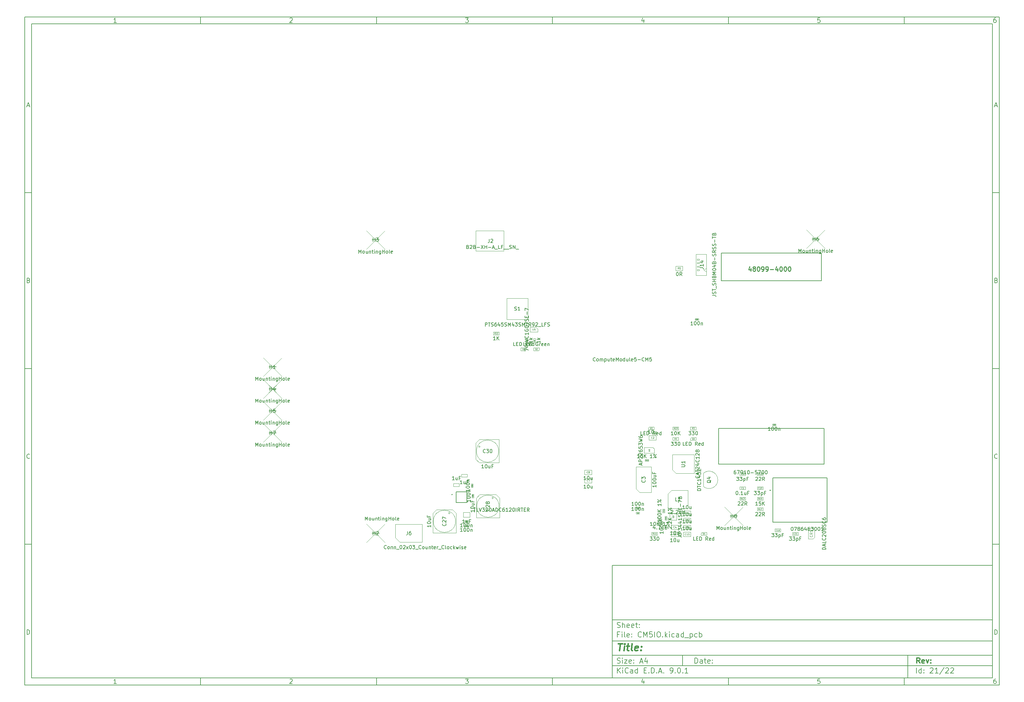
<source format=gbr>
G04 #@! TF.GenerationSoftware,KiCad,Pcbnew,9.0.1*
G04 #@! TF.CreationDate,2025-04-26T19:09:58-05:00*
G04 #@! TF.ProjectId,CM5IO,434d3549-4f2e-46b6-9963-61645f706362,rev?*
G04 #@! TF.SameCoordinates,Original*
G04 #@! TF.FileFunction,AssemblyDrawing,Top*
%FSLAX46Y46*%
G04 Gerber Fmt 4.6, Leading zero omitted, Abs format (unit mm)*
G04 Created by KiCad (PCBNEW 9.0.1) date 2025-04-26 19:09:58*
%MOMM*%
%LPD*%
G01*
G04 APERTURE LIST*
%ADD10C,0.100000*%
%ADD11C,0.150000*%
%ADD12C,0.300000*%
%ADD13C,0.400000*%
%ADD14C,0.254000*%
%ADD15C,0.040000*%
%ADD16C,0.060000*%
%ADD17C,0.075000*%
%ADD18C,0.080000*%
%ADD19C,0.200000*%
%ADD20C,0.152400*%
%ADD21C,0.120000*%
%ADD22C,0.127000*%
G04 APERTURE END LIST*
D10*
D11*
X177002200Y-166007200D02*
X285002200Y-166007200D01*
X285002200Y-198007200D01*
X177002200Y-198007200D01*
X177002200Y-166007200D01*
D10*
D11*
X10000000Y-10000000D02*
X287002200Y-10000000D01*
X287002200Y-200007200D01*
X10000000Y-200007200D01*
X10000000Y-10000000D01*
D10*
D11*
X12000000Y-12000000D02*
X285002200Y-12000000D01*
X285002200Y-198007200D01*
X12000000Y-198007200D01*
X12000000Y-12000000D01*
D10*
D11*
X60000000Y-12000000D02*
X60000000Y-10000000D01*
D10*
D11*
X110000000Y-12000000D02*
X110000000Y-10000000D01*
D10*
D11*
X160000000Y-12000000D02*
X160000000Y-10000000D01*
D10*
D11*
X210000000Y-12000000D02*
X210000000Y-10000000D01*
D10*
D11*
X260000000Y-12000000D02*
X260000000Y-10000000D01*
D10*
D11*
X36089160Y-11593604D02*
X35346303Y-11593604D01*
X35717731Y-11593604D02*
X35717731Y-10293604D01*
X35717731Y-10293604D02*
X35593922Y-10479319D01*
X35593922Y-10479319D02*
X35470112Y-10603128D01*
X35470112Y-10603128D02*
X35346303Y-10665033D01*
D10*
D11*
X85346303Y-10417414D02*
X85408207Y-10355509D01*
X85408207Y-10355509D02*
X85532017Y-10293604D01*
X85532017Y-10293604D02*
X85841541Y-10293604D01*
X85841541Y-10293604D02*
X85965350Y-10355509D01*
X85965350Y-10355509D02*
X86027255Y-10417414D01*
X86027255Y-10417414D02*
X86089160Y-10541223D01*
X86089160Y-10541223D02*
X86089160Y-10665033D01*
X86089160Y-10665033D02*
X86027255Y-10850747D01*
X86027255Y-10850747D02*
X85284398Y-11593604D01*
X85284398Y-11593604D02*
X86089160Y-11593604D01*
D10*
D11*
X135284398Y-10293604D02*
X136089160Y-10293604D01*
X136089160Y-10293604D02*
X135655826Y-10788842D01*
X135655826Y-10788842D02*
X135841541Y-10788842D01*
X135841541Y-10788842D02*
X135965350Y-10850747D01*
X135965350Y-10850747D02*
X136027255Y-10912652D01*
X136027255Y-10912652D02*
X136089160Y-11036461D01*
X136089160Y-11036461D02*
X136089160Y-11345985D01*
X136089160Y-11345985D02*
X136027255Y-11469795D01*
X136027255Y-11469795D02*
X135965350Y-11531700D01*
X135965350Y-11531700D02*
X135841541Y-11593604D01*
X135841541Y-11593604D02*
X135470112Y-11593604D01*
X135470112Y-11593604D02*
X135346303Y-11531700D01*
X135346303Y-11531700D02*
X135284398Y-11469795D01*
D10*
D11*
X185965350Y-10726938D02*
X185965350Y-11593604D01*
X185655826Y-10231700D02*
X185346303Y-11160271D01*
X185346303Y-11160271D02*
X186151064Y-11160271D01*
D10*
D11*
X236027255Y-10293604D02*
X235408207Y-10293604D01*
X235408207Y-10293604D02*
X235346303Y-10912652D01*
X235346303Y-10912652D02*
X235408207Y-10850747D01*
X235408207Y-10850747D02*
X235532017Y-10788842D01*
X235532017Y-10788842D02*
X235841541Y-10788842D01*
X235841541Y-10788842D02*
X235965350Y-10850747D01*
X235965350Y-10850747D02*
X236027255Y-10912652D01*
X236027255Y-10912652D02*
X236089160Y-11036461D01*
X236089160Y-11036461D02*
X236089160Y-11345985D01*
X236089160Y-11345985D02*
X236027255Y-11469795D01*
X236027255Y-11469795D02*
X235965350Y-11531700D01*
X235965350Y-11531700D02*
X235841541Y-11593604D01*
X235841541Y-11593604D02*
X235532017Y-11593604D01*
X235532017Y-11593604D02*
X235408207Y-11531700D01*
X235408207Y-11531700D02*
X235346303Y-11469795D01*
D10*
D11*
X285965350Y-10293604D02*
X285717731Y-10293604D01*
X285717731Y-10293604D02*
X285593922Y-10355509D01*
X285593922Y-10355509D02*
X285532017Y-10417414D01*
X285532017Y-10417414D02*
X285408207Y-10603128D01*
X285408207Y-10603128D02*
X285346303Y-10850747D01*
X285346303Y-10850747D02*
X285346303Y-11345985D01*
X285346303Y-11345985D02*
X285408207Y-11469795D01*
X285408207Y-11469795D02*
X285470112Y-11531700D01*
X285470112Y-11531700D02*
X285593922Y-11593604D01*
X285593922Y-11593604D02*
X285841541Y-11593604D01*
X285841541Y-11593604D02*
X285965350Y-11531700D01*
X285965350Y-11531700D02*
X286027255Y-11469795D01*
X286027255Y-11469795D02*
X286089160Y-11345985D01*
X286089160Y-11345985D02*
X286089160Y-11036461D01*
X286089160Y-11036461D02*
X286027255Y-10912652D01*
X286027255Y-10912652D02*
X285965350Y-10850747D01*
X285965350Y-10850747D02*
X285841541Y-10788842D01*
X285841541Y-10788842D02*
X285593922Y-10788842D01*
X285593922Y-10788842D02*
X285470112Y-10850747D01*
X285470112Y-10850747D02*
X285408207Y-10912652D01*
X285408207Y-10912652D02*
X285346303Y-11036461D01*
D10*
D11*
X60000000Y-198007200D02*
X60000000Y-200007200D01*
D10*
D11*
X110000000Y-198007200D02*
X110000000Y-200007200D01*
D10*
D11*
X160000000Y-198007200D02*
X160000000Y-200007200D01*
D10*
D11*
X210000000Y-198007200D02*
X210000000Y-200007200D01*
D10*
D11*
X260000000Y-198007200D02*
X260000000Y-200007200D01*
D10*
D11*
X36089160Y-199600804D02*
X35346303Y-199600804D01*
X35717731Y-199600804D02*
X35717731Y-198300804D01*
X35717731Y-198300804D02*
X35593922Y-198486519D01*
X35593922Y-198486519D02*
X35470112Y-198610328D01*
X35470112Y-198610328D02*
X35346303Y-198672233D01*
D10*
D11*
X85346303Y-198424614D02*
X85408207Y-198362709D01*
X85408207Y-198362709D02*
X85532017Y-198300804D01*
X85532017Y-198300804D02*
X85841541Y-198300804D01*
X85841541Y-198300804D02*
X85965350Y-198362709D01*
X85965350Y-198362709D02*
X86027255Y-198424614D01*
X86027255Y-198424614D02*
X86089160Y-198548423D01*
X86089160Y-198548423D02*
X86089160Y-198672233D01*
X86089160Y-198672233D02*
X86027255Y-198857947D01*
X86027255Y-198857947D02*
X85284398Y-199600804D01*
X85284398Y-199600804D02*
X86089160Y-199600804D01*
D10*
D11*
X135284398Y-198300804D02*
X136089160Y-198300804D01*
X136089160Y-198300804D02*
X135655826Y-198796042D01*
X135655826Y-198796042D02*
X135841541Y-198796042D01*
X135841541Y-198796042D02*
X135965350Y-198857947D01*
X135965350Y-198857947D02*
X136027255Y-198919852D01*
X136027255Y-198919852D02*
X136089160Y-199043661D01*
X136089160Y-199043661D02*
X136089160Y-199353185D01*
X136089160Y-199353185D02*
X136027255Y-199476995D01*
X136027255Y-199476995D02*
X135965350Y-199538900D01*
X135965350Y-199538900D02*
X135841541Y-199600804D01*
X135841541Y-199600804D02*
X135470112Y-199600804D01*
X135470112Y-199600804D02*
X135346303Y-199538900D01*
X135346303Y-199538900D02*
X135284398Y-199476995D01*
D10*
D11*
X185965350Y-198734138D02*
X185965350Y-199600804D01*
X185655826Y-198238900D02*
X185346303Y-199167471D01*
X185346303Y-199167471D02*
X186151064Y-199167471D01*
D10*
D11*
X236027255Y-198300804D02*
X235408207Y-198300804D01*
X235408207Y-198300804D02*
X235346303Y-198919852D01*
X235346303Y-198919852D02*
X235408207Y-198857947D01*
X235408207Y-198857947D02*
X235532017Y-198796042D01*
X235532017Y-198796042D02*
X235841541Y-198796042D01*
X235841541Y-198796042D02*
X235965350Y-198857947D01*
X235965350Y-198857947D02*
X236027255Y-198919852D01*
X236027255Y-198919852D02*
X236089160Y-199043661D01*
X236089160Y-199043661D02*
X236089160Y-199353185D01*
X236089160Y-199353185D02*
X236027255Y-199476995D01*
X236027255Y-199476995D02*
X235965350Y-199538900D01*
X235965350Y-199538900D02*
X235841541Y-199600804D01*
X235841541Y-199600804D02*
X235532017Y-199600804D01*
X235532017Y-199600804D02*
X235408207Y-199538900D01*
X235408207Y-199538900D02*
X235346303Y-199476995D01*
D10*
D11*
X285965350Y-198300804D02*
X285717731Y-198300804D01*
X285717731Y-198300804D02*
X285593922Y-198362709D01*
X285593922Y-198362709D02*
X285532017Y-198424614D01*
X285532017Y-198424614D02*
X285408207Y-198610328D01*
X285408207Y-198610328D02*
X285346303Y-198857947D01*
X285346303Y-198857947D02*
X285346303Y-199353185D01*
X285346303Y-199353185D02*
X285408207Y-199476995D01*
X285408207Y-199476995D02*
X285470112Y-199538900D01*
X285470112Y-199538900D02*
X285593922Y-199600804D01*
X285593922Y-199600804D02*
X285841541Y-199600804D01*
X285841541Y-199600804D02*
X285965350Y-199538900D01*
X285965350Y-199538900D02*
X286027255Y-199476995D01*
X286027255Y-199476995D02*
X286089160Y-199353185D01*
X286089160Y-199353185D02*
X286089160Y-199043661D01*
X286089160Y-199043661D02*
X286027255Y-198919852D01*
X286027255Y-198919852D02*
X285965350Y-198857947D01*
X285965350Y-198857947D02*
X285841541Y-198796042D01*
X285841541Y-198796042D02*
X285593922Y-198796042D01*
X285593922Y-198796042D02*
X285470112Y-198857947D01*
X285470112Y-198857947D02*
X285408207Y-198919852D01*
X285408207Y-198919852D02*
X285346303Y-199043661D01*
D10*
D11*
X10000000Y-60000000D02*
X12000000Y-60000000D01*
D10*
D11*
X10000000Y-110000000D02*
X12000000Y-110000000D01*
D10*
D11*
X10000000Y-160000000D02*
X12000000Y-160000000D01*
D10*
D11*
X10690476Y-35222176D02*
X11309523Y-35222176D01*
X10566666Y-35593604D02*
X10999999Y-34293604D01*
X10999999Y-34293604D02*
X11433333Y-35593604D01*
D10*
D11*
X11092857Y-84912652D02*
X11278571Y-84974557D01*
X11278571Y-84974557D02*
X11340476Y-85036461D01*
X11340476Y-85036461D02*
X11402380Y-85160271D01*
X11402380Y-85160271D02*
X11402380Y-85345985D01*
X11402380Y-85345985D02*
X11340476Y-85469795D01*
X11340476Y-85469795D02*
X11278571Y-85531700D01*
X11278571Y-85531700D02*
X11154761Y-85593604D01*
X11154761Y-85593604D02*
X10659523Y-85593604D01*
X10659523Y-85593604D02*
X10659523Y-84293604D01*
X10659523Y-84293604D02*
X11092857Y-84293604D01*
X11092857Y-84293604D02*
X11216666Y-84355509D01*
X11216666Y-84355509D02*
X11278571Y-84417414D01*
X11278571Y-84417414D02*
X11340476Y-84541223D01*
X11340476Y-84541223D02*
X11340476Y-84665033D01*
X11340476Y-84665033D02*
X11278571Y-84788842D01*
X11278571Y-84788842D02*
X11216666Y-84850747D01*
X11216666Y-84850747D02*
X11092857Y-84912652D01*
X11092857Y-84912652D02*
X10659523Y-84912652D01*
D10*
D11*
X11402380Y-135469795D02*
X11340476Y-135531700D01*
X11340476Y-135531700D02*
X11154761Y-135593604D01*
X11154761Y-135593604D02*
X11030952Y-135593604D01*
X11030952Y-135593604D02*
X10845238Y-135531700D01*
X10845238Y-135531700D02*
X10721428Y-135407890D01*
X10721428Y-135407890D02*
X10659523Y-135284080D01*
X10659523Y-135284080D02*
X10597619Y-135036461D01*
X10597619Y-135036461D02*
X10597619Y-134850747D01*
X10597619Y-134850747D02*
X10659523Y-134603128D01*
X10659523Y-134603128D02*
X10721428Y-134479319D01*
X10721428Y-134479319D02*
X10845238Y-134355509D01*
X10845238Y-134355509D02*
X11030952Y-134293604D01*
X11030952Y-134293604D02*
X11154761Y-134293604D01*
X11154761Y-134293604D02*
X11340476Y-134355509D01*
X11340476Y-134355509D02*
X11402380Y-134417414D01*
D10*
D11*
X10659523Y-185593604D02*
X10659523Y-184293604D01*
X10659523Y-184293604D02*
X10969047Y-184293604D01*
X10969047Y-184293604D02*
X11154761Y-184355509D01*
X11154761Y-184355509D02*
X11278571Y-184479319D01*
X11278571Y-184479319D02*
X11340476Y-184603128D01*
X11340476Y-184603128D02*
X11402380Y-184850747D01*
X11402380Y-184850747D02*
X11402380Y-185036461D01*
X11402380Y-185036461D02*
X11340476Y-185284080D01*
X11340476Y-185284080D02*
X11278571Y-185407890D01*
X11278571Y-185407890D02*
X11154761Y-185531700D01*
X11154761Y-185531700D02*
X10969047Y-185593604D01*
X10969047Y-185593604D02*
X10659523Y-185593604D01*
D10*
D11*
X287002200Y-60000000D02*
X285002200Y-60000000D01*
D10*
D11*
X287002200Y-110000000D02*
X285002200Y-110000000D01*
D10*
D11*
X287002200Y-160000000D02*
X285002200Y-160000000D01*
D10*
D11*
X285692676Y-35222176D02*
X286311723Y-35222176D01*
X285568866Y-35593604D02*
X286002199Y-34293604D01*
X286002199Y-34293604D02*
X286435533Y-35593604D01*
D10*
D11*
X286095057Y-84912652D02*
X286280771Y-84974557D01*
X286280771Y-84974557D02*
X286342676Y-85036461D01*
X286342676Y-85036461D02*
X286404580Y-85160271D01*
X286404580Y-85160271D02*
X286404580Y-85345985D01*
X286404580Y-85345985D02*
X286342676Y-85469795D01*
X286342676Y-85469795D02*
X286280771Y-85531700D01*
X286280771Y-85531700D02*
X286156961Y-85593604D01*
X286156961Y-85593604D02*
X285661723Y-85593604D01*
X285661723Y-85593604D02*
X285661723Y-84293604D01*
X285661723Y-84293604D02*
X286095057Y-84293604D01*
X286095057Y-84293604D02*
X286218866Y-84355509D01*
X286218866Y-84355509D02*
X286280771Y-84417414D01*
X286280771Y-84417414D02*
X286342676Y-84541223D01*
X286342676Y-84541223D02*
X286342676Y-84665033D01*
X286342676Y-84665033D02*
X286280771Y-84788842D01*
X286280771Y-84788842D02*
X286218866Y-84850747D01*
X286218866Y-84850747D02*
X286095057Y-84912652D01*
X286095057Y-84912652D02*
X285661723Y-84912652D01*
D10*
D11*
X286404580Y-135469795D02*
X286342676Y-135531700D01*
X286342676Y-135531700D02*
X286156961Y-135593604D01*
X286156961Y-135593604D02*
X286033152Y-135593604D01*
X286033152Y-135593604D02*
X285847438Y-135531700D01*
X285847438Y-135531700D02*
X285723628Y-135407890D01*
X285723628Y-135407890D02*
X285661723Y-135284080D01*
X285661723Y-135284080D02*
X285599819Y-135036461D01*
X285599819Y-135036461D02*
X285599819Y-134850747D01*
X285599819Y-134850747D02*
X285661723Y-134603128D01*
X285661723Y-134603128D02*
X285723628Y-134479319D01*
X285723628Y-134479319D02*
X285847438Y-134355509D01*
X285847438Y-134355509D02*
X286033152Y-134293604D01*
X286033152Y-134293604D02*
X286156961Y-134293604D01*
X286156961Y-134293604D02*
X286342676Y-134355509D01*
X286342676Y-134355509D02*
X286404580Y-134417414D01*
D10*
D11*
X285661723Y-185593604D02*
X285661723Y-184293604D01*
X285661723Y-184293604D02*
X285971247Y-184293604D01*
X285971247Y-184293604D02*
X286156961Y-184355509D01*
X286156961Y-184355509D02*
X286280771Y-184479319D01*
X286280771Y-184479319D02*
X286342676Y-184603128D01*
X286342676Y-184603128D02*
X286404580Y-184850747D01*
X286404580Y-184850747D02*
X286404580Y-185036461D01*
X286404580Y-185036461D02*
X286342676Y-185284080D01*
X286342676Y-185284080D02*
X286280771Y-185407890D01*
X286280771Y-185407890D02*
X286156961Y-185531700D01*
X286156961Y-185531700D02*
X285971247Y-185593604D01*
X285971247Y-185593604D02*
X285661723Y-185593604D01*
D10*
D11*
X200458026Y-193793328D02*
X200458026Y-192293328D01*
X200458026Y-192293328D02*
X200815169Y-192293328D01*
X200815169Y-192293328D02*
X201029455Y-192364757D01*
X201029455Y-192364757D02*
X201172312Y-192507614D01*
X201172312Y-192507614D02*
X201243741Y-192650471D01*
X201243741Y-192650471D02*
X201315169Y-192936185D01*
X201315169Y-192936185D02*
X201315169Y-193150471D01*
X201315169Y-193150471D02*
X201243741Y-193436185D01*
X201243741Y-193436185D02*
X201172312Y-193579042D01*
X201172312Y-193579042D02*
X201029455Y-193721900D01*
X201029455Y-193721900D02*
X200815169Y-193793328D01*
X200815169Y-193793328D02*
X200458026Y-193793328D01*
X202600884Y-193793328D02*
X202600884Y-193007614D01*
X202600884Y-193007614D02*
X202529455Y-192864757D01*
X202529455Y-192864757D02*
X202386598Y-192793328D01*
X202386598Y-192793328D02*
X202100884Y-192793328D01*
X202100884Y-192793328D02*
X201958026Y-192864757D01*
X202600884Y-193721900D02*
X202458026Y-193793328D01*
X202458026Y-193793328D02*
X202100884Y-193793328D01*
X202100884Y-193793328D02*
X201958026Y-193721900D01*
X201958026Y-193721900D02*
X201886598Y-193579042D01*
X201886598Y-193579042D02*
X201886598Y-193436185D01*
X201886598Y-193436185D02*
X201958026Y-193293328D01*
X201958026Y-193293328D02*
X202100884Y-193221900D01*
X202100884Y-193221900D02*
X202458026Y-193221900D01*
X202458026Y-193221900D02*
X202600884Y-193150471D01*
X203100884Y-192793328D02*
X203672312Y-192793328D01*
X203315169Y-192293328D02*
X203315169Y-193579042D01*
X203315169Y-193579042D02*
X203386598Y-193721900D01*
X203386598Y-193721900D02*
X203529455Y-193793328D01*
X203529455Y-193793328D02*
X203672312Y-193793328D01*
X204743741Y-193721900D02*
X204600884Y-193793328D01*
X204600884Y-193793328D02*
X204315170Y-193793328D01*
X204315170Y-193793328D02*
X204172312Y-193721900D01*
X204172312Y-193721900D02*
X204100884Y-193579042D01*
X204100884Y-193579042D02*
X204100884Y-193007614D01*
X204100884Y-193007614D02*
X204172312Y-192864757D01*
X204172312Y-192864757D02*
X204315170Y-192793328D01*
X204315170Y-192793328D02*
X204600884Y-192793328D01*
X204600884Y-192793328D02*
X204743741Y-192864757D01*
X204743741Y-192864757D02*
X204815170Y-193007614D01*
X204815170Y-193007614D02*
X204815170Y-193150471D01*
X204815170Y-193150471D02*
X204100884Y-193293328D01*
X205458026Y-193650471D02*
X205529455Y-193721900D01*
X205529455Y-193721900D02*
X205458026Y-193793328D01*
X205458026Y-193793328D02*
X205386598Y-193721900D01*
X205386598Y-193721900D02*
X205458026Y-193650471D01*
X205458026Y-193650471D02*
X205458026Y-193793328D01*
X205458026Y-192864757D02*
X205529455Y-192936185D01*
X205529455Y-192936185D02*
X205458026Y-193007614D01*
X205458026Y-193007614D02*
X205386598Y-192936185D01*
X205386598Y-192936185D02*
X205458026Y-192864757D01*
X205458026Y-192864757D02*
X205458026Y-193007614D01*
D10*
D11*
X177002200Y-194507200D02*
X285002200Y-194507200D01*
D10*
D11*
X178458026Y-196593328D02*
X178458026Y-195093328D01*
X179315169Y-196593328D02*
X178672312Y-195736185D01*
X179315169Y-195093328D02*
X178458026Y-195950471D01*
X179958026Y-196593328D02*
X179958026Y-195593328D01*
X179958026Y-195093328D02*
X179886598Y-195164757D01*
X179886598Y-195164757D02*
X179958026Y-195236185D01*
X179958026Y-195236185D02*
X180029455Y-195164757D01*
X180029455Y-195164757D02*
X179958026Y-195093328D01*
X179958026Y-195093328D02*
X179958026Y-195236185D01*
X181529455Y-196450471D02*
X181458027Y-196521900D01*
X181458027Y-196521900D02*
X181243741Y-196593328D01*
X181243741Y-196593328D02*
X181100884Y-196593328D01*
X181100884Y-196593328D02*
X180886598Y-196521900D01*
X180886598Y-196521900D02*
X180743741Y-196379042D01*
X180743741Y-196379042D02*
X180672312Y-196236185D01*
X180672312Y-196236185D02*
X180600884Y-195950471D01*
X180600884Y-195950471D02*
X180600884Y-195736185D01*
X180600884Y-195736185D02*
X180672312Y-195450471D01*
X180672312Y-195450471D02*
X180743741Y-195307614D01*
X180743741Y-195307614D02*
X180886598Y-195164757D01*
X180886598Y-195164757D02*
X181100884Y-195093328D01*
X181100884Y-195093328D02*
X181243741Y-195093328D01*
X181243741Y-195093328D02*
X181458027Y-195164757D01*
X181458027Y-195164757D02*
X181529455Y-195236185D01*
X182815170Y-196593328D02*
X182815170Y-195807614D01*
X182815170Y-195807614D02*
X182743741Y-195664757D01*
X182743741Y-195664757D02*
X182600884Y-195593328D01*
X182600884Y-195593328D02*
X182315170Y-195593328D01*
X182315170Y-195593328D02*
X182172312Y-195664757D01*
X182815170Y-196521900D02*
X182672312Y-196593328D01*
X182672312Y-196593328D02*
X182315170Y-196593328D01*
X182315170Y-196593328D02*
X182172312Y-196521900D01*
X182172312Y-196521900D02*
X182100884Y-196379042D01*
X182100884Y-196379042D02*
X182100884Y-196236185D01*
X182100884Y-196236185D02*
X182172312Y-196093328D01*
X182172312Y-196093328D02*
X182315170Y-196021900D01*
X182315170Y-196021900D02*
X182672312Y-196021900D01*
X182672312Y-196021900D02*
X182815170Y-195950471D01*
X184172313Y-196593328D02*
X184172313Y-195093328D01*
X184172313Y-196521900D02*
X184029455Y-196593328D01*
X184029455Y-196593328D02*
X183743741Y-196593328D01*
X183743741Y-196593328D02*
X183600884Y-196521900D01*
X183600884Y-196521900D02*
X183529455Y-196450471D01*
X183529455Y-196450471D02*
X183458027Y-196307614D01*
X183458027Y-196307614D02*
X183458027Y-195879042D01*
X183458027Y-195879042D02*
X183529455Y-195736185D01*
X183529455Y-195736185D02*
X183600884Y-195664757D01*
X183600884Y-195664757D02*
X183743741Y-195593328D01*
X183743741Y-195593328D02*
X184029455Y-195593328D01*
X184029455Y-195593328D02*
X184172313Y-195664757D01*
X186029455Y-195807614D02*
X186529455Y-195807614D01*
X186743741Y-196593328D02*
X186029455Y-196593328D01*
X186029455Y-196593328D02*
X186029455Y-195093328D01*
X186029455Y-195093328D02*
X186743741Y-195093328D01*
X187386598Y-196450471D02*
X187458027Y-196521900D01*
X187458027Y-196521900D02*
X187386598Y-196593328D01*
X187386598Y-196593328D02*
X187315170Y-196521900D01*
X187315170Y-196521900D02*
X187386598Y-196450471D01*
X187386598Y-196450471D02*
X187386598Y-196593328D01*
X188100884Y-196593328D02*
X188100884Y-195093328D01*
X188100884Y-195093328D02*
X188458027Y-195093328D01*
X188458027Y-195093328D02*
X188672313Y-195164757D01*
X188672313Y-195164757D02*
X188815170Y-195307614D01*
X188815170Y-195307614D02*
X188886599Y-195450471D01*
X188886599Y-195450471D02*
X188958027Y-195736185D01*
X188958027Y-195736185D02*
X188958027Y-195950471D01*
X188958027Y-195950471D02*
X188886599Y-196236185D01*
X188886599Y-196236185D02*
X188815170Y-196379042D01*
X188815170Y-196379042D02*
X188672313Y-196521900D01*
X188672313Y-196521900D02*
X188458027Y-196593328D01*
X188458027Y-196593328D02*
X188100884Y-196593328D01*
X189600884Y-196450471D02*
X189672313Y-196521900D01*
X189672313Y-196521900D02*
X189600884Y-196593328D01*
X189600884Y-196593328D02*
X189529456Y-196521900D01*
X189529456Y-196521900D02*
X189600884Y-196450471D01*
X189600884Y-196450471D02*
X189600884Y-196593328D01*
X190243742Y-196164757D02*
X190958028Y-196164757D01*
X190100885Y-196593328D02*
X190600885Y-195093328D01*
X190600885Y-195093328D02*
X191100885Y-196593328D01*
X191600884Y-196450471D02*
X191672313Y-196521900D01*
X191672313Y-196521900D02*
X191600884Y-196593328D01*
X191600884Y-196593328D02*
X191529456Y-196521900D01*
X191529456Y-196521900D02*
X191600884Y-196450471D01*
X191600884Y-196450471D02*
X191600884Y-196593328D01*
X193529456Y-196593328D02*
X193815170Y-196593328D01*
X193815170Y-196593328D02*
X193958027Y-196521900D01*
X193958027Y-196521900D02*
X194029456Y-196450471D01*
X194029456Y-196450471D02*
X194172313Y-196236185D01*
X194172313Y-196236185D02*
X194243742Y-195950471D01*
X194243742Y-195950471D02*
X194243742Y-195379042D01*
X194243742Y-195379042D02*
X194172313Y-195236185D01*
X194172313Y-195236185D02*
X194100885Y-195164757D01*
X194100885Y-195164757D02*
X193958027Y-195093328D01*
X193958027Y-195093328D02*
X193672313Y-195093328D01*
X193672313Y-195093328D02*
X193529456Y-195164757D01*
X193529456Y-195164757D02*
X193458027Y-195236185D01*
X193458027Y-195236185D02*
X193386599Y-195379042D01*
X193386599Y-195379042D02*
X193386599Y-195736185D01*
X193386599Y-195736185D02*
X193458027Y-195879042D01*
X193458027Y-195879042D02*
X193529456Y-195950471D01*
X193529456Y-195950471D02*
X193672313Y-196021900D01*
X193672313Y-196021900D02*
X193958027Y-196021900D01*
X193958027Y-196021900D02*
X194100885Y-195950471D01*
X194100885Y-195950471D02*
X194172313Y-195879042D01*
X194172313Y-195879042D02*
X194243742Y-195736185D01*
X194886598Y-196450471D02*
X194958027Y-196521900D01*
X194958027Y-196521900D02*
X194886598Y-196593328D01*
X194886598Y-196593328D02*
X194815170Y-196521900D01*
X194815170Y-196521900D02*
X194886598Y-196450471D01*
X194886598Y-196450471D02*
X194886598Y-196593328D01*
X195886599Y-195093328D02*
X196029456Y-195093328D01*
X196029456Y-195093328D02*
X196172313Y-195164757D01*
X196172313Y-195164757D02*
X196243742Y-195236185D01*
X196243742Y-195236185D02*
X196315170Y-195379042D01*
X196315170Y-195379042D02*
X196386599Y-195664757D01*
X196386599Y-195664757D02*
X196386599Y-196021900D01*
X196386599Y-196021900D02*
X196315170Y-196307614D01*
X196315170Y-196307614D02*
X196243742Y-196450471D01*
X196243742Y-196450471D02*
X196172313Y-196521900D01*
X196172313Y-196521900D02*
X196029456Y-196593328D01*
X196029456Y-196593328D02*
X195886599Y-196593328D01*
X195886599Y-196593328D02*
X195743742Y-196521900D01*
X195743742Y-196521900D02*
X195672313Y-196450471D01*
X195672313Y-196450471D02*
X195600884Y-196307614D01*
X195600884Y-196307614D02*
X195529456Y-196021900D01*
X195529456Y-196021900D02*
X195529456Y-195664757D01*
X195529456Y-195664757D02*
X195600884Y-195379042D01*
X195600884Y-195379042D02*
X195672313Y-195236185D01*
X195672313Y-195236185D02*
X195743742Y-195164757D01*
X195743742Y-195164757D02*
X195886599Y-195093328D01*
X197029455Y-196450471D02*
X197100884Y-196521900D01*
X197100884Y-196521900D02*
X197029455Y-196593328D01*
X197029455Y-196593328D02*
X196958027Y-196521900D01*
X196958027Y-196521900D02*
X197029455Y-196450471D01*
X197029455Y-196450471D02*
X197029455Y-196593328D01*
X198529456Y-196593328D02*
X197672313Y-196593328D01*
X198100884Y-196593328D02*
X198100884Y-195093328D01*
X198100884Y-195093328D02*
X197958027Y-195307614D01*
X197958027Y-195307614D02*
X197815170Y-195450471D01*
X197815170Y-195450471D02*
X197672313Y-195521900D01*
D10*
D11*
X177002200Y-191507200D02*
X285002200Y-191507200D01*
D10*
D12*
X264413853Y-193785528D02*
X263913853Y-193071242D01*
X263556710Y-193785528D02*
X263556710Y-192285528D01*
X263556710Y-192285528D02*
X264128139Y-192285528D01*
X264128139Y-192285528D02*
X264270996Y-192356957D01*
X264270996Y-192356957D02*
X264342425Y-192428385D01*
X264342425Y-192428385D02*
X264413853Y-192571242D01*
X264413853Y-192571242D02*
X264413853Y-192785528D01*
X264413853Y-192785528D02*
X264342425Y-192928385D01*
X264342425Y-192928385D02*
X264270996Y-192999814D01*
X264270996Y-192999814D02*
X264128139Y-193071242D01*
X264128139Y-193071242D02*
X263556710Y-193071242D01*
X265628139Y-193714100D02*
X265485282Y-193785528D01*
X265485282Y-193785528D02*
X265199568Y-193785528D01*
X265199568Y-193785528D02*
X265056710Y-193714100D01*
X265056710Y-193714100D02*
X264985282Y-193571242D01*
X264985282Y-193571242D02*
X264985282Y-192999814D01*
X264985282Y-192999814D02*
X265056710Y-192856957D01*
X265056710Y-192856957D02*
X265199568Y-192785528D01*
X265199568Y-192785528D02*
X265485282Y-192785528D01*
X265485282Y-192785528D02*
X265628139Y-192856957D01*
X265628139Y-192856957D02*
X265699568Y-192999814D01*
X265699568Y-192999814D02*
X265699568Y-193142671D01*
X265699568Y-193142671D02*
X264985282Y-193285528D01*
X266199567Y-192785528D02*
X266556710Y-193785528D01*
X266556710Y-193785528D02*
X266913853Y-192785528D01*
X267485281Y-193642671D02*
X267556710Y-193714100D01*
X267556710Y-193714100D02*
X267485281Y-193785528D01*
X267485281Y-193785528D02*
X267413853Y-193714100D01*
X267413853Y-193714100D02*
X267485281Y-193642671D01*
X267485281Y-193642671D02*
X267485281Y-193785528D01*
X267485281Y-192856957D02*
X267556710Y-192928385D01*
X267556710Y-192928385D02*
X267485281Y-192999814D01*
X267485281Y-192999814D02*
X267413853Y-192928385D01*
X267413853Y-192928385D02*
X267485281Y-192856957D01*
X267485281Y-192856957D02*
X267485281Y-192999814D01*
D10*
D11*
X178386598Y-193721900D02*
X178600884Y-193793328D01*
X178600884Y-193793328D02*
X178958026Y-193793328D01*
X178958026Y-193793328D02*
X179100884Y-193721900D01*
X179100884Y-193721900D02*
X179172312Y-193650471D01*
X179172312Y-193650471D02*
X179243741Y-193507614D01*
X179243741Y-193507614D02*
X179243741Y-193364757D01*
X179243741Y-193364757D02*
X179172312Y-193221900D01*
X179172312Y-193221900D02*
X179100884Y-193150471D01*
X179100884Y-193150471D02*
X178958026Y-193079042D01*
X178958026Y-193079042D02*
X178672312Y-193007614D01*
X178672312Y-193007614D02*
X178529455Y-192936185D01*
X178529455Y-192936185D02*
X178458026Y-192864757D01*
X178458026Y-192864757D02*
X178386598Y-192721900D01*
X178386598Y-192721900D02*
X178386598Y-192579042D01*
X178386598Y-192579042D02*
X178458026Y-192436185D01*
X178458026Y-192436185D02*
X178529455Y-192364757D01*
X178529455Y-192364757D02*
X178672312Y-192293328D01*
X178672312Y-192293328D02*
X179029455Y-192293328D01*
X179029455Y-192293328D02*
X179243741Y-192364757D01*
X179886597Y-193793328D02*
X179886597Y-192793328D01*
X179886597Y-192293328D02*
X179815169Y-192364757D01*
X179815169Y-192364757D02*
X179886597Y-192436185D01*
X179886597Y-192436185D02*
X179958026Y-192364757D01*
X179958026Y-192364757D02*
X179886597Y-192293328D01*
X179886597Y-192293328D02*
X179886597Y-192436185D01*
X180458026Y-192793328D02*
X181243741Y-192793328D01*
X181243741Y-192793328D02*
X180458026Y-193793328D01*
X180458026Y-193793328D02*
X181243741Y-193793328D01*
X182386598Y-193721900D02*
X182243741Y-193793328D01*
X182243741Y-193793328D02*
X181958027Y-193793328D01*
X181958027Y-193793328D02*
X181815169Y-193721900D01*
X181815169Y-193721900D02*
X181743741Y-193579042D01*
X181743741Y-193579042D02*
X181743741Y-193007614D01*
X181743741Y-193007614D02*
X181815169Y-192864757D01*
X181815169Y-192864757D02*
X181958027Y-192793328D01*
X181958027Y-192793328D02*
X182243741Y-192793328D01*
X182243741Y-192793328D02*
X182386598Y-192864757D01*
X182386598Y-192864757D02*
X182458027Y-193007614D01*
X182458027Y-193007614D02*
X182458027Y-193150471D01*
X182458027Y-193150471D02*
X181743741Y-193293328D01*
X183100883Y-193650471D02*
X183172312Y-193721900D01*
X183172312Y-193721900D02*
X183100883Y-193793328D01*
X183100883Y-193793328D02*
X183029455Y-193721900D01*
X183029455Y-193721900D02*
X183100883Y-193650471D01*
X183100883Y-193650471D02*
X183100883Y-193793328D01*
X183100883Y-192864757D02*
X183172312Y-192936185D01*
X183172312Y-192936185D02*
X183100883Y-193007614D01*
X183100883Y-193007614D02*
X183029455Y-192936185D01*
X183029455Y-192936185D02*
X183100883Y-192864757D01*
X183100883Y-192864757D02*
X183100883Y-193007614D01*
X184886598Y-193364757D02*
X185600884Y-193364757D01*
X184743741Y-193793328D02*
X185243741Y-192293328D01*
X185243741Y-192293328D02*
X185743741Y-193793328D01*
X186886598Y-192793328D02*
X186886598Y-193793328D01*
X186529455Y-192221900D02*
X186172312Y-193293328D01*
X186172312Y-193293328D02*
X187100883Y-193293328D01*
D10*
D11*
X263458026Y-196593328D02*
X263458026Y-195093328D01*
X264815170Y-196593328D02*
X264815170Y-195093328D01*
X264815170Y-196521900D02*
X264672312Y-196593328D01*
X264672312Y-196593328D02*
X264386598Y-196593328D01*
X264386598Y-196593328D02*
X264243741Y-196521900D01*
X264243741Y-196521900D02*
X264172312Y-196450471D01*
X264172312Y-196450471D02*
X264100884Y-196307614D01*
X264100884Y-196307614D02*
X264100884Y-195879042D01*
X264100884Y-195879042D02*
X264172312Y-195736185D01*
X264172312Y-195736185D02*
X264243741Y-195664757D01*
X264243741Y-195664757D02*
X264386598Y-195593328D01*
X264386598Y-195593328D02*
X264672312Y-195593328D01*
X264672312Y-195593328D02*
X264815170Y-195664757D01*
X265529455Y-196450471D02*
X265600884Y-196521900D01*
X265600884Y-196521900D02*
X265529455Y-196593328D01*
X265529455Y-196593328D02*
X265458027Y-196521900D01*
X265458027Y-196521900D02*
X265529455Y-196450471D01*
X265529455Y-196450471D02*
X265529455Y-196593328D01*
X265529455Y-195664757D02*
X265600884Y-195736185D01*
X265600884Y-195736185D02*
X265529455Y-195807614D01*
X265529455Y-195807614D02*
X265458027Y-195736185D01*
X265458027Y-195736185D02*
X265529455Y-195664757D01*
X265529455Y-195664757D02*
X265529455Y-195807614D01*
X267315170Y-195236185D02*
X267386598Y-195164757D01*
X267386598Y-195164757D02*
X267529456Y-195093328D01*
X267529456Y-195093328D02*
X267886598Y-195093328D01*
X267886598Y-195093328D02*
X268029456Y-195164757D01*
X268029456Y-195164757D02*
X268100884Y-195236185D01*
X268100884Y-195236185D02*
X268172313Y-195379042D01*
X268172313Y-195379042D02*
X268172313Y-195521900D01*
X268172313Y-195521900D02*
X268100884Y-195736185D01*
X268100884Y-195736185D02*
X267243741Y-196593328D01*
X267243741Y-196593328D02*
X268172313Y-196593328D01*
X269600884Y-196593328D02*
X268743741Y-196593328D01*
X269172312Y-196593328D02*
X269172312Y-195093328D01*
X269172312Y-195093328D02*
X269029455Y-195307614D01*
X269029455Y-195307614D02*
X268886598Y-195450471D01*
X268886598Y-195450471D02*
X268743741Y-195521900D01*
X271315169Y-195021900D02*
X270029455Y-196950471D01*
X271743741Y-195236185D02*
X271815169Y-195164757D01*
X271815169Y-195164757D02*
X271958027Y-195093328D01*
X271958027Y-195093328D02*
X272315169Y-195093328D01*
X272315169Y-195093328D02*
X272458027Y-195164757D01*
X272458027Y-195164757D02*
X272529455Y-195236185D01*
X272529455Y-195236185D02*
X272600884Y-195379042D01*
X272600884Y-195379042D02*
X272600884Y-195521900D01*
X272600884Y-195521900D02*
X272529455Y-195736185D01*
X272529455Y-195736185D02*
X271672312Y-196593328D01*
X271672312Y-196593328D02*
X272600884Y-196593328D01*
X273172312Y-195236185D02*
X273243740Y-195164757D01*
X273243740Y-195164757D02*
X273386598Y-195093328D01*
X273386598Y-195093328D02*
X273743740Y-195093328D01*
X273743740Y-195093328D02*
X273886598Y-195164757D01*
X273886598Y-195164757D02*
X273958026Y-195236185D01*
X273958026Y-195236185D02*
X274029455Y-195379042D01*
X274029455Y-195379042D02*
X274029455Y-195521900D01*
X274029455Y-195521900D02*
X273958026Y-195736185D01*
X273958026Y-195736185D02*
X273100883Y-196593328D01*
X273100883Y-196593328D02*
X274029455Y-196593328D01*
D10*
D11*
X177002200Y-187507200D02*
X285002200Y-187507200D01*
D10*
D13*
X178693928Y-188211638D02*
X179836785Y-188211638D01*
X179015357Y-190211638D02*
X179265357Y-188211638D01*
X180253452Y-190211638D02*
X180420119Y-188878304D01*
X180503452Y-188211638D02*
X180396309Y-188306876D01*
X180396309Y-188306876D02*
X180479643Y-188402114D01*
X180479643Y-188402114D02*
X180586786Y-188306876D01*
X180586786Y-188306876D02*
X180503452Y-188211638D01*
X180503452Y-188211638D02*
X180479643Y-188402114D01*
X181086786Y-188878304D02*
X181848690Y-188878304D01*
X181455833Y-188211638D02*
X181241548Y-189925923D01*
X181241548Y-189925923D02*
X181312976Y-190116400D01*
X181312976Y-190116400D02*
X181491548Y-190211638D01*
X181491548Y-190211638D02*
X181682024Y-190211638D01*
X182634405Y-190211638D02*
X182455833Y-190116400D01*
X182455833Y-190116400D02*
X182384405Y-189925923D01*
X182384405Y-189925923D02*
X182598690Y-188211638D01*
X184170119Y-190116400D02*
X183967738Y-190211638D01*
X183967738Y-190211638D02*
X183586785Y-190211638D01*
X183586785Y-190211638D02*
X183408214Y-190116400D01*
X183408214Y-190116400D02*
X183336785Y-189925923D01*
X183336785Y-189925923D02*
X183432024Y-189164019D01*
X183432024Y-189164019D02*
X183551071Y-188973542D01*
X183551071Y-188973542D02*
X183753452Y-188878304D01*
X183753452Y-188878304D02*
X184134404Y-188878304D01*
X184134404Y-188878304D02*
X184312976Y-188973542D01*
X184312976Y-188973542D02*
X184384404Y-189164019D01*
X184384404Y-189164019D02*
X184360595Y-189354495D01*
X184360595Y-189354495D02*
X183384404Y-189544971D01*
X185134405Y-190021161D02*
X185217738Y-190116400D01*
X185217738Y-190116400D02*
X185110595Y-190211638D01*
X185110595Y-190211638D02*
X185027262Y-190116400D01*
X185027262Y-190116400D02*
X185134405Y-190021161D01*
X185134405Y-190021161D02*
X185110595Y-190211638D01*
X185265357Y-188973542D02*
X185348690Y-189068780D01*
X185348690Y-189068780D02*
X185241548Y-189164019D01*
X185241548Y-189164019D02*
X185158214Y-189068780D01*
X185158214Y-189068780D02*
X185265357Y-188973542D01*
X185265357Y-188973542D02*
X185241548Y-189164019D01*
D10*
D11*
X178958026Y-185607614D02*
X178458026Y-185607614D01*
X178458026Y-186393328D02*
X178458026Y-184893328D01*
X178458026Y-184893328D02*
X179172312Y-184893328D01*
X179743740Y-186393328D02*
X179743740Y-185393328D01*
X179743740Y-184893328D02*
X179672312Y-184964757D01*
X179672312Y-184964757D02*
X179743740Y-185036185D01*
X179743740Y-185036185D02*
X179815169Y-184964757D01*
X179815169Y-184964757D02*
X179743740Y-184893328D01*
X179743740Y-184893328D02*
X179743740Y-185036185D01*
X180672312Y-186393328D02*
X180529455Y-186321900D01*
X180529455Y-186321900D02*
X180458026Y-186179042D01*
X180458026Y-186179042D02*
X180458026Y-184893328D01*
X181815169Y-186321900D02*
X181672312Y-186393328D01*
X181672312Y-186393328D02*
X181386598Y-186393328D01*
X181386598Y-186393328D02*
X181243740Y-186321900D01*
X181243740Y-186321900D02*
X181172312Y-186179042D01*
X181172312Y-186179042D02*
X181172312Y-185607614D01*
X181172312Y-185607614D02*
X181243740Y-185464757D01*
X181243740Y-185464757D02*
X181386598Y-185393328D01*
X181386598Y-185393328D02*
X181672312Y-185393328D01*
X181672312Y-185393328D02*
X181815169Y-185464757D01*
X181815169Y-185464757D02*
X181886598Y-185607614D01*
X181886598Y-185607614D02*
X181886598Y-185750471D01*
X181886598Y-185750471D02*
X181172312Y-185893328D01*
X182529454Y-186250471D02*
X182600883Y-186321900D01*
X182600883Y-186321900D02*
X182529454Y-186393328D01*
X182529454Y-186393328D02*
X182458026Y-186321900D01*
X182458026Y-186321900D02*
X182529454Y-186250471D01*
X182529454Y-186250471D02*
X182529454Y-186393328D01*
X182529454Y-185464757D02*
X182600883Y-185536185D01*
X182600883Y-185536185D02*
X182529454Y-185607614D01*
X182529454Y-185607614D02*
X182458026Y-185536185D01*
X182458026Y-185536185D02*
X182529454Y-185464757D01*
X182529454Y-185464757D02*
X182529454Y-185607614D01*
X185243740Y-186250471D02*
X185172312Y-186321900D01*
X185172312Y-186321900D02*
X184958026Y-186393328D01*
X184958026Y-186393328D02*
X184815169Y-186393328D01*
X184815169Y-186393328D02*
X184600883Y-186321900D01*
X184600883Y-186321900D02*
X184458026Y-186179042D01*
X184458026Y-186179042D02*
X184386597Y-186036185D01*
X184386597Y-186036185D02*
X184315169Y-185750471D01*
X184315169Y-185750471D02*
X184315169Y-185536185D01*
X184315169Y-185536185D02*
X184386597Y-185250471D01*
X184386597Y-185250471D02*
X184458026Y-185107614D01*
X184458026Y-185107614D02*
X184600883Y-184964757D01*
X184600883Y-184964757D02*
X184815169Y-184893328D01*
X184815169Y-184893328D02*
X184958026Y-184893328D01*
X184958026Y-184893328D02*
X185172312Y-184964757D01*
X185172312Y-184964757D02*
X185243740Y-185036185D01*
X185886597Y-186393328D02*
X185886597Y-184893328D01*
X185886597Y-184893328D02*
X186386597Y-185964757D01*
X186386597Y-185964757D02*
X186886597Y-184893328D01*
X186886597Y-184893328D02*
X186886597Y-186393328D01*
X188315169Y-184893328D02*
X187600883Y-184893328D01*
X187600883Y-184893328D02*
X187529455Y-185607614D01*
X187529455Y-185607614D02*
X187600883Y-185536185D01*
X187600883Y-185536185D02*
X187743741Y-185464757D01*
X187743741Y-185464757D02*
X188100883Y-185464757D01*
X188100883Y-185464757D02*
X188243741Y-185536185D01*
X188243741Y-185536185D02*
X188315169Y-185607614D01*
X188315169Y-185607614D02*
X188386598Y-185750471D01*
X188386598Y-185750471D02*
X188386598Y-186107614D01*
X188386598Y-186107614D02*
X188315169Y-186250471D01*
X188315169Y-186250471D02*
X188243741Y-186321900D01*
X188243741Y-186321900D02*
X188100883Y-186393328D01*
X188100883Y-186393328D02*
X187743741Y-186393328D01*
X187743741Y-186393328D02*
X187600883Y-186321900D01*
X187600883Y-186321900D02*
X187529455Y-186250471D01*
X189029454Y-186393328D02*
X189029454Y-184893328D01*
X190029455Y-184893328D02*
X190315169Y-184893328D01*
X190315169Y-184893328D02*
X190458026Y-184964757D01*
X190458026Y-184964757D02*
X190600883Y-185107614D01*
X190600883Y-185107614D02*
X190672312Y-185393328D01*
X190672312Y-185393328D02*
X190672312Y-185893328D01*
X190672312Y-185893328D02*
X190600883Y-186179042D01*
X190600883Y-186179042D02*
X190458026Y-186321900D01*
X190458026Y-186321900D02*
X190315169Y-186393328D01*
X190315169Y-186393328D02*
X190029455Y-186393328D01*
X190029455Y-186393328D02*
X189886598Y-186321900D01*
X189886598Y-186321900D02*
X189743740Y-186179042D01*
X189743740Y-186179042D02*
X189672312Y-185893328D01*
X189672312Y-185893328D02*
X189672312Y-185393328D01*
X189672312Y-185393328D02*
X189743740Y-185107614D01*
X189743740Y-185107614D02*
X189886598Y-184964757D01*
X189886598Y-184964757D02*
X190029455Y-184893328D01*
X191315169Y-186250471D02*
X191386598Y-186321900D01*
X191386598Y-186321900D02*
X191315169Y-186393328D01*
X191315169Y-186393328D02*
X191243741Y-186321900D01*
X191243741Y-186321900D02*
X191315169Y-186250471D01*
X191315169Y-186250471D02*
X191315169Y-186393328D01*
X192029455Y-186393328D02*
X192029455Y-184893328D01*
X192172313Y-185821900D02*
X192600884Y-186393328D01*
X192600884Y-185393328D02*
X192029455Y-185964757D01*
X193243741Y-186393328D02*
X193243741Y-185393328D01*
X193243741Y-184893328D02*
X193172313Y-184964757D01*
X193172313Y-184964757D02*
X193243741Y-185036185D01*
X193243741Y-185036185D02*
X193315170Y-184964757D01*
X193315170Y-184964757D02*
X193243741Y-184893328D01*
X193243741Y-184893328D02*
X193243741Y-185036185D01*
X194600885Y-186321900D02*
X194458027Y-186393328D01*
X194458027Y-186393328D02*
X194172313Y-186393328D01*
X194172313Y-186393328D02*
X194029456Y-186321900D01*
X194029456Y-186321900D02*
X193958027Y-186250471D01*
X193958027Y-186250471D02*
X193886599Y-186107614D01*
X193886599Y-186107614D02*
X193886599Y-185679042D01*
X193886599Y-185679042D02*
X193958027Y-185536185D01*
X193958027Y-185536185D02*
X194029456Y-185464757D01*
X194029456Y-185464757D02*
X194172313Y-185393328D01*
X194172313Y-185393328D02*
X194458027Y-185393328D01*
X194458027Y-185393328D02*
X194600885Y-185464757D01*
X195886599Y-186393328D02*
X195886599Y-185607614D01*
X195886599Y-185607614D02*
X195815170Y-185464757D01*
X195815170Y-185464757D02*
X195672313Y-185393328D01*
X195672313Y-185393328D02*
X195386599Y-185393328D01*
X195386599Y-185393328D02*
X195243741Y-185464757D01*
X195886599Y-186321900D02*
X195743741Y-186393328D01*
X195743741Y-186393328D02*
X195386599Y-186393328D01*
X195386599Y-186393328D02*
X195243741Y-186321900D01*
X195243741Y-186321900D02*
X195172313Y-186179042D01*
X195172313Y-186179042D02*
X195172313Y-186036185D01*
X195172313Y-186036185D02*
X195243741Y-185893328D01*
X195243741Y-185893328D02*
X195386599Y-185821900D01*
X195386599Y-185821900D02*
X195743741Y-185821900D01*
X195743741Y-185821900D02*
X195886599Y-185750471D01*
X197243742Y-186393328D02*
X197243742Y-184893328D01*
X197243742Y-186321900D02*
X197100884Y-186393328D01*
X197100884Y-186393328D02*
X196815170Y-186393328D01*
X196815170Y-186393328D02*
X196672313Y-186321900D01*
X196672313Y-186321900D02*
X196600884Y-186250471D01*
X196600884Y-186250471D02*
X196529456Y-186107614D01*
X196529456Y-186107614D02*
X196529456Y-185679042D01*
X196529456Y-185679042D02*
X196600884Y-185536185D01*
X196600884Y-185536185D02*
X196672313Y-185464757D01*
X196672313Y-185464757D02*
X196815170Y-185393328D01*
X196815170Y-185393328D02*
X197100884Y-185393328D01*
X197100884Y-185393328D02*
X197243742Y-185464757D01*
X197600885Y-186536185D02*
X198743742Y-186536185D01*
X199100884Y-185393328D02*
X199100884Y-186893328D01*
X199100884Y-185464757D02*
X199243742Y-185393328D01*
X199243742Y-185393328D02*
X199529456Y-185393328D01*
X199529456Y-185393328D02*
X199672313Y-185464757D01*
X199672313Y-185464757D02*
X199743742Y-185536185D01*
X199743742Y-185536185D02*
X199815170Y-185679042D01*
X199815170Y-185679042D02*
X199815170Y-186107614D01*
X199815170Y-186107614D02*
X199743742Y-186250471D01*
X199743742Y-186250471D02*
X199672313Y-186321900D01*
X199672313Y-186321900D02*
X199529456Y-186393328D01*
X199529456Y-186393328D02*
X199243742Y-186393328D01*
X199243742Y-186393328D02*
X199100884Y-186321900D01*
X201100885Y-186321900D02*
X200958027Y-186393328D01*
X200958027Y-186393328D02*
X200672313Y-186393328D01*
X200672313Y-186393328D02*
X200529456Y-186321900D01*
X200529456Y-186321900D02*
X200458027Y-186250471D01*
X200458027Y-186250471D02*
X200386599Y-186107614D01*
X200386599Y-186107614D02*
X200386599Y-185679042D01*
X200386599Y-185679042D02*
X200458027Y-185536185D01*
X200458027Y-185536185D02*
X200529456Y-185464757D01*
X200529456Y-185464757D02*
X200672313Y-185393328D01*
X200672313Y-185393328D02*
X200958027Y-185393328D01*
X200958027Y-185393328D02*
X201100885Y-185464757D01*
X201743741Y-186393328D02*
X201743741Y-184893328D01*
X201743741Y-185464757D02*
X201886599Y-185393328D01*
X201886599Y-185393328D02*
X202172313Y-185393328D01*
X202172313Y-185393328D02*
X202315170Y-185464757D01*
X202315170Y-185464757D02*
X202386599Y-185536185D01*
X202386599Y-185536185D02*
X202458027Y-185679042D01*
X202458027Y-185679042D02*
X202458027Y-186107614D01*
X202458027Y-186107614D02*
X202386599Y-186250471D01*
X202386599Y-186250471D02*
X202315170Y-186321900D01*
X202315170Y-186321900D02*
X202172313Y-186393328D01*
X202172313Y-186393328D02*
X201886599Y-186393328D01*
X201886599Y-186393328D02*
X201743741Y-186321900D01*
D10*
D11*
X177002200Y-181507200D02*
X285002200Y-181507200D01*
D10*
D11*
X178386598Y-183621900D02*
X178600884Y-183693328D01*
X178600884Y-183693328D02*
X178958026Y-183693328D01*
X178958026Y-183693328D02*
X179100884Y-183621900D01*
X179100884Y-183621900D02*
X179172312Y-183550471D01*
X179172312Y-183550471D02*
X179243741Y-183407614D01*
X179243741Y-183407614D02*
X179243741Y-183264757D01*
X179243741Y-183264757D02*
X179172312Y-183121900D01*
X179172312Y-183121900D02*
X179100884Y-183050471D01*
X179100884Y-183050471D02*
X178958026Y-182979042D01*
X178958026Y-182979042D02*
X178672312Y-182907614D01*
X178672312Y-182907614D02*
X178529455Y-182836185D01*
X178529455Y-182836185D02*
X178458026Y-182764757D01*
X178458026Y-182764757D02*
X178386598Y-182621900D01*
X178386598Y-182621900D02*
X178386598Y-182479042D01*
X178386598Y-182479042D02*
X178458026Y-182336185D01*
X178458026Y-182336185D02*
X178529455Y-182264757D01*
X178529455Y-182264757D02*
X178672312Y-182193328D01*
X178672312Y-182193328D02*
X179029455Y-182193328D01*
X179029455Y-182193328D02*
X179243741Y-182264757D01*
X179886597Y-183693328D02*
X179886597Y-182193328D01*
X180529455Y-183693328D02*
X180529455Y-182907614D01*
X180529455Y-182907614D02*
X180458026Y-182764757D01*
X180458026Y-182764757D02*
X180315169Y-182693328D01*
X180315169Y-182693328D02*
X180100883Y-182693328D01*
X180100883Y-182693328D02*
X179958026Y-182764757D01*
X179958026Y-182764757D02*
X179886597Y-182836185D01*
X181815169Y-183621900D02*
X181672312Y-183693328D01*
X181672312Y-183693328D02*
X181386598Y-183693328D01*
X181386598Y-183693328D02*
X181243740Y-183621900D01*
X181243740Y-183621900D02*
X181172312Y-183479042D01*
X181172312Y-183479042D02*
X181172312Y-182907614D01*
X181172312Y-182907614D02*
X181243740Y-182764757D01*
X181243740Y-182764757D02*
X181386598Y-182693328D01*
X181386598Y-182693328D02*
X181672312Y-182693328D01*
X181672312Y-182693328D02*
X181815169Y-182764757D01*
X181815169Y-182764757D02*
X181886598Y-182907614D01*
X181886598Y-182907614D02*
X181886598Y-183050471D01*
X181886598Y-183050471D02*
X181172312Y-183193328D01*
X183100883Y-183621900D02*
X182958026Y-183693328D01*
X182958026Y-183693328D02*
X182672312Y-183693328D01*
X182672312Y-183693328D02*
X182529454Y-183621900D01*
X182529454Y-183621900D02*
X182458026Y-183479042D01*
X182458026Y-183479042D02*
X182458026Y-182907614D01*
X182458026Y-182907614D02*
X182529454Y-182764757D01*
X182529454Y-182764757D02*
X182672312Y-182693328D01*
X182672312Y-182693328D02*
X182958026Y-182693328D01*
X182958026Y-182693328D02*
X183100883Y-182764757D01*
X183100883Y-182764757D02*
X183172312Y-182907614D01*
X183172312Y-182907614D02*
X183172312Y-183050471D01*
X183172312Y-183050471D02*
X182458026Y-183193328D01*
X183600883Y-182693328D02*
X184172311Y-182693328D01*
X183815168Y-182193328D02*
X183815168Y-183479042D01*
X183815168Y-183479042D02*
X183886597Y-183621900D01*
X183886597Y-183621900D02*
X184029454Y-183693328D01*
X184029454Y-183693328D02*
X184172311Y-183693328D01*
X184672311Y-183550471D02*
X184743740Y-183621900D01*
X184743740Y-183621900D02*
X184672311Y-183693328D01*
X184672311Y-183693328D02*
X184600883Y-183621900D01*
X184600883Y-183621900D02*
X184672311Y-183550471D01*
X184672311Y-183550471D02*
X184672311Y-183693328D01*
X184672311Y-182764757D02*
X184743740Y-182836185D01*
X184743740Y-182836185D02*
X184672311Y-182907614D01*
X184672311Y-182907614D02*
X184600883Y-182836185D01*
X184600883Y-182836185D02*
X184672311Y-182764757D01*
X184672311Y-182764757D02*
X184672311Y-182907614D01*
D10*
D11*
X197002200Y-191507200D02*
X197002200Y-194507200D01*
D10*
D11*
X261002200Y-191507200D02*
X261002200Y-198007200D01*
D14*
X216333808Y-81448651D02*
X216333808Y-82295318D01*
X216031427Y-80964842D02*
X215729046Y-81871984D01*
X215729046Y-81871984D02*
X216515237Y-81871984D01*
X217180475Y-81569603D02*
X217059523Y-81509127D01*
X217059523Y-81509127D02*
X216999046Y-81448651D01*
X216999046Y-81448651D02*
X216938570Y-81327699D01*
X216938570Y-81327699D02*
X216938570Y-81267222D01*
X216938570Y-81267222D02*
X216999046Y-81146270D01*
X216999046Y-81146270D02*
X217059523Y-81085794D01*
X217059523Y-81085794D02*
X217180475Y-81025318D01*
X217180475Y-81025318D02*
X217422380Y-81025318D01*
X217422380Y-81025318D02*
X217543332Y-81085794D01*
X217543332Y-81085794D02*
X217603808Y-81146270D01*
X217603808Y-81146270D02*
X217664285Y-81267222D01*
X217664285Y-81267222D02*
X217664285Y-81327699D01*
X217664285Y-81327699D02*
X217603808Y-81448651D01*
X217603808Y-81448651D02*
X217543332Y-81509127D01*
X217543332Y-81509127D02*
X217422380Y-81569603D01*
X217422380Y-81569603D02*
X217180475Y-81569603D01*
X217180475Y-81569603D02*
X217059523Y-81630080D01*
X217059523Y-81630080D02*
X216999046Y-81690556D01*
X216999046Y-81690556D02*
X216938570Y-81811508D01*
X216938570Y-81811508D02*
X216938570Y-82053413D01*
X216938570Y-82053413D02*
X216999046Y-82174365D01*
X216999046Y-82174365D02*
X217059523Y-82234842D01*
X217059523Y-82234842D02*
X217180475Y-82295318D01*
X217180475Y-82295318D02*
X217422380Y-82295318D01*
X217422380Y-82295318D02*
X217543332Y-82234842D01*
X217543332Y-82234842D02*
X217603808Y-82174365D01*
X217603808Y-82174365D02*
X217664285Y-82053413D01*
X217664285Y-82053413D02*
X217664285Y-81811508D01*
X217664285Y-81811508D02*
X217603808Y-81690556D01*
X217603808Y-81690556D02*
X217543332Y-81630080D01*
X217543332Y-81630080D02*
X217422380Y-81569603D01*
X218450475Y-81025318D02*
X218571428Y-81025318D01*
X218571428Y-81025318D02*
X218692380Y-81085794D01*
X218692380Y-81085794D02*
X218752856Y-81146270D01*
X218752856Y-81146270D02*
X218813332Y-81267222D01*
X218813332Y-81267222D02*
X218873809Y-81509127D01*
X218873809Y-81509127D02*
X218873809Y-81811508D01*
X218873809Y-81811508D02*
X218813332Y-82053413D01*
X218813332Y-82053413D02*
X218752856Y-82174365D01*
X218752856Y-82174365D02*
X218692380Y-82234842D01*
X218692380Y-82234842D02*
X218571428Y-82295318D01*
X218571428Y-82295318D02*
X218450475Y-82295318D01*
X218450475Y-82295318D02*
X218329523Y-82234842D01*
X218329523Y-82234842D02*
X218269047Y-82174365D01*
X218269047Y-82174365D02*
X218208570Y-82053413D01*
X218208570Y-82053413D02*
X218148094Y-81811508D01*
X218148094Y-81811508D02*
X218148094Y-81509127D01*
X218148094Y-81509127D02*
X218208570Y-81267222D01*
X218208570Y-81267222D02*
X218269047Y-81146270D01*
X218269047Y-81146270D02*
X218329523Y-81085794D01*
X218329523Y-81085794D02*
X218450475Y-81025318D01*
X219478571Y-82295318D02*
X219720475Y-82295318D01*
X219720475Y-82295318D02*
X219841428Y-82234842D01*
X219841428Y-82234842D02*
X219901904Y-82174365D01*
X219901904Y-82174365D02*
X220022856Y-81992937D01*
X220022856Y-81992937D02*
X220083333Y-81751032D01*
X220083333Y-81751032D02*
X220083333Y-81267222D01*
X220083333Y-81267222D02*
X220022856Y-81146270D01*
X220022856Y-81146270D02*
X219962380Y-81085794D01*
X219962380Y-81085794D02*
X219841428Y-81025318D01*
X219841428Y-81025318D02*
X219599523Y-81025318D01*
X219599523Y-81025318D02*
X219478571Y-81085794D01*
X219478571Y-81085794D02*
X219418094Y-81146270D01*
X219418094Y-81146270D02*
X219357618Y-81267222D01*
X219357618Y-81267222D02*
X219357618Y-81569603D01*
X219357618Y-81569603D02*
X219418094Y-81690556D01*
X219418094Y-81690556D02*
X219478571Y-81751032D01*
X219478571Y-81751032D02*
X219599523Y-81811508D01*
X219599523Y-81811508D02*
X219841428Y-81811508D01*
X219841428Y-81811508D02*
X219962380Y-81751032D01*
X219962380Y-81751032D02*
X220022856Y-81690556D01*
X220022856Y-81690556D02*
X220083333Y-81569603D01*
X220688095Y-82295318D02*
X220929999Y-82295318D01*
X220929999Y-82295318D02*
X221050952Y-82234842D01*
X221050952Y-82234842D02*
X221111428Y-82174365D01*
X221111428Y-82174365D02*
X221232380Y-81992937D01*
X221232380Y-81992937D02*
X221292857Y-81751032D01*
X221292857Y-81751032D02*
X221292857Y-81267222D01*
X221292857Y-81267222D02*
X221232380Y-81146270D01*
X221232380Y-81146270D02*
X221171904Y-81085794D01*
X221171904Y-81085794D02*
X221050952Y-81025318D01*
X221050952Y-81025318D02*
X220809047Y-81025318D01*
X220809047Y-81025318D02*
X220688095Y-81085794D01*
X220688095Y-81085794D02*
X220627618Y-81146270D01*
X220627618Y-81146270D02*
X220567142Y-81267222D01*
X220567142Y-81267222D02*
X220567142Y-81569603D01*
X220567142Y-81569603D02*
X220627618Y-81690556D01*
X220627618Y-81690556D02*
X220688095Y-81751032D01*
X220688095Y-81751032D02*
X220809047Y-81811508D01*
X220809047Y-81811508D02*
X221050952Y-81811508D01*
X221050952Y-81811508D02*
X221171904Y-81751032D01*
X221171904Y-81751032D02*
X221232380Y-81690556D01*
X221232380Y-81690556D02*
X221292857Y-81569603D01*
X221837142Y-81811508D02*
X222804762Y-81811508D01*
X223953809Y-81448651D02*
X223953809Y-82295318D01*
X223651428Y-80964842D02*
X223349047Y-81871984D01*
X223349047Y-81871984D02*
X224135238Y-81871984D01*
X224860952Y-81025318D02*
X224981905Y-81025318D01*
X224981905Y-81025318D02*
X225102857Y-81085794D01*
X225102857Y-81085794D02*
X225163333Y-81146270D01*
X225163333Y-81146270D02*
X225223809Y-81267222D01*
X225223809Y-81267222D02*
X225284286Y-81509127D01*
X225284286Y-81509127D02*
X225284286Y-81811508D01*
X225284286Y-81811508D02*
X225223809Y-82053413D01*
X225223809Y-82053413D02*
X225163333Y-82174365D01*
X225163333Y-82174365D02*
X225102857Y-82234842D01*
X225102857Y-82234842D02*
X224981905Y-82295318D01*
X224981905Y-82295318D02*
X224860952Y-82295318D01*
X224860952Y-82295318D02*
X224740000Y-82234842D01*
X224740000Y-82234842D02*
X224679524Y-82174365D01*
X224679524Y-82174365D02*
X224619047Y-82053413D01*
X224619047Y-82053413D02*
X224558571Y-81811508D01*
X224558571Y-81811508D02*
X224558571Y-81509127D01*
X224558571Y-81509127D02*
X224619047Y-81267222D01*
X224619047Y-81267222D02*
X224679524Y-81146270D01*
X224679524Y-81146270D02*
X224740000Y-81085794D01*
X224740000Y-81085794D02*
X224860952Y-81025318D01*
X226070476Y-81025318D02*
X226191429Y-81025318D01*
X226191429Y-81025318D02*
X226312381Y-81085794D01*
X226312381Y-81085794D02*
X226372857Y-81146270D01*
X226372857Y-81146270D02*
X226433333Y-81267222D01*
X226433333Y-81267222D02*
X226493810Y-81509127D01*
X226493810Y-81509127D02*
X226493810Y-81811508D01*
X226493810Y-81811508D02*
X226433333Y-82053413D01*
X226433333Y-82053413D02*
X226372857Y-82174365D01*
X226372857Y-82174365D02*
X226312381Y-82234842D01*
X226312381Y-82234842D02*
X226191429Y-82295318D01*
X226191429Y-82295318D02*
X226070476Y-82295318D01*
X226070476Y-82295318D02*
X225949524Y-82234842D01*
X225949524Y-82234842D02*
X225889048Y-82174365D01*
X225889048Y-82174365D02*
X225828571Y-82053413D01*
X225828571Y-82053413D02*
X225768095Y-81811508D01*
X225768095Y-81811508D02*
X225768095Y-81509127D01*
X225768095Y-81509127D02*
X225828571Y-81267222D01*
X225828571Y-81267222D02*
X225889048Y-81146270D01*
X225889048Y-81146270D02*
X225949524Y-81085794D01*
X225949524Y-81085794D02*
X226070476Y-81025318D01*
X227280000Y-81025318D02*
X227400953Y-81025318D01*
X227400953Y-81025318D02*
X227521905Y-81085794D01*
X227521905Y-81085794D02*
X227582381Y-81146270D01*
X227582381Y-81146270D02*
X227642857Y-81267222D01*
X227642857Y-81267222D02*
X227703334Y-81509127D01*
X227703334Y-81509127D02*
X227703334Y-81811508D01*
X227703334Y-81811508D02*
X227642857Y-82053413D01*
X227642857Y-82053413D02*
X227582381Y-82174365D01*
X227582381Y-82174365D02*
X227521905Y-82234842D01*
X227521905Y-82234842D02*
X227400953Y-82295318D01*
X227400953Y-82295318D02*
X227280000Y-82295318D01*
X227280000Y-82295318D02*
X227159048Y-82234842D01*
X227159048Y-82234842D02*
X227098572Y-82174365D01*
X227098572Y-82174365D02*
X227038095Y-82053413D01*
X227038095Y-82053413D02*
X226977619Y-81811508D01*
X226977619Y-81811508D02*
X226977619Y-81509127D01*
X226977619Y-81509127D02*
X227038095Y-81267222D01*
X227038095Y-81267222D02*
X227098572Y-81146270D01*
X227098572Y-81146270D02*
X227159048Y-81085794D01*
X227159048Y-81085794D02*
X227280000Y-81025318D01*
D11*
X212052403Y-139006938D02*
X211861480Y-139006938D01*
X211861480Y-139006938D02*
X211766019Y-139054669D01*
X211766019Y-139054669D02*
X211718288Y-139102400D01*
X211718288Y-139102400D02*
X211622826Y-139245592D01*
X211622826Y-139245592D02*
X211575096Y-139436515D01*
X211575096Y-139436515D02*
X211575096Y-139818361D01*
X211575096Y-139818361D02*
X211622826Y-139913823D01*
X211622826Y-139913823D02*
X211670557Y-139961554D01*
X211670557Y-139961554D02*
X211766019Y-140009284D01*
X211766019Y-140009284D02*
X211956942Y-140009284D01*
X211956942Y-140009284D02*
X212052403Y-139961554D01*
X212052403Y-139961554D02*
X212100134Y-139913823D01*
X212100134Y-139913823D02*
X212147865Y-139818361D01*
X212147865Y-139818361D02*
X212147865Y-139579707D01*
X212147865Y-139579707D02*
X212100134Y-139484246D01*
X212100134Y-139484246D02*
X212052403Y-139436515D01*
X212052403Y-139436515D02*
X211956942Y-139388784D01*
X211956942Y-139388784D02*
X211766019Y-139388784D01*
X211766019Y-139388784D02*
X211670557Y-139436515D01*
X211670557Y-139436515D02*
X211622826Y-139484246D01*
X211622826Y-139484246D02*
X211575096Y-139579707D01*
X212481980Y-139006938D02*
X213150210Y-139006938D01*
X213150210Y-139006938D02*
X212720634Y-140009284D01*
X213579787Y-140009284D02*
X213770710Y-140009284D01*
X213770710Y-140009284D02*
X213866172Y-139961554D01*
X213866172Y-139961554D02*
X213913902Y-139913823D01*
X213913902Y-139913823D02*
X214009364Y-139770630D01*
X214009364Y-139770630D02*
X214057095Y-139579707D01*
X214057095Y-139579707D02*
X214057095Y-139197861D01*
X214057095Y-139197861D02*
X214009364Y-139102400D01*
X214009364Y-139102400D02*
X213961633Y-139054669D01*
X213961633Y-139054669D02*
X213866172Y-139006938D01*
X213866172Y-139006938D02*
X213675249Y-139006938D01*
X213675249Y-139006938D02*
X213579787Y-139054669D01*
X213579787Y-139054669D02*
X213532056Y-139102400D01*
X213532056Y-139102400D02*
X213484326Y-139197861D01*
X213484326Y-139197861D02*
X213484326Y-139436515D01*
X213484326Y-139436515D02*
X213532056Y-139531977D01*
X213532056Y-139531977D02*
X213579787Y-139579707D01*
X213579787Y-139579707D02*
X213675249Y-139627438D01*
X213675249Y-139627438D02*
X213866172Y-139627438D01*
X213866172Y-139627438D02*
X213961633Y-139579707D01*
X213961633Y-139579707D02*
X214009364Y-139531977D01*
X214009364Y-139531977D02*
X214057095Y-139436515D01*
X215011710Y-140009284D02*
X214438941Y-140009284D01*
X214725325Y-140009284D02*
X214725325Y-139006938D01*
X214725325Y-139006938D02*
X214629864Y-139150131D01*
X214629864Y-139150131D02*
X214534402Y-139245592D01*
X214534402Y-139245592D02*
X214438941Y-139293323D01*
X215632209Y-139006938D02*
X215727671Y-139006938D01*
X215727671Y-139006938D02*
X215823132Y-139054669D01*
X215823132Y-139054669D02*
X215870863Y-139102400D01*
X215870863Y-139102400D02*
X215918594Y-139197861D01*
X215918594Y-139197861D02*
X215966325Y-139388784D01*
X215966325Y-139388784D02*
X215966325Y-139627438D01*
X215966325Y-139627438D02*
X215918594Y-139818361D01*
X215918594Y-139818361D02*
X215870863Y-139913823D01*
X215870863Y-139913823D02*
X215823132Y-139961554D01*
X215823132Y-139961554D02*
X215727671Y-140009284D01*
X215727671Y-140009284D02*
X215632209Y-140009284D01*
X215632209Y-140009284D02*
X215536748Y-139961554D01*
X215536748Y-139961554D02*
X215489017Y-139913823D01*
X215489017Y-139913823D02*
X215441286Y-139818361D01*
X215441286Y-139818361D02*
X215393556Y-139627438D01*
X215393556Y-139627438D02*
X215393556Y-139388784D01*
X215393556Y-139388784D02*
X215441286Y-139197861D01*
X215441286Y-139197861D02*
X215489017Y-139102400D01*
X215489017Y-139102400D02*
X215536748Y-139054669D01*
X215536748Y-139054669D02*
X215632209Y-139006938D01*
X216395901Y-139627438D02*
X217159594Y-139627438D01*
X218114209Y-139006938D02*
X217636901Y-139006938D01*
X217636901Y-139006938D02*
X217589171Y-139484246D01*
X217589171Y-139484246D02*
X217636901Y-139436515D01*
X217636901Y-139436515D02*
X217732363Y-139388784D01*
X217732363Y-139388784D02*
X217971017Y-139388784D01*
X217971017Y-139388784D02*
X218066478Y-139436515D01*
X218066478Y-139436515D02*
X218114209Y-139484246D01*
X218114209Y-139484246D02*
X218161940Y-139579707D01*
X218161940Y-139579707D02*
X218161940Y-139818361D01*
X218161940Y-139818361D02*
X218114209Y-139913823D01*
X218114209Y-139913823D02*
X218066478Y-139961554D01*
X218066478Y-139961554D02*
X217971017Y-140009284D01*
X217971017Y-140009284D02*
X217732363Y-140009284D01*
X217732363Y-140009284D02*
X217636901Y-139961554D01*
X217636901Y-139961554D02*
X217589171Y-139913823D01*
X218496055Y-139006938D02*
X219164285Y-139006938D01*
X219164285Y-139006938D02*
X218734709Y-140009284D01*
X219737054Y-139006938D02*
X219832516Y-139006938D01*
X219832516Y-139006938D02*
X219927977Y-139054669D01*
X219927977Y-139054669D02*
X219975708Y-139102400D01*
X219975708Y-139102400D02*
X220023439Y-139197861D01*
X220023439Y-139197861D02*
X220071170Y-139388784D01*
X220071170Y-139388784D02*
X220071170Y-139627438D01*
X220071170Y-139627438D02*
X220023439Y-139818361D01*
X220023439Y-139818361D02*
X219975708Y-139913823D01*
X219975708Y-139913823D02*
X219927977Y-139961554D01*
X219927977Y-139961554D02*
X219832516Y-140009284D01*
X219832516Y-140009284D02*
X219737054Y-140009284D01*
X219737054Y-140009284D02*
X219641593Y-139961554D01*
X219641593Y-139961554D02*
X219593862Y-139913823D01*
X219593862Y-139913823D02*
X219546131Y-139818361D01*
X219546131Y-139818361D02*
X219498401Y-139627438D01*
X219498401Y-139627438D02*
X219498401Y-139388784D01*
X219498401Y-139388784D02*
X219546131Y-139197861D01*
X219546131Y-139197861D02*
X219593862Y-139102400D01*
X219593862Y-139102400D02*
X219641593Y-139054669D01*
X219641593Y-139054669D02*
X219737054Y-139006938D01*
X220691669Y-139006938D02*
X220787131Y-139006938D01*
X220787131Y-139006938D02*
X220882592Y-139054669D01*
X220882592Y-139054669D02*
X220930323Y-139102400D01*
X220930323Y-139102400D02*
X220978054Y-139197861D01*
X220978054Y-139197861D02*
X221025785Y-139388784D01*
X221025785Y-139388784D02*
X221025785Y-139627438D01*
X221025785Y-139627438D02*
X220978054Y-139818361D01*
X220978054Y-139818361D02*
X220930323Y-139913823D01*
X220930323Y-139913823D02*
X220882592Y-139961554D01*
X220882592Y-139961554D02*
X220787131Y-140009284D01*
X220787131Y-140009284D02*
X220691669Y-140009284D01*
X220691669Y-140009284D02*
X220596208Y-139961554D01*
X220596208Y-139961554D02*
X220548477Y-139913823D01*
X220548477Y-139913823D02*
X220500746Y-139818361D01*
X220500746Y-139818361D02*
X220453016Y-139627438D01*
X220453016Y-139627438D02*
X220453016Y-139388784D01*
X220453016Y-139388784D02*
X220500746Y-139197861D01*
X220500746Y-139197861D02*
X220548477Y-139102400D01*
X220548477Y-139102400D02*
X220596208Y-139054669D01*
X220596208Y-139054669D02*
X220691669Y-139006938D01*
X154324819Y-102119047D02*
X154324819Y-102690475D01*
X154324819Y-102404761D02*
X153324819Y-102404761D01*
X153324819Y-102404761D02*
X153467676Y-102499999D01*
X153467676Y-102499999D02*
X153562914Y-102595237D01*
X153562914Y-102595237D02*
X153610533Y-102690475D01*
X154324819Y-101690475D02*
X153324819Y-101690475D01*
X153943866Y-101595237D02*
X154324819Y-101309523D01*
X153658152Y-101309523D02*
X154039104Y-101690475D01*
D15*
X152813574Y-102160714D02*
X152694527Y-102244047D01*
X152813574Y-102303571D02*
X152563574Y-102303571D01*
X152563574Y-102303571D02*
X152563574Y-102208333D01*
X152563574Y-102208333D02*
X152575479Y-102184523D01*
X152575479Y-102184523D02*
X152587384Y-102172618D01*
X152587384Y-102172618D02*
X152611193Y-102160714D01*
X152611193Y-102160714D02*
X152646908Y-102160714D01*
X152646908Y-102160714D02*
X152670717Y-102172618D01*
X152670717Y-102172618D02*
X152682622Y-102184523D01*
X152682622Y-102184523D02*
X152694527Y-102208333D01*
X152694527Y-102208333D02*
X152694527Y-102303571D01*
X152813574Y-101922618D02*
X152813574Y-102065475D01*
X152813574Y-101994047D02*
X152563574Y-101994047D01*
X152563574Y-101994047D02*
X152599289Y-102017856D01*
X152599289Y-102017856D02*
X152623098Y-102041666D01*
X152623098Y-102041666D02*
X152635003Y-102065475D01*
X152563574Y-101767857D02*
X152563574Y-101744047D01*
X152563574Y-101744047D02*
X152575479Y-101720238D01*
X152575479Y-101720238D02*
X152587384Y-101708333D01*
X152587384Y-101708333D02*
X152611193Y-101696428D01*
X152611193Y-101696428D02*
X152658812Y-101684523D01*
X152658812Y-101684523D02*
X152718336Y-101684523D01*
X152718336Y-101684523D02*
X152765955Y-101696428D01*
X152765955Y-101696428D02*
X152789765Y-101708333D01*
X152789765Y-101708333D02*
X152801670Y-101720238D01*
X152801670Y-101720238D02*
X152813574Y-101744047D01*
X152813574Y-101744047D02*
X152813574Y-101767857D01*
X152813574Y-101767857D02*
X152801670Y-101791666D01*
X152801670Y-101791666D02*
X152789765Y-101803571D01*
X152789765Y-101803571D02*
X152765955Y-101815476D01*
X152765955Y-101815476D02*
X152718336Y-101827380D01*
X152718336Y-101827380D02*
X152658812Y-101827380D01*
X152658812Y-101827380D02*
X152611193Y-101815476D01*
X152611193Y-101815476D02*
X152587384Y-101803571D01*
X152587384Y-101803571D02*
X152575479Y-101791666D01*
X152575479Y-101791666D02*
X152563574Y-101767857D01*
D11*
X152307142Y-103524819D02*
X151830952Y-103524819D01*
X151830952Y-103524819D02*
X151830952Y-102524819D01*
X152640476Y-103001009D02*
X152973809Y-103001009D01*
X153116666Y-103524819D02*
X152640476Y-103524819D01*
X152640476Y-103524819D02*
X152640476Y-102524819D01*
X152640476Y-102524819D02*
X153116666Y-102524819D01*
X153545238Y-103524819D02*
X153545238Y-102524819D01*
X153545238Y-102524819D02*
X153783333Y-102524819D01*
X153783333Y-102524819D02*
X153926190Y-102572438D01*
X153926190Y-102572438D02*
X154021428Y-102667676D01*
X154021428Y-102667676D02*
X154069047Y-102762914D01*
X154069047Y-102762914D02*
X154116666Y-102953390D01*
X154116666Y-102953390D02*
X154116666Y-103096247D01*
X154116666Y-103096247D02*
X154069047Y-103286723D01*
X154069047Y-103286723D02*
X154021428Y-103381961D01*
X154021428Y-103381961D02*
X153926190Y-103477200D01*
X153926190Y-103477200D02*
X153783333Y-103524819D01*
X153783333Y-103524819D02*
X153545238Y-103524819D01*
X155830952Y-102572438D02*
X155735714Y-102524819D01*
X155735714Y-102524819D02*
X155592857Y-102524819D01*
X155592857Y-102524819D02*
X155450000Y-102572438D01*
X155450000Y-102572438D02*
X155354762Y-102667676D01*
X155354762Y-102667676D02*
X155307143Y-102762914D01*
X155307143Y-102762914D02*
X155259524Y-102953390D01*
X155259524Y-102953390D02*
X155259524Y-103096247D01*
X155259524Y-103096247D02*
X155307143Y-103286723D01*
X155307143Y-103286723D02*
X155354762Y-103381961D01*
X155354762Y-103381961D02*
X155450000Y-103477200D01*
X155450000Y-103477200D02*
X155592857Y-103524819D01*
X155592857Y-103524819D02*
X155688095Y-103524819D01*
X155688095Y-103524819D02*
X155830952Y-103477200D01*
X155830952Y-103477200D02*
X155878571Y-103429580D01*
X155878571Y-103429580D02*
X155878571Y-103096247D01*
X155878571Y-103096247D02*
X155688095Y-103096247D01*
X156307143Y-103524819D02*
X156307143Y-102858152D01*
X156307143Y-103048628D02*
X156354762Y-102953390D01*
X156354762Y-102953390D02*
X156402381Y-102905771D01*
X156402381Y-102905771D02*
X156497619Y-102858152D01*
X156497619Y-102858152D02*
X156592857Y-102858152D01*
X157307143Y-103477200D02*
X157211905Y-103524819D01*
X157211905Y-103524819D02*
X157021429Y-103524819D01*
X157021429Y-103524819D02*
X156926191Y-103477200D01*
X156926191Y-103477200D02*
X156878572Y-103381961D01*
X156878572Y-103381961D02*
X156878572Y-103001009D01*
X156878572Y-103001009D02*
X156926191Y-102905771D01*
X156926191Y-102905771D02*
X157021429Y-102858152D01*
X157021429Y-102858152D02*
X157211905Y-102858152D01*
X157211905Y-102858152D02*
X157307143Y-102905771D01*
X157307143Y-102905771D02*
X157354762Y-103001009D01*
X157354762Y-103001009D02*
X157354762Y-103096247D01*
X157354762Y-103096247D02*
X156878572Y-103191485D01*
X158164286Y-103477200D02*
X158069048Y-103524819D01*
X158069048Y-103524819D02*
X157878572Y-103524819D01*
X157878572Y-103524819D02*
X157783334Y-103477200D01*
X157783334Y-103477200D02*
X157735715Y-103381961D01*
X157735715Y-103381961D02*
X157735715Y-103001009D01*
X157735715Y-103001009D02*
X157783334Y-102905771D01*
X157783334Y-102905771D02*
X157878572Y-102858152D01*
X157878572Y-102858152D02*
X158069048Y-102858152D01*
X158069048Y-102858152D02*
X158164286Y-102905771D01*
X158164286Y-102905771D02*
X158211905Y-103001009D01*
X158211905Y-103001009D02*
X158211905Y-103096247D01*
X158211905Y-103096247D02*
X157735715Y-103191485D01*
X158640477Y-102858152D02*
X158640477Y-103524819D01*
X158640477Y-102953390D02*
X158688096Y-102905771D01*
X158688096Y-102905771D02*
X158783334Y-102858152D01*
X158783334Y-102858152D02*
X158926191Y-102858152D01*
X158926191Y-102858152D02*
X159021429Y-102905771D01*
X159021429Y-102905771D02*
X159069048Y-103001009D01*
X159069048Y-103001009D02*
X159069048Y-103524819D01*
D16*
X155154762Y-104681927D02*
X155154762Y-104281927D01*
X155154762Y-104281927D02*
X155250000Y-104281927D01*
X155250000Y-104281927D02*
X155307143Y-104300975D01*
X155307143Y-104300975D02*
X155345238Y-104339070D01*
X155345238Y-104339070D02*
X155364285Y-104377165D01*
X155364285Y-104377165D02*
X155383333Y-104453356D01*
X155383333Y-104453356D02*
X155383333Y-104510499D01*
X155383333Y-104510499D02*
X155364285Y-104586689D01*
X155364285Y-104586689D02*
X155345238Y-104624784D01*
X155345238Y-104624784D02*
X155307143Y-104662880D01*
X155307143Y-104662880D02*
X155250000Y-104681927D01*
X155250000Y-104681927D02*
X155154762Y-104681927D01*
X155535714Y-104320022D02*
X155554762Y-104300975D01*
X155554762Y-104300975D02*
X155592857Y-104281927D01*
X155592857Y-104281927D02*
X155688095Y-104281927D01*
X155688095Y-104281927D02*
X155726190Y-104300975D01*
X155726190Y-104300975D02*
X155745238Y-104320022D01*
X155745238Y-104320022D02*
X155764285Y-104358118D01*
X155764285Y-104358118D02*
X155764285Y-104396213D01*
X155764285Y-104396213D02*
X155745238Y-104453356D01*
X155745238Y-104453356D02*
X155516666Y-104681927D01*
X155516666Y-104681927D02*
X155764285Y-104681927D01*
D11*
X149395237Y-103524819D02*
X148919047Y-103524819D01*
X148919047Y-103524819D02*
X148919047Y-102524819D01*
X149728571Y-103001009D02*
X150061904Y-103001009D01*
X150204761Y-103524819D02*
X149728571Y-103524819D01*
X149728571Y-103524819D02*
X149728571Y-102524819D01*
X149728571Y-102524819D02*
X150204761Y-102524819D01*
X150633333Y-103524819D02*
X150633333Y-102524819D01*
X150633333Y-102524819D02*
X150871428Y-102524819D01*
X150871428Y-102524819D02*
X151014285Y-102572438D01*
X151014285Y-102572438D02*
X151109523Y-102667676D01*
X151109523Y-102667676D02*
X151157142Y-102762914D01*
X151157142Y-102762914D02*
X151204761Y-102953390D01*
X151204761Y-102953390D02*
X151204761Y-103096247D01*
X151204761Y-103096247D02*
X151157142Y-103286723D01*
X151157142Y-103286723D02*
X151109523Y-103381961D01*
X151109523Y-103381961D02*
X151014285Y-103477200D01*
X151014285Y-103477200D02*
X150871428Y-103524819D01*
X150871428Y-103524819D02*
X150633333Y-103524819D01*
X152966666Y-103524819D02*
X152633333Y-103048628D01*
X152395238Y-103524819D02*
X152395238Y-102524819D01*
X152395238Y-102524819D02*
X152776190Y-102524819D01*
X152776190Y-102524819D02*
X152871428Y-102572438D01*
X152871428Y-102572438D02*
X152919047Y-102620057D01*
X152919047Y-102620057D02*
X152966666Y-102715295D01*
X152966666Y-102715295D02*
X152966666Y-102858152D01*
X152966666Y-102858152D02*
X152919047Y-102953390D01*
X152919047Y-102953390D02*
X152871428Y-103001009D01*
X152871428Y-103001009D02*
X152776190Y-103048628D01*
X152776190Y-103048628D02*
X152395238Y-103048628D01*
X153776190Y-103477200D02*
X153680952Y-103524819D01*
X153680952Y-103524819D02*
X153490476Y-103524819D01*
X153490476Y-103524819D02*
X153395238Y-103477200D01*
X153395238Y-103477200D02*
X153347619Y-103381961D01*
X153347619Y-103381961D02*
X153347619Y-103001009D01*
X153347619Y-103001009D02*
X153395238Y-102905771D01*
X153395238Y-102905771D02*
X153490476Y-102858152D01*
X153490476Y-102858152D02*
X153680952Y-102858152D01*
X153680952Y-102858152D02*
X153776190Y-102905771D01*
X153776190Y-102905771D02*
X153823809Y-103001009D01*
X153823809Y-103001009D02*
X153823809Y-103096247D01*
X153823809Y-103096247D02*
X153347619Y-103191485D01*
X154680952Y-103524819D02*
X154680952Y-102524819D01*
X154680952Y-103477200D02*
X154585714Y-103524819D01*
X154585714Y-103524819D02*
X154395238Y-103524819D01*
X154395238Y-103524819D02*
X154300000Y-103477200D01*
X154300000Y-103477200D02*
X154252381Y-103429580D01*
X154252381Y-103429580D02*
X154204762Y-103334342D01*
X154204762Y-103334342D02*
X154204762Y-103048628D01*
X154204762Y-103048628D02*
X154252381Y-102953390D01*
X154252381Y-102953390D02*
X154300000Y-102905771D01*
X154300000Y-102905771D02*
X154395238Y-102858152D01*
X154395238Y-102858152D02*
X154585714Y-102858152D01*
X154585714Y-102858152D02*
X154680952Y-102905771D01*
D16*
X151504762Y-104681927D02*
X151504762Y-104281927D01*
X151504762Y-104281927D02*
X151600000Y-104281927D01*
X151600000Y-104281927D02*
X151657143Y-104300975D01*
X151657143Y-104300975D02*
X151695238Y-104339070D01*
X151695238Y-104339070D02*
X151714285Y-104377165D01*
X151714285Y-104377165D02*
X151733333Y-104453356D01*
X151733333Y-104453356D02*
X151733333Y-104510499D01*
X151733333Y-104510499D02*
X151714285Y-104586689D01*
X151714285Y-104586689D02*
X151695238Y-104624784D01*
X151695238Y-104624784D02*
X151657143Y-104662880D01*
X151657143Y-104662880D02*
X151600000Y-104681927D01*
X151600000Y-104681927D02*
X151504762Y-104681927D01*
X152114285Y-104681927D02*
X151885714Y-104681927D01*
X152000000Y-104681927D02*
X152000000Y-104281927D01*
X152000000Y-104281927D02*
X151961904Y-104339070D01*
X151961904Y-104339070D02*
X151923809Y-104377165D01*
X151923809Y-104377165D02*
X151885714Y-104396213D01*
D11*
X156524819Y-102119047D02*
X156524819Y-102690475D01*
X156524819Y-102404761D02*
X155524819Y-102404761D01*
X155524819Y-102404761D02*
X155667676Y-102499999D01*
X155667676Y-102499999D02*
X155762914Y-102595237D01*
X155762914Y-102595237D02*
X155810533Y-102690475D01*
X156524819Y-101690475D02*
X155524819Y-101690475D01*
X156143866Y-101595237D02*
X156524819Y-101309523D01*
X155858152Y-101309523D02*
X156239104Y-101690475D01*
D15*
X154943574Y-102107666D02*
X154824527Y-102190999D01*
X154943574Y-102250523D02*
X154693574Y-102250523D01*
X154693574Y-102250523D02*
X154693574Y-102155285D01*
X154693574Y-102155285D02*
X154705479Y-102131475D01*
X154705479Y-102131475D02*
X154717384Y-102119570D01*
X154717384Y-102119570D02*
X154741193Y-102107666D01*
X154741193Y-102107666D02*
X154776908Y-102107666D01*
X154776908Y-102107666D02*
X154800717Y-102119570D01*
X154800717Y-102119570D02*
X154812622Y-102131475D01*
X154812622Y-102131475D02*
X154824527Y-102155285D01*
X154824527Y-102155285D02*
X154824527Y-102250523D01*
X154943574Y-101869570D02*
X154943574Y-102012427D01*
X154943574Y-101940999D02*
X154693574Y-101940999D01*
X154693574Y-101940999D02*
X154729289Y-101964808D01*
X154729289Y-101964808D02*
X154753098Y-101988618D01*
X154753098Y-101988618D02*
X154765003Y-102012427D01*
D11*
X152154819Y-104995237D02*
X152154819Y-104328571D01*
X152154819Y-104328571D02*
X153154819Y-104757142D01*
X152488152Y-103519047D02*
X153154819Y-103519047D01*
X152107200Y-103757142D02*
X152821485Y-103995237D01*
X152821485Y-103995237D02*
X152821485Y-103376190D01*
X153154819Y-102519047D02*
X153154819Y-102995237D01*
X153154819Y-102995237D02*
X152154819Y-102995237D01*
X152154819Y-102328570D02*
X153154819Y-101995237D01*
X153154819Y-101995237D02*
X152154819Y-101661904D01*
X153059580Y-100757142D02*
X153107200Y-100804761D01*
X153107200Y-100804761D02*
X153154819Y-100947618D01*
X153154819Y-100947618D02*
X153154819Y-101042856D01*
X153154819Y-101042856D02*
X153107200Y-101185713D01*
X153107200Y-101185713D02*
X153011961Y-101280951D01*
X153011961Y-101280951D02*
X152916723Y-101328570D01*
X152916723Y-101328570D02*
X152726247Y-101376189D01*
X152726247Y-101376189D02*
X152583390Y-101376189D01*
X152583390Y-101376189D02*
X152392914Y-101328570D01*
X152392914Y-101328570D02*
X152297676Y-101280951D01*
X152297676Y-101280951D02*
X152202438Y-101185713D01*
X152202438Y-101185713D02*
X152154819Y-101042856D01*
X152154819Y-101042856D02*
X152154819Y-100947618D01*
X152154819Y-100947618D02*
X152202438Y-100804761D01*
X152202438Y-100804761D02*
X152250057Y-100757142D01*
X153154819Y-99804761D02*
X153154819Y-100376189D01*
X153154819Y-100090475D02*
X152154819Y-100090475D01*
X152154819Y-100090475D02*
X152297676Y-100185713D01*
X152297676Y-100185713D02*
X152392914Y-100280951D01*
X152392914Y-100280951D02*
X152440533Y-100376189D01*
X152202438Y-98852380D02*
X152154819Y-98947618D01*
X152154819Y-98947618D02*
X152154819Y-99090475D01*
X152154819Y-99090475D02*
X152202438Y-99233332D01*
X152202438Y-99233332D02*
X152297676Y-99328570D01*
X152297676Y-99328570D02*
X152392914Y-99376189D01*
X152392914Y-99376189D02*
X152583390Y-99423808D01*
X152583390Y-99423808D02*
X152726247Y-99423808D01*
X152726247Y-99423808D02*
X152916723Y-99376189D01*
X152916723Y-99376189D02*
X153011961Y-99328570D01*
X153011961Y-99328570D02*
X153107200Y-99233332D01*
X153107200Y-99233332D02*
X153154819Y-99090475D01*
X153154819Y-99090475D02*
X153154819Y-98995237D01*
X153154819Y-98995237D02*
X153107200Y-98852380D01*
X153107200Y-98852380D02*
X153059580Y-98804761D01*
X153059580Y-98804761D02*
X152726247Y-98804761D01*
X152726247Y-98804761D02*
X152726247Y-98995237D01*
X152154819Y-98185713D02*
X152154819Y-98090475D01*
X152154819Y-98090475D02*
X152202438Y-97995237D01*
X152202438Y-97995237D02*
X152250057Y-97947618D01*
X152250057Y-97947618D02*
X152345295Y-97899999D01*
X152345295Y-97899999D02*
X152535771Y-97852380D01*
X152535771Y-97852380D02*
X152773866Y-97852380D01*
X152773866Y-97852380D02*
X152964342Y-97899999D01*
X152964342Y-97899999D02*
X153059580Y-97947618D01*
X153059580Y-97947618D02*
X153107200Y-97995237D01*
X153107200Y-97995237D02*
X153154819Y-98090475D01*
X153154819Y-98090475D02*
X153154819Y-98185713D01*
X153154819Y-98185713D02*
X153107200Y-98280951D01*
X153107200Y-98280951D02*
X153059580Y-98328570D01*
X153059580Y-98328570D02*
X152964342Y-98376189D01*
X152964342Y-98376189D02*
X152773866Y-98423808D01*
X152773866Y-98423808D02*
X152535771Y-98423808D01*
X152535771Y-98423808D02*
X152345295Y-98376189D01*
X152345295Y-98376189D02*
X152250057Y-98328570D01*
X152250057Y-98328570D02*
X152202438Y-98280951D01*
X152202438Y-98280951D02*
X152154819Y-98185713D01*
X152154819Y-97519046D02*
X152154819Y-96852380D01*
X152154819Y-96852380D02*
X153154819Y-97280951D01*
X153107200Y-96519046D02*
X153154819Y-96376189D01*
X153154819Y-96376189D02*
X153154819Y-96138094D01*
X153154819Y-96138094D02*
X153107200Y-96042856D01*
X153107200Y-96042856D02*
X153059580Y-95995237D01*
X153059580Y-95995237D02*
X152964342Y-95947618D01*
X152964342Y-95947618D02*
X152869104Y-95947618D01*
X152869104Y-95947618D02*
X152773866Y-95995237D01*
X152773866Y-95995237D02*
X152726247Y-96042856D01*
X152726247Y-96042856D02*
X152678628Y-96138094D01*
X152678628Y-96138094D02*
X152631009Y-96328570D01*
X152631009Y-96328570D02*
X152583390Y-96423808D01*
X152583390Y-96423808D02*
X152535771Y-96471427D01*
X152535771Y-96471427D02*
X152440533Y-96519046D01*
X152440533Y-96519046D02*
X152345295Y-96519046D01*
X152345295Y-96519046D02*
X152250057Y-96471427D01*
X152250057Y-96471427D02*
X152202438Y-96423808D01*
X152202438Y-96423808D02*
X152154819Y-96328570D01*
X152154819Y-96328570D02*
X152154819Y-96090475D01*
X152154819Y-96090475D02*
X152202438Y-95947618D01*
X152631009Y-95519046D02*
X152631009Y-95185713D01*
X153154819Y-95042856D02*
X153154819Y-95519046D01*
X153154819Y-95519046D02*
X152154819Y-95519046D01*
X152154819Y-95519046D02*
X152154819Y-95042856D01*
X152773866Y-94614284D02*
X152773866Y-93852380D01*
X152154819Y-93471427D02*
X152154819Y-92804761D01*
X152154819Y-92804761D02*
X153154819Y-93233332D01*
D17*
X154319047Y-98627409D02*
X154319047Y-99032171D01*
X154319047Y-99032171D02*
X154342857Y-99079790D01*
X154342857Y-99079790D02*
X154366666Y-99103600D01*
X154366666Y-99103600D02*
X154414285Y-99127409D01*
X154414285Y-99127409D02*
X154509523Y-99127409D01*
X154509523Y-99127409D02*
X154557142Y-99103600D01*
X154557142Y-99103600D02*
X154580952Y-99079790D01*
X154580952Y-99079790D02*
X154604761Y-99032171D01*
X154604761Y-99032171D02*
X154604761Y-98627409D01*
X155080952Y-98627409D02*
X154842857Y-98627409D01*
X154842857Y-98627409D02*
X154819048Y-98865504D01*
X154819048Y-98865504D02*
X154842857Y-98841695D01*
X154842857Y-98841695D02*
X154890476Y-98817885D01*
X154890476Y-98817885D02*
X155009524Y-98817885D01*
X155009524Y-98817885D02*
X155057143Y-98841695D01*
X155057143Y-98841695D02*
X155080952Y-98865504D01*
X155080952Y-98865504D02*
X155104762Y-98913123D01*
X155104762Y-98913123D02*
X155104762Y-99032171D01*
X155104762Y-99032171D02*
X155080952Y-99079790D01*
X155080952Y-99079790D02*
X155057143Y-99103600D01*
X155057143Y-99103600D02*
X155009524Y-99127409D01*
X155009524Y-99127409D02*
X154890476Y-99127409D01*
X154890476Y-99127409D02*
X154842857Y-99103600D01*
X154842857Y-99103600D02*
X154819048Y-99079790D01*
D11*
X106764285Y-153144819D02*
X106764285Y-152144819D01*
X106764285Y-152144819D02*
X107097618Y-152859104D01*
X107097618Y-152859104D02*
X107430951Y-152144819D01*
X107430951Y-152144819D02*
X107430951Y-153144819D01*
X108049999Y-153144819D02*
X107954761Y-153097200D01*
X107954761Y-153097200D02*
X107907142Y-153049580D01*
X107907142Y-153049580D02*
X107859523Y-152954342D01*
X107859523Y-152954342D02*
X107859523Y-152668628D01*
X107859523Y-152668628D02*
X107907142Y-152573390D01*
X107907142Y-152573390D02*
X107954761Y-152525771D01*
X107954761Y-152525771D02*
X108049999Y-152478152D01*
X108049999Y-152478152D02*
X108192856Y-152478152D01*
X108192856Y-152478152D02*
X108288094Y-152525771D01*
X108288094Y-152525771D02*
X108335713Y-152573390D01*
X108335713Y-152573390D02*
X108383332Y-152668628D01*
X108383332Y-152668628D02*
X108383332Y-152954342D01*
X108383332Y-152954342D02*
X108335713Y-153049580D01*
X108335713Y-153049580D02*
X108288094Y-153097200D01*
X108288094Y-153097200D02*
X108192856Y-153144819D01*
X108192856Y-153144819D02*
X108049999Y-153144819D01*
X109240475Y-152478152D02*
X109240475Y-153144819D01*
X108811904Y-152478152D02*
X108811904Y-153001961D01*
X108811904Y-153001961D02*
X108859523Y-153097200D01*
X108859523Y-153097200D02*
X108954761Y-153144819D01*
X108954761Y-153144819D02*
X109097618Y-153144819D01*
X109097618Y-153144819D02*
X109192856Y-153097200D01*
X109192856Y-153097200D02*
X109240475Y-153049580D01*
X109716666Y-152478152D02*
X109716666Y-153144819D01*
X109716666Y-152573390D02*
X109764285Y-152525771D01*
X109764285Y-152525771D02*
X109859523Y-152478152D01*
X109859523Y-152478152D02*
X110002380Y-152478152D01*
X110002380Y-152478152D02*
X110097618Y-152525771D01*
X110097618Y-152525771D02*
X110145237Y-152621009D01*
X110145237Y-152621009D02*
X110145237Y-153144819D01*
X110478571Y-152478152D02*
X110859523Y-152478152D01*
X110621428Y-152144819D02*
X110621428Y-153001961D01*
X110621428Y-153001961D02*
X110669047Y-153097200D01*
X110669047Y-153097200D02*
X110764285Y-153144819D01*
X110764285Y-153144819D02*
X110859523Y-153144819D01*
X111192857Y-153144819D02*
X111192857Y-152478152D01*
X111192857Y-152144819D02*
X111145238Y-152192438D01*
X111145238Y-152192438D02*
X111192857Y-152240057D01*
X111192857Y-152240057D02*
X111240476Y-152192438D01*
X111240476Y-152192438D02*
X111192857Y-152144819D01*
X111192857Y-152144819D02*
X111192857Y-152240057D01*
X111669047Y-152478152D02*
X111669047Y-153144819D01*
X111669047Y-152573390D02*
X111716666Y-152525771D01*
X111716666Y-152525771D02*
X111811904Y-152478152D01*
X111811904Y-152478152D02*
X111954761Y-152478152D01*
X111954761Y-152478152D02*
X112049999Y-152525771D01*
X112049999Y-152525771D02*
X112097618Y-152621009D01*
X112097618Y-152621009D02*
X112097618Y-153144819D01*
X113002380Y-152478152D02*
X113002380Y-153287676D01*
X113002380Y-153287676D02*
X112954761Y-153382914D01*
X112954761Y-153382914D02*
X112907142Y-153430533D01*
X112907142Y-153430533D02*
X112811904Y-153478152D01*
X112811904Y-153478152D02*
X112669047Y-153478152D01*
X112669047Y-153478152D02*
X112573809Y-153430533D01*
X113002380Y-153097200D02*
X112907142Y-153144819D01*
X112907142Y-153144819D02*
X112716666Y-153144819D01*
X112716666Y-153144819D02*
X112621428Y-153097200D01*
X112621428Y-153097200D02*
X112573809Y-153049580D01*
X112573809Y-153049580D02*
X112526190Y-152954342D01*
X112526190Y-152954342D02*
X112526190Y-152668628D01*
X112526190Y-152668628D02*
X112573809Y-152573390D01*
X112573809Y-152573390D02*
X112621428Y-152525771D01*
X112621428Y-152525771D02*
X112716666Y-152478152D01*
X112716666Y-152478152D02*
X112907142Y-152478152D01*
X112907142Y-152478152D02*
X113002380Y-152525771D01*
X113478571Y-153144819D02*
X113478571Y-152144819D01*
X113478571Y-152621009D02*
X114049999Y-152621009D01*
X114049999Y-153144819D02*
X114049999Y-152144819D01*
X114669047Y-153144819D02*
X114573809Y-153097200D01*
X114573809Y-153097200D02*
X114526190Y-153049580D01*
X114526190Y-153049580D02*
X114478571Y-152954342D01*
X114478571Y-152954342D02*
X114478571Y-152668628D01*
X114478571Y-152668628D02*
X114526190Y-152573390D01*
X114526190Y-152573390D02*
X114573809Y-152525771D01*
X114573809Y-152525771D02*
X114669047Y-152478152D01*
X114669047Y-152478152D02*
X114811904Y-152478152D01*
X114811904Y-152478152D02*
X114907142Y-152525771D01*
X114907142Y-152525771D02*
X114954761Y-152573390D01*
X114954761Y-152573390D02*
X115002380Y-152668628D01*
X115002380Y-152668628D02*
X115002380Y-152954342D01*
X115002380Y-152954342D02*
X114954761Y-153049580D01*
X114954761Y-153049580D02*
X114907142Y-153097200D01*
X114907142Y-153097200D02*
X114811904Y-153144819D01*
X114811904Y-153144819D02*
X114669047Y-153144819D01*
X115573809Y-153144819D02*
X115478571Y-153097200D01*
X115478571Y-153097200D02*
X115430952Y-153001961D01*
X115430952Y-153001961D02*
X115430952Y-152144819D01*
X116335714Y-153097200D02*
X116240476Y-153144819D01*
X116240476Y-153144819D02*
X116050000Y-153144819D01*
X116050000Y-153144819D02*
X115954762Y-153097200D01*
X115954762Y-153097200D02*
X115907143Y-153001961D01*
X115907143Y-153001961D02*
X115907143Y-152621009D01*
X115907143Y-152621009D02*
X115954762Y-152525771D01*
X115954762Y-152525771D02*
X116050000Y-152478152D01*
X116050000Y-152478152D02*
X116240476Y-152478152D01*
X116240476Y-152478152D02*
X116335714Y-152525771D01*
X116335714Y-152525771D02*
X116383333Y-152621009D01*
X116383333Y-152621009D02*
X116383333Y-152716247D01*
X116383333Y-152716247D02*
X115907143Y-152811485D01*
X108988095Y-157304819D02*
X108988095Y-156304819D01*
X108988095Y-156781009D02*
X109559523Y-156781009D01*
X109559523Y-157304819D02*
X109559523Y-156304819D01*
X109988095Y-156400057D02*
X110035714Y-156352438D01*
X110035714Y-156352438D02*
X110130952Y-156304819D01*
X110130952Y-156304819D02*
X110369047Y-156304819D01*
X110369047Y-156304819D02*
X110464285Y-156352438D01*
X110464285Y-156352438D02*
X110511904Y-156400057D01*
X110511904Y-156400057D02*
X110559523Y-156495295D01*
X110559523Y-156495295D02*
X110559523Y-156590533D01*
X110559523Y-156590533D02*
X110511904Y-156733390D01*
X110511904Y-156733390D02*
X109940476Y-157304819D01*
X109940476Y-157304819D02*
X110559523Y-157304819D01*
X108763095Y-156804819D02*
X110784523Y-156804819D01*
X104964285Y-77204819D02*
X104964285Y-76204819D01*
X104964285Y-76204819D02*
X105297618Y-76919104D01*
X105297618Y-76919104D02*
X105630951Y-76204819D01*
X105630951Y-76204819D02*
X105630951Y-77204819D01*
X106249999Y-77204819D02*
X106154761Y-77157200D01*
X106154761Y-77157200D02*
X106107142Y-77109580D01*
X106107142Y-77109580D02*
X106059523Y-77014342D01*
X106059523Y-77014342D02*
X106059523Y-76728628D01*
X106059523Y-76728628D02*
X106107142Y-76633390D01*
X106107142Y-76633390D02*
X106154761Y-76585771D01*
X106154761Y-76585771D02*
X106249999Y-76538152D01*
X106249999Y-76538152D02*
X106392856Y-76538152D01*
X106392856Y-76538152D02*
X106488094Y-76585771D01*
X106488094Y-76585771D02*
X106535713Y-76633390D01*
X106535713Y-76633390D02*
X106583332Y-76728628D01*
X106583332Y-76728628D02*
X106583332Y-77014342D01*
X106583332Y-77014342D02*
X106535713Y-77109580D01*
X106535713Y-77109580D02*
X106488094Y-77157200D01*
X106488094Y-77157200D02*
X106392856Y-77204819D01*
X106392856Y-77204819D02*
X106249999Y-77204819D01*
X107440475Y-76538152D02*
X107440475Y-77204819D01*
X107011904Y-76538152D02*
X107011904Y-77061961D01*
X107011904Y-77061961D02*
X107059523Y-77157200D01*
X107059523Y-77157200D02*
X107154761Y-77204819D01*
X107154761Y-77204819D02*
X107297618Y-77204819D01*
X107297618Y-77204819D02*
X107392856Y-77157200D01*
X107392856Y-77157200D02*
X107440475Y-77109580D01*
X107916666Y-76538152D02*
X107916666Y-77204819D01*
X107916666Y-76633390D02*
X107964285Y-76585771D01*
X107964285Y-76585771D02*
X108059523Y-76538152D01*
X108059523Y-76538152D02*
X108202380Y-76538152D01*
X108202380Y-76538152D02*
X108297618Y-76585771D01*
X108297618Y-76585771D02*
X108345237Y-76681009D01*
X108345237Y-76681009D02*
X108345237Y-77204819D01*
X108678571Y-76538152D02*
X109059523Y-76538152D01*
X108821428Y-76204819D02*
X108821428Y-77061961D01*
X108821428Y-77061961D02*
X108869047Y-77157200D01*
X108869047Y-77157200D02*
X108964285Y-77204819D01*
X108964285Y-77204819D02*
X109059523Y-77204819D01*
X109392857Y-77204819D02*
X109392857Y-76538152D01*
X109392857Y-76204819D02*
X109345238Y-76252438D01*
X109345238Y-76252438D02*
X109392857Y-76300057D01*
X109392857Y-76300057D02*
X109440476Y-76252438D01*
X109440476Y-76252438D02*
X109392857Y-76204819D01*
X109392857Y-76204819D02*
X109392857Y-76300057D01*
X109869047Y-76538152D02*
X109869047Y-77204819D01*
X109869047Y-76633390D02*
X109916666Y-76585771D01*
X109916666Y-76585771D02*
X110011904Y-76538152D01*
X110011904Y-76538152D02*
X110154761Y-76538152D01*
X110154761Y-76538152D02*
X110249999Y-76585771D01*
X110249999Y-76585771D02*
X110297618Y-76681009D01*
X110297618Y-76681009D02*
X110297618Y-77204819D01*
X111202380Y-76538152D02*
X111202380Y-77347676D01*
X111202380Y-77347676D02*
X111154761Y-77442914D01*
X111154761Y-77442914D02*
X111107142Y-77490533D01*
X111107142Y-77490533D02*
X111011904Y-77538152D01*
X111011904Y-77538152D02*
X110869047Y-77538152D01*
X110869047Y-77538152D02*
X110773809Y-77490533D01*
X111202380Y-77157200D02*
X111107142Y-77204819D01*
X111107142Y-77204819D02*
X110916666Y-77204819D01*
X110916666Y-77204819D02*
X110821428Y-77157200D01*
X110821428Y-77157200D02*
X110773809Y-77109580D01*
X110773809Y-77109580D02*
X110726190Y-77014342D01*
X110726190Y-77014342D02*
X110726190Y-76728628D01*
X110726190Y-76728628D02*
X110773809Y-76633390D01*
X110773809Y-76633390D02*
X110821428Y-76585771D01*
X110821428Y-76585771D02*
X110916666Y-76538152D01*
X110916666Y-76538152D02*
X111107142Y-76538152D01*
X111107142Y-76538152D02*
X111202380Y-76585771D01*
X111678571Y-77204819D02*
X111678571Y-76204819D01*
X111678571Y-76681009D02*
X112249999Y-76681009D01*
X112249999Y-77204819D02*
X112249999Y-76204819D01*
X112869047Y-77204819D02*
X112773809Y-77157200D01*
X112773809Y-77157200D02*
X112726190Y-77109580D01*
X112726190Y-77109580D02*
X112678571Y-77014342D01*
X112678571Y-77014342D02*
X112678571Y-76728628D01*
X112678571Y-76728628D02*
X112726190Y-76633390D01*
X112726190Y-76633390D02*
X112773809Y-76585771D01*
X112773809Y-76585771D02*
X112869047Y-76538152D01*
X112869047Y-76538152D02*
X113011904Y-76538152D01*
X113011904Y-76538152D02*
X113107142Y-76585771D01*
X113107142Y-76585771D02*
X113154761Y-76633390D01*
X113154761Y-76633390D02*
X113202380Y-76728628D01*
X113202380Y-76728628D02*
X113202380Y-77014342D01*
X113202380Y-77014342D02*
X113154761Y-77109580D01*
X113154761Y-77109580D02*
X113107142Y-77157200D01*
X113107142Y-77157200D02*
X113011904Y-77204819D01*
X113011904Y-77204819D02*
X112869047Y-77204819D01*
X113773809Y-77204819D02*
X113678571Y-77157200D01*
X113678571Y-77157200D02*
X113630952Y-77061961D01*
X113630952Y-77061961D02*
X113630952Y-76204819D01*
X114535714Y-77157200D02*
X114440476Y-77204819D01*
X114440476Y-77204819D02*
X114250000Y-77204819D01*
X114250000Y-77204819D02*
X114154762Y-77157200D01*
X114154762Y-77157200D02*
X114107143Y-77061961D01*
X114107143Y-77061961D02*
X114107143Y-76681009D01*
X114107143Y-76681009D02*
X114154762Y-76585771D01*
X114154762Y-76585771D02*
X114250000Y-76538152D01*
X114250000Y-76538152D02*
X114440476Y-76538152D01*
X114440476Y-76538152D02*
X114535714Y-76585771D01*
X114535714Y-76585771D02*
X114583333Y-76681009D01*
X114583333Y-76681009D02*
X114583333Y-76776247D01*
X114583333Y-76776247D02*
X114107143Y-76871485D01*
X108988095Y-73854819D02*
X108988095Y-72854819D01*
X108988095Y-73331009D02*
X109559523Y-73331009D01*
X109559523Y-73854819D02*
X109559523Y-72854819D01*
X109940476Y-72854819D02*
X110559523Y-72854819D01*
X110559523Y-72854819D02*
X110226190Y-73235771D01*
X110226190Y-73235771D02*
X110369047Y-73235771D01*
X110369047Y-73235771D02*
X110464285Y-73283390D01*
X110464285Y-73283390D02*
X110511904Y-73331009D01*
X110511904Y-73331009D02*
X110559523Y-73426247D01*
X110559523Y-73426247D02*
X110559523Y-73664342D01*
X110559523Y-73664342D02*
X110511904Y-73759580D01*
X110511904Y-73759580D02*
X110464285Y-73807200D01*
X110464285Y-73807200D02*
X110369047Y-73854819D01*
X110369047Y-73854819D02*
X110083333Y-73854819D01*
X110083333Y-73854819D02*
X109988095Y-73807200D01*
X109988095Y-73807200D02*
X109940476Y-73759580D01*
X108763095Y-73354819D02*
X110784523Y-73354819D01*
X230024285Y-77004819D02*
X230024285Y-76004819D01*
X230024285Y-76004819D02*
X230357618Y-76719104D01*
X230357618Y-76719104D02*
X230690951Y-76004819D01*
X230690951Y-76004819D02*
X230690951Y-77004819D01*
X231309999Y-77004819D02*
X231214761Y-76957200D01*
X231214761Y-76957200D02*
X231167142Y-76909580D01*
X231167142Y-76909580D02*
X231119523Y-76814342D01*
X231119523Y-76814342D02*
X231119523Y-76528628D01*
X231119523Y-76528628D02*
X231167142Y-76433390D01*
X231167142Y-76433390D02*
X231214761Y-76385771D01*
X231214761Y-76385771D02*
X231309999Y-76338152D01*
X231309999Y-76338152D02*
X231452856Y-76338152D01*
X231452856Y-76338152D02*
X231548094Y-76385771D01*
X231548094Y-76385771D02*
X231595713Y-76433390D01*
X231595713Y-76433390D02*
X231643332Y-76528628D01*
X231643332Y-76528628D02*
X231643332Y-76814342D01*
X231643332Y-76814342D02*
X231595713Y-76909580D01*
X231595713Y-76909580D02*
X231548094Y-76957200D01*
X231548094Y-76957200D02*
X231452856Y-77004819D01*
X231452856Y-77004819D02*
X231309999Y-77004819D01*
X232500475Y-76338152D02*
X232500475Y-77004819D01*
X232071904Y-76338152D02*
X232071904Y-76861961D01*
X232071904Y-76861961D02*
X232119523Y-76957200D01*
X232119523Y-76957200D02*
X232214761Y-77004819D01*
X232214761Y-77004819D02*
X232357618Y-77004819D01*
X232357618Y-77004819D02*
X232452856Y-76957200D01*
X232452856Y-76957200D02*
X232500475Y-76909580D01*
X232976666Y-76338152D02*
X232976666Y-77004819D01*
X232976666Y-76433390D02*
X233024285Y-76385771D01*
X233024285Y-76385771D02*
X233119523Y-76338152D01*
X233119523Y-76338152D02*
X233262380Y-76338152D01*
X233262380Y-76338152D02*
X233357618Y-76385771D01*
X233357618Y-76385771D02*
X233405237Y-76481009D01*
X233405237Y-76481009D02*
X233405237Y-77004819D01*
X233738571Y-76338152D02*
X234119523Y-76338152D01*
X233881428Y-76004819D02*
X233881428Y-76861961D01*
X233881428Y-76861961D02*
X233929047Y-76957200D01*
X233929047Y-76957200D02*
X234024285Y-77004819D01*
X234024285Y-77004819D02*
X234119523Y-77004819D01*
X234452857Y-77004819D02*
X234452857Y-76338152D01*
X234452857Y-76004819D02*
X234405238Y-76052438D01*
X234405238Y-76052438D02*
X234452857Y-76100057D01*
X234452857Y-76100057D02*
X234500476Y-76052438D01*
X234500476Y-76052438D02*
X234452857Y-76004819D01*
X234452857Y-76004819D02*
X234452857Y-76100057D01*
X234929047Y-76338152D02*
X234929047Y-77004819D01*
X234929047Y-76433390D02*
X234976666Y-76385771D01*
X234976666Y-76385771D02*
X235071904Y-76338152D01*
X235071904Y-76338152D02*
X235214761Y-76338152D01*
X235214761Y-76338152D02*
X235309999Y-76385771D01*
X235309999Y-76385771D02*
X235357618Y-76481009D01*
X235357618Y-76481009D02*
X235357618Y-77004819D01*
X236262380Y-76338152D02*
X236262380Y-77147676D01*
X236262380Y-77147676D02*
X236214761Y-77242914D01*
X236214761Y-77242914D02*
X236167142Y-77290533D01*
X236167142Y-77290533D02*
X236071904Y-77338152D01*
X236071904Y-77338152D02*
X235929047Y-77338152D01*
X235929047Y-77338152D02*
X235833809Y-77290533D01*
X236262380Y-76957200D02*
X236167142Y-77004819D01*
X236167142Y-77004819D02*
X235976666Y-77004819D01*
X235976666Y-77004819D02*
X235881428Y-76957200D01*
X235881428Y-76957200D02*
X235833809Y-76909580D01*
X235833809Y-76909580D02*
X235786190Y-76814342D01*
X235786190Y-76814342D02*
X235786190Y-76528628D01*
X235786190Y-76528628D02*
X235833809Y-76433390D01*
X235833809Y-76433390D02*
X235881428Y-76385771D01*
X235881428Y-76385771D02*
X235976666Y-76338152D01*
X235976666Y-76338152D02*
X236167142Y-76338152D01*
X236167142Y-76338152D02*
X236262380Y-76385771D01*
X236738571Y-77004819D02*
X236738571Y-76004819D01*
X236738571Y-76481009D02*
X237309999Y-76481009D01*
X237309999Y-77004819D02*
X237309999Y-76004819D01*
X237929047Y-77004819D02*
X237833809Y-76957200D01*
X237833809Y-76957200D02*
X237786190Y-76909580D01*
X237786190Y-76909580D02*
X237738571Y-76814342D01*
X237738571Y-76814342D02*
X237738571Y-76528628D01*
X237738571Y-76528628D02*
X237786190Y-76433390D01*
X237786190Y-76433390D02*
X237833809Y-76385771D01*
X237833809Y-76385771D02*
X237929047Y-76338152D01*
X237929047Y-76338152D02*
X238071904Y-76338152D01*
X238071904Y-76338152D02*
X238167142Y-76385771D01*
X238167142Y-76385771D02*
X238214761Y-76433390D01*
X238214761Y-76433390D02*
X238262380Y-76528628D01*
X238262380Y-76528628D02*
X238262380Y-76814342D01*
X238262380Y-76814342D02*
X238214761Y-76909580D01*
X238214761Y-76909580D02*
X238167142Y-76957200D01*
X238167142Y-76957200D02*
X238071904Y-77004819D01*
X238071904Y-77004819D02*
X237929047Y-77004819D01*
X238833809Y-77004819D02*
X238738571Y-76957200D01*
X238738571Y-76957200D02*
X238690952Y-76861961D01*
X238690952Y-76861961D02*
X238690952Y-76004819D01*
X239595714Y-76957200D02*
X239500476Y-77004819D01*
X239500476Y-77004819D02*
X239310000Y-77004819D01*
X239310000Y-77004819D02*
X239214762Y-76957200D01*
X239214762Y-76957200D02*
X239167143Y-76861961D01*
X239167143Y-76861961D02*
X239167143Y-76481009D01*
X239167143Y-76481009D02*
X239214762Y-76385771D01*
X239214762Y-76385771D02*
X239310000Y-76338152D01*
X239310000Y-76338152D02*
X239500476Y-76338152D01*
X239500476Y-76338152D02*
X239595714Y-76385771D01*
X239595714Y-76385771D02*
X239643333Y-76481009D01*
X239643333Y-76481009D02*
X239643333Y-76576247D01*
X239643333Y-76576247D02*
X239167143Y-76671485D01*
X234048095Y-73654819D02*
X234048095Y-72654819D01*
X234048095Y-73131009D02*
X234619523Y-73131009D01*
X234619523Y-73654819D02*
X234619523Y-72654819D01*
X235524285Y-72654819D02*
X235333809Y-72654819D01*
X235333809Y-72654819D02*
X235238571Y-72702438D01*
X235238571Y-72702438D02*
X235190952Y-72750057D01*
X235190952Y-72750057D02*
X235095714Y-72892914D01*
X235095714Y-72892914D02*
X235048095Y-73083390D01*
X235048095Y-73083390D02*
X235048095Y-73464342D01*
X235048095Y-73464342D02*
X235095714Y-73559580D01*
X235095714Y-73559580D02*
X235143333Y-73607200D01*
X235143333Y-73607200D02*
X235238571Y-73654819D01*
X235238571Y-73654819D02*
X235429047Y-73654819D01*
X235429047Y-73654819D02*
X235524285Y-73607200D01*
X235524285Y-73607200D02*
X235571904Y-73559580D01*
X235571904Y-73559580D02*
X235619523Y-73464342D01*
X235619523Y-73464342D02*
X235619523Y-73226247D01*
X235619523Y-73226247D02*
X235571904Y-73131009D01*
X235571904Y-73131009D02*
X235524285Y-73083390D01*
X235524285Y-73083390D02*
X235429047Y-73035771D01*
X235429047Y-73035771D02*
X235238571Y-73035771D01*
X235238571Y-73035771D02*
X235143333Y-73083390D01*
X235143333Y-73083390D02*
X235095714Y-73131009D01*
X235095714Y-73131009D02*
X235048095Y-73226247D01*
X233823095Y-73154819D02*
X235844523Y-73154819D01*
X206714285Y-155804819D02*
X206714285Y-154804819D01*
X206714285Y-154804819D02*
X207047618Y-155519104D01*
X207047618Y-155519104D02*
X207380951Y-154804819D01*
X207380951Y-154804819D02*
X207380951Y-155804819D01*
X207999999Y-155804819D02*
X207904761Y-155757200D01*
X207904761Y-155757200D02*
X207857142Y-155709580D01*
X207857142Y-155709580D02*
X207809523Y-155614342D01*
X207809523Y-155614342D02*
X207809523Y-155328628D01*
X207809523Y-155328628D02*
X207857142Y-155233390D01*
X207857142Y-155233390D02*
X207904761Y-155185771D01*
X207904761Y-155185771D02*
X207999999Y-155138152D01*
X207999999Y-155138152D02*
X208142856Y-155138152D01*
X208142856Y-155138152D02*
X208238094Y-155185771D01*
X208238094Y-155185771D02*
X208285713Y-155233390D01*
X208285713Y-155233390D02*
X208333332Y-155328628D01*
X208333332Y-155328628D02*
X208333332Y-155614342D01*
X208333332Y-155614342D02*
X208285713Y-155709580D01*
X208285713Y-155709580D02*
X208238094Y-155757200D01*
X208238094Y-155757200D02*
X208142856Y-155804819D01*
X208142856Y-155804819D02*
X207999999Y-155804819D01*
X209190475Y-155138152D02*
X209190475Y-155804819D01*
X208761904Y-155138152D02*
X208761904Y-155661961D01*
X208761904Y-155661961D02*
X208809523Y-155757200D01*
X208809523Y-155757200D02*
X208904761Y-155804819D01*
X208904761Y-155804819D02*
X209047618Y-155804819D01*
X209047618Y-155804819D02*
X209142856Y-155757200D01*
X209142856Y-155757200D02*
X209190475Y-155709580D01*
X209666666Y-155138152D02*
X209666666Y-155804819D01*
X209666666Y-155233390D02*
X209714285Y-155185771D01*
X209714285Y-155185771D02*
X209809523Y-155138152D01*
X209809523Y-155138152D02*
X209952380Y-155138152D01*
X209952380Y-155138152D02*
X210047618Y-155185771D01*
X210047618Y-155185771D02*
X210095237Y-155281009D01*
X210095237Y-155281009D02*
X210095237Y-155804819D01*
X210428571Y-155138152D02*
X210809523Y-155138152D01*
X210571428Y-154804819D02*
X210571428Y-155661961D01*
X210571428Y-155661961D02*
X210619047Y-155757200D01*
X210619047Y-155757200D02*
X210714285Y-155804819D01*
X210714285Y-155804819D02*
X210809523Y-155804819D01*
X211142857Y-155804819D02*
X211142857Y-155138152D01*
X211142857Y-154804819D02*
X211095238Y-154852438D01*
X211095238Y-154852438D02*
X211142857Y-154900057D01*
X211142857Y-154900057D02*
X211190476Y-154852438D01*
X211190476Y-154852438D02*
X211142857Y-154804819D01*
X211142857Y-154804819D02*
X211142857Y-154900057D01*
X211619047Y-155138152D02*
X211619047Y-155804819D01*
X211619047Y-155233390D02*
X211666666Y-155185771D01*
X211666666Y-155185771D02*
X211761904Y-155138152D01*
X211761904Y-155138152D02*
X211904761Y-155138152D01*
X211904761Y-155138152D02*
X211999999Y-155185771D01*
X211999999Y-155185771D02*
X212047618Y-155281009D01*
X212047618Y-155281009D02*
X212047618Y-155804819D01*
X212952380Y-155138152D02*
X212952380Y-155947676D01*
X212952380Y-155947676D02*
X212904761Y-156042914D01*
X212904761Y-156042914D02*
X212857142Y-156090533D01*
X212857142Y-156090533D02*
X212761904Y-156138152D01*
X212761904Y-156138152D02*
X212619047Y-156138152D01*
X212619047Y-156138152D02*
X212523809Y-156090533D01*
X212952380Y-155757200D02*
X212857142Y-155804819D01*
X212857142Y-155804819D02*
X212666666Y-155804819D01*
X212666666Y-155804819D02*
X212571428Y-155757200D01*
X212571428Y-155757200D02*
X212523809Y-155709580D01*
X212523809Y-155709580D02*
X212476190Y-155614342D01*
X212476190Y-155614342D02*
X212476190Y-155328628D01*
X212476190Y-155328628D02*
X212523809Y-155233390D01*
X212523809Y-155233390D02*
X212571428Y-155185771D01*
X212571428Y-155185771D02*
X212666666Y-155138152D01*
X212666666Y-155138152D02*
X212857142Y-155138152D01*
X212857142Y-155138152D02*
X212952380Y-155185771D01*
X213428571Y-155804819D02*
X213428571Y-154804819D01*
X213428571Y-155281009D02*
X213999999Y-155281009D01*
X213999999Y-155804819D02*
X213999999Y-154804819D01*
X214619047Y-155804819D02*
X214523809Y-155757200D01*
X214523809Y-155757200D02*
X214476190Y-155709580D01*
X214476190Y-155709580D02*
X214428571Y-155614342D01*
X214428571Y-155614342D02*
X214428571Y-155328628D01*
X214428571Y-155328628D02*
X214476190Y-155233390D01*
X214476190Y-155233390D02*
X214523809Y-155185771D01*
X214523809Y-155185771D02*
X214619047Y-155138152D01*
X214619047Y-155138152D02*
X214761904Y-155138152D01*
X214761904Y-155138152D02*
X214857142Y-155185771D01*
X214857142Y-155185771D02*
X214904761Y-155233390D01*
X214904761Y-155233390D02*
X214952380Y-155328628D01*
X214952380Y-155328628D02*
X214952380Y-155614342D01*
X214952380Y-155614342D02*
X214904761Y-155709580D01*
X214904761Y-155709580D02*
X214857142Y-155757200D01*
X214857142Y-155757200D02*
X214761904Y-155804819D01*
X214761904Y-155804819D02*
X214619047Y-155804819D01*
X215523809Y-155804819D02*
X215428571Y-155757200D01*
X215428571Y-155757200D02*
X215380952Y-155661961D01*
X215380952Y-155661961D02*
X215380952Y-154804819D01*
X216285714Y-155757200D02*
X216190476Y-155804819D01*
X216190476Y-155804819D02*
X216000000Y-155804819D01*
X216000000Y-155804819D02*
X215904762Y-155757200D01*
X215904762Y-155757200D02*
X215857143Y-155661961D01*
X215857143Y-155661961D02*
X215857143Y-155281009D01*
X215857143Y-155281009D02*
X215904762Y-155185771D01*
X215904762Y-155185771D02*
X216000000Y-155138152D01*
X216000000Y-155138152D02*
X216190476Y-155138152D01*
X216190476Y-155138152D02*
X216285714Y-155185771D01*
X216285714Y-155185771D02*
X216333333Y-155281009D01*
X216333333Y-155281009D02*
X216333333Y-155376247D01*
X216333333Y-155376247D02*
X215857143Y-155471485D01*
X210738095Y-152454819D02*
X210738095Y-151454819D01*
X210738095Y-151931009D02*
X211309523Y-151931009D01*
X211309523Y-152454819D02*
X211309523Y-151454819D01*
X211928571Y-151883390D02*
X211833333Y-151835771D01*
X211833333Y-151835771D02*
X211785714Y-151788152D01*
X211785714Y-151788152D02*
X211738095Y-151692914D01*
X211738095Y-151692914D02*
X211738095Y-151645295D01*
X211738095Y-151645295D02*
X211785714Y-151550057D01*
X211785714Y-151550057D02*
X211833333Y-151502438D01*
X211833333Y-151502438D02*
X211928571Y-151454819D01*
X211928571Y-151454819D02*
X212119047Y-151454819D01*
X212119047Y-151454819D02*
X212214285Y-151502438D01*
X212214285Y-151502438D02*
X212261904Y-151550057D01*
X212261904Y-151550057D02*
X212309523Y-151645295D01*
X212309523Y-151645295D02*
X212309523Y-151692914D01*
X212309523Y-151692914D02*
X212261904Y-151788152D01*
X212261904Y-151788152D02*
X212214285Y-151835771D01*
X212214285Y-151835771D02*
X212119047Y-151883390D01*
X212119047Y-151883390D02*
X211928571Y-151883390D01*
X211928571Y-151883390D02*
X211833333Y-151931009D01*
X211833333Y-151931009D02*
X211785714Y-151978628D01*
X211785714Y-151978628D02*
X211738095Y-152073866D01*
X211738095Y-152073866D02*
X211738095Y-152264342D01*
X211738095Y-152264342D02*
X211785714Y-152359580D01*
X211785714Y-152359580D02*
X211833333Y-152407200D01*
X211833333Y-152407200D02*
X211928571Y-152454819D01*
X211928571Y-152454819D02*
X212119047Y-152454819D01*
X212119047Y-152454819D02*
X212214285Y-152407200D01*
X212214285Y-152407200D02*
X212261904Y-152359580D01*
X212261904Y-152359580D02*
X212309523Y-152264342D01*
X212309523Y-152264342D02*
X212309523Y-152073866D01*
X212309523Y-152073866D02*
X212261904Y-151978628D01*
X212261904Y-151978628D02*
X212214285Y-151931009D01*
X212214285Y-151931009D02*
X212119047Y-151883390D01*
X210513095Y-151954819D02*
X212534523Y-151954819D01*
X195452381Y-82604819D02*
X195547619Y-82604819D01*
X195547619Y-82604819D02*
X195642857Y-82652438D01*
X195642857Y-82652438D02*
X195690476Y-82700057D01*
X195690476Y-82700057D02*
X195738095Y-82795295D01*
X195738095Y-82795295D02*
X195785714Y-82985771D01*
X195785714Y-82985771D02*
X195785714Y-83223866D01*
X195785714Y-83223866D02*
X195738095Y-83414342D01*
X195738095Y-83414342D02*
X195690476Y-83509580D01*
X195690476Y-83509580D02*
X195642857Y-83557200D01*
X195642857Y-83557200D02*
X195547619Y-83604819D01*
X195547619Y-83604819D02*
X195452381Y-83604819D01*
X195452381Y-83604819D02*
X195357143Y-83557200D01*
X195357143Y-83557200D02*
X195309524Y-83509580D01*
X195309524Y-83509580D02*
X195261905Y-83414342D01*
X195261905Y-83414342D02*
X195214286Y-83223866D01*
X195214286Y-83223866D02*
X195214286Y-82985771D01*
X195214286Y-82985771D02*
X195261905Y-82795295D01*
X195261905Y-82795295D02*
X195309524Y-82700057D01*
X195309524Y-82700057D02*
X195357143Y-82652438D01*
X195357143Y-82652438D02*
X195452381Y-82604819D01*
X196785714Y-83604819D02*
X196452381Y-83128628D01*
X196214286Y-83604819D02*
X196214286Y-82604819D01*
X196214286Y-82604819D02*
X196595238Y-82604819D01*
X196595238Y-82604819D02*
X196690476Y-82652438D01*
X196690476Y-82652438D02*
X196738095Y-82700057D01*
X196738095Y-82700057D02*
X196785714Y-82795295D01*
X196785714Y-82795295D02*
X196785714Y-82938152D01*
X196785714Y-82938152D02*
X196738095Y-83033390D01*
X196738095Y-83033390D02*
X196690476Y-83081009D01*
X196690476Y-83081009D02*
X196595238Y-83128628D01*
X196595238Y-83128628D02*
X196214286Y-83128628D01*
D18*
X195916666Y-81727149D02*
X195750000Y-81489054D01*
X195630952Y-81727149D02*
X195630952Y-81227149D01*
X195630952Y-81227149D02*
X195821428Y-81227149D01*
X195821428Y-81227149D02*
X195869047Y-81250959D01*
X195869047Y-81250959D02*
X195892857Y-81274768D01*
X195892857Y-81274768D02*
X195916666Y-81322387D01*
X195916666Y-81322387D02*
X195916666Y-81393816D01*
X195916666Y-81393816D02*
X195892857Y-81441435D01*
X195892857Y-81441435D02*
X195869047Y-81465244D01*
X195869047Y-81465244D02*
X195821428Y-81489054D01*
X195821428Y-81489054D02*
X195630952Y-81489054D01*
X196369047Y-81227149D02*
X196130952Y-81227149D01*
X196130952Y-81227149D02*
X196107143Y-81465244D01*
X196107143Y-81465244D02*
X196130952Y-81441435D01*
X196130952Y-81441435D02*
X196178571Y-81417625D01*
X196178571Y-81417625D02*
X196297619Y-81417625D01*
X196297619Y-81417625D02*
X196345238Y-81441435D01*
X196345238Y-81441435D02*
X196369047Y-81465244D01*
X196369047Y-81465244D02*
X196392857Y-81512863D01*
X196392857Y-81512863D02*
X196392857Y-81631911D01*
X196392857Y-81631911D02*
X196369047Y-81679530D01*
X196369047Y-81679530D02*
X196345238Y-81703340D01*
X196345238Y-81703340D02*
X196297619Y-81727149D01*
X196297619Y-81727149D02*
X196178571Y-81727149D01*
X196178571Y-81727149D02*
X196130952Y-81703340D01*
X196130952Y-81703340D02*
X196107143Y-81679530D01*
D11*
X196469104Y-157832975D02*
X196469104Y-157356785D01*
X196754819Y-157928213D02*
X195754819Y-157594880D01*
X195754819Y-157594880D02*
X196754819Y-157261547D01*
X196754819Y-156928213D02*
X195754819Y-156928213D01*
X195754819Y-156928213D02*
X195754819Y-156547261D01*
X195754819Y-156547261D02*
X195802438Y-156452023D01*
X195802438Y-156452023D02*
X195850057Y-156404404D01*
X195850057Y-156404404D02*
X195945295Y-156356785D01*
X195945295Y-156356785D02*
X196088152Y-156356785D01*
X196088152Y-156356785D02*
X196183390Y-156404404D01*
X196183390Y-156404404D02*
X196231009Y-156452023D01*
X196231009Y-156452023D02*
X196278628Y-156547261D01*
X196278628Y-156547261D02*
X196278628Y-156928213D01*
X195754819Y-156023451D02*
X195754819Y-155404404D01*
X195754819Y-155404404D02*
X196135771Y-155737737D01*
X196135771Y-155737737D02*
X196135771Y-155594880D01*
X196135771Y-155594880D02*
X196183390Y-155499642D01*
X196183390Y-155499642D02*
X196231009Y-155452023D01*
X196231009Y-155452023D02*
X196326247Y-155404404D01*
X196326247Y-155404404D02*
X196564342Y-155404404D01*
X196564342Y-155404404D02*
X196659580Y-155452023D01*
X196659580Y-155452023D02*
X196707200Y-155499642D01*
X196707200Y-155499642D02*
X196754819Y-155594880D01*
X196754819Y-155594880D02*
X196754819Y-155880594D01*
X196754819Y-155880594D02*
X196707200Y-155975832D01*
X196707200Y-155975832D02*
X196659580Y-156023451D01*
X196088152Y-154547261D02*
X196754819Y-154547261D01*
X195707200Y-154785356D02*
X196421485Y-155023451D01*
X196421485Y-155023451D02*
X196421485Y-154404404D01*
X196088152Y-153594880D02*
X196754819Y-153594880D01*
X195707200Y-153832975D02*
X196421485Y-154071070D01*
X196421485Y-154071070D02*
X196421485Y-153452023D01*
X196754819Y-152547261D02*
X196754819Y-153118689D01*
X196754819Y-152832975D02*
X195754819Y-152832975D01*
X195754819Y-152832975D02*
X195897676Y-152928213D01*
X195897676Y-152928213D02*
X195992914Y-153023451D01*
X195992914Y-153023451D02*
X196040533Y-153118689D01*
X196707200Y-152166308D02*
X196754819Y-152023451D01*
X196754819Y-152023451D02*
X196754819Y-151785356D01*
X196754819Y-151785356D02*
X196707200Y-151690118D01*
X196707200Y-151690118D02*
X196659580Y-151642499D01*
X196659580Y-151642499D02*
X196564342Y-151594880D01*
X196564342Y-151594880D02*
X196469104Y-151594880D01*
X196469104Y-151594880D02*
X196373866Y-151642499D01*
X196373866Y-151642499D02*
X196326247Y-151690118D01*
X196326247Y-151690118D02*
X196278628Y-151785356D01*
X196278628Y-151785356D02*
X196231009Y-151975832D01*
X196231009Y-151975832D02*
X196183390Y-152071070D01*
X196183390Y-152071070D02*
X196135771Y-152118689D01*
X196135771Y-152118689D02*
X196040533Y-152166308D01*
X196040533Y-152166308D02*
X195945295Y-152166308D01*
X195945295Y-152166308D02*
X195850057Y-152118689D01*
X195850057Y-152118689D02*
X195802438Y-152071070D01*
X195802438Y-152071070D02*
X195754819Y-151975832D01*
X195754819Y-151975832D02*
X195754819Y-151737737D01*
X195754819Y-151737737D02*
X195802438Y-151594880D01*
X196754819Y-151166308D02*
X195754819Y-151166308D01*
X196231009Y-151166308D02*
X196231009Y-150594880D01*
X196754819Y-150594880D02*
X195754819Y-150594880D01*
X196231009Y-150118689D02*
X196231009Y-149785356D01*
X196754819Y-149642499D02*
X196754819Y-150118689D01*
X196754819Y-150118689D02*
X195754819Y-150118689D01*
X195754819Y-150118689D02*
X195754819Y-149642499D01*
X196373866Y-149213927D02*
X196373866Y-148452023D01*
X195754819Y-148071070D02*
X195754819Y-147404404D01*
X195754819Y-147404404D02*
X196754819Y-147832975D01*
X196231009Y-146690118D02*
X196278628Y-146547261D01*
X196278628Y-146547261D02*
X196326247Y-146499642D01*
X196326247Y-146499642D02*
X196421485Y-146452023D01*
X196421485Y-146452023D02*
X196564342Y-146452023D01*
X196564342Y-146452023D02*
X196659580Y-146499642D01*
X196659580Y-146499642D02*
X196707200Y-146547261D01*
X196707200Y-146547261D02*
X196754819Y-146642499D01*
X196754819Y-146642499D02*
X196754819Y-147023451D01*
X196754819Y-147023451D02*
X195754819Y-147023451D01*
X195754819Y-147023451D02*
X195754819Y-146690118D01*
X195754819Y-146690118D02*
X195802438Y-146594880D01*
X195802438Y-146594880D02*
X195850057Y-146547261D01*
X195850057Y-146547261D02*
X195945295Y-146499642D01*
X195945295Y-146499642D02*
X196040533Y-146499642D01*
X196040533Y-146499642D02*
X196135771Y-146547261D01*
X196135771Y-146547261D02*
X196183390Y-146594880D01*
X196183390Y-146594880D02*
X196231009Y-146690118D01*
X196231009Y-146690118D02*
X196231009Y-147023451D01*
D16*
X194081927Y-152447261D02*
X194405737Y-152447261D01*
X194405737Y-152447261D02*
X194443832Y-152428214D01*
X194443832Y-152428214D02*
X194462880Y-152409166D01*
X194462880Y-152409166D02*
X194481927Y-152371071D01*
X194481927Y-152371071D02*
X194481927Y-152294880D01*
X194481927Y-152294880D02*
X194462880Y-152256785D01*
X194462880Y-152256785D02*
X194443832Y-152237738D01*
X194443832Y-152237738D02*
X194405737Y-152218690D01*
X194405737Y-152218690D02*
X194081927Y-152218690D01*
X194253356Y-151971071D02*
X194234308Y-152009166D01*
X194234308Y-152009166D02*
X194215260Y-152028213D01*
X194215260Y-152028213D02*
X194177165Y-152047261D01*
X194177165Y-152047261D02*
X194158118Y-152047261D01*
X194158118Y-152047261D02*
X194120022Y-152028213D01*
X194120022Y-152028213D02*
X194100975Y-152009166D01*
X194100975Y-152009166D02*
X194081927Y-151971071D01*
X194081927Y-151971071D02*
X194081927Y-151894880D01*
X194081927Y-151894880D02*
X194100975Y-151856785D01*
X194100975Y-151856785D02*
X194120022Y-151837737D01*
X194120022Y-151837737D02*
X194158118Y-151818690D01*
X194158118Y-151818690D02*
X194177165Y-151818690D01*
X194177165Y-151818690D02*
X194215260Y-151837737D01*
X194215260Y-151837737D02*
X194234308Y-151856785D01*
X194234308Y-151856785D02*
X194253356Y-151894880D01*
X194253356Y-151894880D02*
X194253356Y-151971071D01*
X194253356Y-151971071D02*
X194272403Y-152009166D01*
X194272403Y-152009166D02*
X194291451Y-152028213D01*
X194291451Y-152028213D02*
X194329546Y-152047261D01*
X194329546Y-152047261D02*
X194405737Y-152047261D01*
X194405737Y-152047261D02*
X194443832Y-152028213D01*
X194443832Y-152028213D02*
X194462880Y-152009166D01*
X194462880Y-152009166D02*
X194481927Y-151971071D01*
X194481927Y-151971071D02*
X194481927Y-151894880D01*
X194481927Y-151894880D02*
X194462880Y-151856785D01*
X194462880Y-151856785D02*
X194443832Y-151837737D01*
X194443832Y-151837737D02*
X194405737Y-151818690D01*
X194405737Y-151818690D02*
X194329546Y-151818690D01*
X194329546Y-151818690D02*
X194291451Y-151837737D01*
X194291451Y-151837737D02*
X194272403Y-151856785D01*
X194272403Y-151856785D02*
X194253356Y-151894880D01*
D11*
X199880952Y-97614819D02*
X199309524Y-97614819D01*
X199595238Y-97614819D02*
X199595238Y-96614819D01*
X199595238Y-96614819D02*
X199500000Y-96757676D01*
X199500000Y-96757676D02*
X199404762Y-96852914D01*
X199404762Y-96852914D02*
X199309524Y-96900533D01*
X200500000Y-96614819D02*
X200595238Y-96614819D01*
X200595238Y-96614819D02*
X200690476Y-96662438D01*
X200690476Y-96662438D02*
X200738095Y-96710057D01*
X200738095Y-96710057D02*
X200785714Y-96805295D01*
X200785714Y-96805295D02*
X200833333Y-96995771D01*
X200833333Y-96995771D02*
X200833333Y-97233866D01*
X200833333Y-97233866D02*
X200785714Y-97424342D01*
X200785714Y-97424342D02*
X200738095Y-97519580D01*
X200738095Y-97519580D02*
X200690476Y-97567200D01*
X200690476Y-97567200D02*
X200595238Y-97614819D01*
X200595238Y-97614819D02*
X200500000Y-97614819D01*
X200500000Y-97614819D02*
X200404762Y-97567200D01*
X200404762Y-97567200D02*
X200357143Y-97519580D01*
X200357143Y-97519580D02*
X200309524Y-97424342D01*
X200309524Y-97424342D02*
X200261905Y-97233866D01*
X200261905Y-97233866D02*
X200261905Y-96995771D01*
X200261905Y-96995771D02*
X200309524Y-96805295D01*
X200309524Y-96805295D02*
X200357143Y-96710057D01*
X200357143Y-96710057D02*
X200404762Y-96662438D01*
X200404762Y-96662438D02*
X200500000Y-96614819D01*
X201452381Y-96614819D02*
X201547619Y-96614819D01*
X201547619Y-96614819D02*
X201642857Y-96662438D01*
X201642857Y-96662438D02*
X201690476Y-96710057D01*
X201690476Y-96710057D02*
X201738095Y-96805295D01*
X201738095Y-96805295D02*
X201785714Y-96995771D01*
X201785714Y-96995771D02*
X201785714Y-97233866D01*
X201785714Y-97233866D02*
X201738095Y-97424342D01*
X201738095Y-97424342D02*
X201690476Y-97519580D01*
X201690476Y-97519580D02*
X201642857Y-97567200D01*
X201642857Y-97567200D02*
X201547619Y-97614819D01*
X201547619Y-97614819D02*
X201452381Y-97614819D01*
X201452381Y-97614819D02*
X201357143Y-97567200D01*
X201357143Y-97567200D02*
X201309524Y-97519580D01*
X201309524Y-97519580D02*
X201261905Y-97424342D01*
X201261905Y-97424342D02*
X201214286Y-97233866D01*
X201214286Y-97233866D02*
X201214286Y-96995771D01*
X201214286Y-96995771D02*
X201261905Y-96805295D01*
X201261905Y-96805295D02*
X201309524Y-96710057D01*
X201309524Y-96710057D02*
X201357143Y-96662438D01*
X201357143Y-96662438D02*
X201452381Y-96614819D01*
X202214286Y-96948152D02*
X202214286Y-97614819D01*
X202214286Y-97043390D02*
X202261905Y-96995771D01*
X202261905Y-96995771D02*
X202357143Y-96948152D01*
X202357143Y-96948152D02*
X202500000Y-96948152D01*
X202500000Y-96948152D02*
X202595238Y-96995771D01*
X202595238Y-96995771D02*
X202642857Y-97091009D01*
X202642857Y-97091009D02*
X202642857Y-97614819D01*
D15*
X200839285Y-96089765D02*
X200827381Y-96101670D01*
X200827381Y-96101670D02*
X200791666Y-96113574D01*
X200791666Y-96113574D02*
X200767857Y-96113574D01*
X200767857Y-96113574D02*
X200732143Y-96101670D01*
X200732143Y-96101670D02*
X200708333Y-96077860D01*
X200708333Y-96077860D02*
X200696428Y-96054050D01*
X200696428Y-96054050D02*
X200684524Y-96006431D01*
X200684524Y-96006431D02*
X200684524Y-95970717D01*
X200684524Y-95970717D02*
X200696428Y-95923098D01*
X200696428Y-95923098D02*
X200708333Y-95899289D01*
X200708333Y-95899289D02*
X200732143Y-95875479D01*
X200732143Y-95875479D02*
X200767857Y-95863574D01*
X200767857Y-95863574D02*
X200791666Y-95863574D01*
X200791666Y-95863574D02*
X200827381Y-95875479D01*
X200827381Y-95875479D02*
X200839285Y-95887384D01*
X200934524Y-95887384D02*
X200946428Y-95875479D01*
X200946428Y-95875479D02*
X200970238Y-95863574D01*
X200970238Y-95863574D02*
X201029762Y-95863574D01*
X201029762Y-95863574D02*
X201053571Y-95875479D01*
X201053571Y-95875479D02*
X201065476Y-95887384D01*
X201065476Y-95887384D02*
X201077381Y-95911193D01*
X201077381Y-95911193D02*
X201077381Y-95935003D01*
X201077381Y-95935003D02*
X201065476Y-95970717D01*
X201065476Y-95970717D02*
X200922619Y-96113574D01*
X200922619Y-96113574D02*
X201077381Y-96113574D01*
X201172619Y-95887384D02*
X201184523Y-95875479D01*
X201184523Y-95875479D02*
X201208333Y-95863574D01*
X201208333Y-95863574D02*
X201267857Y-95863574D01*
X201267857Y-95863574D02*
X201291666Y-95875479D01*
X201291666Y-95875479D02*
X201303571Y-95887384D01*
X201303571Y-95887384D02*
X201315476Y-95911193D01*
X201315476Y-95911193D02*
X201315476Y-95935003D01*
X201315476Y-95935003D02*
X201303571Y-95970717D01*
X201303571Y-95970717D02*
X201160714Y-96113574D01*
X201160714Y-96113574D02*
X201315476Y-96113574D01*
D11*
X194107142Y-159277319D02*
X193535714Y-159277319D01*
X193821428Y-159277319D02*
X193821428Y-158277319D01*
X193821428Y-158277319D02*
X193726190Y-158420176D01*
X193726190Y-158420176D02*
X193630952Y-158515414D01*
X193630952Y-158515414D02*
X193535714Y-158563033D01*
X194726190Y-158277319D02*
X194821428Y-158277319D01*
X194821428Y-158277319D02*
X194916666Y-158324938D01*
X194916666Y-158324938D02*
X194964285Y-158372557D01*
X194964285Y-158372557D02*
X195011904Y-158467795D01*
X195011904Y-158467795D02*
X195059523Y-158658271D01*
X195059523Y-158658271D02*
X195059523Y-158896366D01*
X195059523Y-158896366D02*
X195011904Y-159086842D01*
X195011904Y-159086842D02*
X194964285Y-159182080D01*
X194964285Y-159182080D02*
X194916666Y-159229700D01*
X194916666Y-159229700D02*
X194821428Y-159277319D01*
X194821428Y-159277319D02*
X194726190Y-159277319D01*
X194726190Y-159277319D02*
X194630952Y-159229700D01*
X194630952Y-159229700D02*
X194583333Y-159182080D01*
X194583333Y-159182080D02*
X194535714Y-159086842D01*
X194535714Y-159086842D02*
X194488095Y-158896366D01*
X194488095Y-158896366D02*
X194488095Y-158658271D01*
X194488095Y-158658271D02*
X194535714Y-158467795D01*
X194535714Y-158467795D02*
X194583333Y-158372557D01*
X194583333Y-158372557D02*
X194630952Y-158324938D01*
X194630952Y-158324938D02*
X194726190Y-158277319D01*
X195916666Y-158610652D02*
X195916666Y-159277319D01*
X195488095Y-158610652D02*
X195488095Y-159134461D01*
X195488095Y-159134461D02*
X195535714Y-159229700D01*
X195535714Y-159229700D02*
X195630952Y-159277319D01*
X195630952Y-159277319D02*
X195773809Y-159277319D01*
X195773809Y-159277319D02*
X195869047Y-159229700D01*
X195869047Y-159229700D02*
X195916666Y-159182080D01*
D18*
X194666666Y-157322030D02*
X194642857Y-157345840D01*
X194642857Y-157345840D02*
X194571428Y-157369649D01*
X194571428Y-157369649D02*
X194523809Y-157369649D01*
X194523809Y-157369649D02*
X194452381Y-157345840D01*
X194452381Y-157345840D02*
X194404762Y-157298220D01*
X194404762Y-157298220D02*
X194380952Y-157250601D01*
X194380952Y-157250601D02*
X194357143Y-157155363D01*
X194357143Y-157155363D02*
X194357143Y-157083935D01*
X194357143Y-157083935D02*
X194380952Y-156988697D01*
X194380952Y-156988697D02*
X194404762Y-156941078D01*
X194404762Y-156941078D02*
X194452381Y-156893459D01*
X194452381Y-156893459D02*
X194523809Y-156869649D01*
X194523809Y-156869649D02*
X194571428Y-156869649D01*
X194571428Y-156869649D02*
X194642857Y-156893459D01*
X194642857Y-156893459D02*
X194666666Y-156917268D01*
X195095238Y-156869649D02*
X195000000Y-156869649D01*
X195000000Y-156869649D02*
X194952381Y-156893459D01*
X194952381Y-156893459D02*
X194928571Y-156917268D01*
X194928571Y-156917268D02*
X194880952Y-156988697D01*
X194880952Y-156988697D02*
X194857143Y-157083935D01*
X194857143Y-157083935D02*
X194857143Y-157274411D01*
X194857143Y-157274411D02*
X194880952Y-157322030D01*
X194880952Y-157322030D02*
X194904762Y-157345840D01*
X194904762Y-157345840D02*
X194952381Y-157369649D01*
X194952381Y-157369649D02*
X195047619Y-157369649D01*
X195047619Y-157369649D02*
X195095238Y-157345840D01*
X195095238Y-157345840D02*
X195119047Y-157322030D01*
X195119047Y-157322030D02*
X195142857Y-157274411D01*
X195142857Y-157274411D02*
X195142857Y-157155363D01*
X195142857Y-157155363D02*
X195119047Y-157107744D01*
X195119047Y-157107744D02*
X195095238Y-157083935D01*
X195095238Y-157083935D02*
X195047619Y-157060125D01*
X195047619Y-157060125D02*
X194952381Y-157060125D01*
X194952381Y-157060125D02*
X194904762Y-157083935D01*
X194904762Y-157083935D02*
X194880952Y-157107744D01*
X194880952Y-157107744D02*
X194857143Y-157155363D01*
D11*
X197607142Y-153917319D02*
X197035714Y-153917319D01*
X197321428Y-153917319D02*
X197321428Y-152917319D01*
X197321428Y-152917319D02*
X197226190Y-153060176D01*
X197226190Y-153060176D02*
X197130952Y-153155414D01*
X197130952Y-153155414D02*
X197035714Y-153203033D01*
X198226190Y-152917319D02*
X198321428Y-152917319D01*
X198321428Y-152917319D02*
X198416666Y-152964938D01*
X198416666Y-152964938D02*
X198464285Y-153012557D01*
X198464285Y-153012557D02*
X198511904Y-153107795D01*
X198511904Y-153107795D02*
X198559523Y-153298271D01*
X198559523Y-153298271D02*
X198559523Y-153536366D01*
X198559523Y-153536366D02*
X198511904Y-153726842D01*
X198511904Y-153726842D02*
X198464285Y-153822080D01*
X198464285Y-153822080D02*
X198416666Y-153869700D01*
X198416666Y-153869700D02*
X198321428Y-153917319D01*
X198321428Y-153917319D02*
X198226190Y-153917319D01*
X198226190Y-153917319D02*
X198130952Y-153869700D01*
X198130952Y-153869700D02*
X198083333Y-153822080D01*
X198083333Y-153822080D02*
X198035714Y-153726842D01*
X198035714Y-153726842D02*
X197988095Y-153536366D01*
X197988095Y-153536366D02*
X197988095Y-153298271D01*
X197988095Y-153298271D02*
X198035714Y-153107795D01*
X198035714Y-153107795D02*
X198083333Y-153012557D01*
X198083333Y-153012557D02*
X198130952Y-152964938D01*
X198130952Y-152964938D02*
X198226190Y-152917319D01*
X199416666Y-153250652D02*
X199416666Y-153917319D01*
X198988095Y-153250652D02*
X198988095Y-153774461D01*
X198988095Y-153774461D02*
X199035714Y-153869700D01*
X199035714Y-153869700D02*
X199130952Y-153917319D01*
X199130952Y-153917319D02*
X199273809Y-153917319D01*
X199273809Y-153917319D02*
X199369047Y-153869700D01*
X199369047Y-153869700D02*
X199416666Y-153822080D01*
D18*
X197928571Y-155322030D02*
X197904762Y-155345840D01*
X197904762Y-155345840D02*
X197833333Y-155369649D01*
X197833333Y-155369649D02*
X197785714Y-155369649D01*
X197785714Y-155369649D02*
X197714286Y-155345840D01*
X197714286Y-155345840D02*
X197666667Y-155298220D01*
X197666667Y-155298220D02*
X197642857Y-155250601D01*
X197642857Y-155250601D02*
X197619048Y-155155363D01*
X197619048Y-155155363D02*
X197619048Y-155083935D01*
X197619048Y-155083935D02*
X197642857Y-154988697D01*
X197642857Y-154988697D02*
X197666667Y-154941078D01*
X197666667Y-154941078D02*
X197714286Y-154893459D01*
X197714286Y-154893459D02*
X197785714Y-154869649D01*
X197785714Y-154869649D02*
X197833333Y-154869649D01*
X197833333Y-154869649D02*
X197904762Y-154893459D01*
X197904762Y-154893459D02*
X197928571Y-154917268D01*
X198404762Y-155369649D02*
X198119048Y-155369649D01*
X198261905Y-155369649D02*
X198261905Y-154869649D01*
X198261905Y-154869649D02*
X198214286Y-154941078D01*
X198214286Y-154941078D02*
X198166667Y-154988697D01*
X198166667Y-154988697D02*
X198119048Y-155012506D01*
X198833333Y-154869649D02*
X198738095Y-154869649D01*
X198738095Y-154869649D02*
X198690476Y-154893459D01*
X198690476Y-154893459D02*
X198666666Y-154917268D01*
X198666666Y-154917268D02*
X198619047Y-154988697D01*
X198619047Y-154988697D02*
X198595238Y-155083935D01*
X198595238Y-155083935D02*
X198595238Y-155274411D01*
X198595238Y-155274411D02*
X198619047Y-155322030D01*
X198619047Y-155322030D02*
X198642857Y-155345840D01*
X198642857Y-155345840D02*
X198690476Y-155369649D01*
X198690476Y-155369649D02*
X198785714Y-155369649D01*
X198785714Y-155369649D02*
X198833333Y-155345840D01*
X198833333Y-155345840D02*
X198857142Y-155322030D01*
X198857142Y-155322030D02*
X198880952Y-155274411D01*
X198880952Y-155274411D02*
X198880952Y-155155363D01*
X198880952Y-155155363D02*
X198857142Y-155107744D01*
X198857142Y-155107744D02*
X198833333Y-155083935D01*
X198833333Y-155083935D02*
X198785714Y-155060125D01*
X198785714Y-155060125D02*
X198690476Y-155060125D01*
X198690476Y-155060125D02*
X198642857Y-155083935D01*
X198642857Y-155083935D02*
X198619047Y-155107744D01*
X198619047Y-155107744D02*
X198595238Y-155155363D01*
D11*
X140478571Y-138304819D02*
X139907143Y-138304819D01*
X140192857Y-138304819D02*
X140192857Y-137304819D01*
X140192857Y-137304819D02*
X140097619Y-137447676D01*
X140097619Y-137447676D02*
X140002381Y-137542914D01*
X140002381Y-137542914D02*
X139907143Y-137590533D01*
X141097619Y-137304819D02*
X141192857Y-137304819D01*
X141192857Y-137304819D02*
X141288095Y-137352438D01*
X141288095Y-137352438D02*
X141335714Y-137400057D01*
X141335714Y-137400057D02*
X141383333Y-137495295D01*
X141383333Y-137495295D02*
X141430952Y-137685771D01*
X141430952Y-137685771D02*
X141430952Y-137923866D01*
X141430952Y-137923866D02*
X141383333Y-138114342D01*
X141383333Y-138114342D02*
X141335714Y-138209580D01*
X141335714Y-138209580D02*
X141288095Y-138257200D01*
X141288095Y-138257200D02*
X141192857Y-138304819D01*
X141192857Y-138304819D02*
X141097619Y-138304819D01*
X141097619Y-138304819D02*
X141002381Y-138257200D01*
X141002381Y-138257200D02*
X140954762Y-138209580D01*
X140954762Y-138209580D02*
X140907143Y-138114342D01*
X140907143Y-138114342D02*
X140859524Y-137923866D01*
X140859524Y-137923866D02*
X140859524Y-137685771D01*
X140859524Y-137685771D02*
X140907143Y-137495295D01*
X140907143Y-137495295D02*
X140954762Y-137400057D01*
X140954762Y-137400057D02*
X141002381Y-137352438D01*
X141002381Y-137352438D02*
X141097619Y-137304819D01*
X142288095Y-137638152D02*
X142288095Y-138304819D01*
X141859524Y-137638152D02*
X141859524Y-138161961D01*
X141859524Y-138161961D02*
X141907143Y-138257200D01*
X141907143Y-138257200D02*
X142002381Y-138304819D01*
X142002381Y-138304819D02*
X142145238Y-138304819D01*
X142145238Y-138304819D02*
X142240476Y-138257200D01*
X142240476Y-138257200D02*
X142288095Y-138209580D01*
X143097619Y-137781009D02*
X142764286Y-137781009D01*
X142764286Y-138304819D02*
X142764286Y-137304819D01*
X142764286Y-137304819D02*
X143240476Y-137304819D01*
X140907142Y-133859580D02*
X140859523Y-133907200D01*
X140859523Y-133907200D02*
X140716666Y-133954819D01*
X140716666Y-133954819D02*
X140621428Y-133954819D01*
X140621428Y-133954819D02*
X140478571Y-133907200D01*
X140478571Y-133907200D02*
X140383333Y-133811961D01*
X140383333Y-133811961D02*
X140335714Y-133716723D01*
X140335714Y-133716723D02*
X140288095Y-133526247D01*
X140288095Y-133526247D02*
X140288095Y-133383390D01*
X140288095Y-133383390D02*
X140335714Y-133192914D01*
X140335714Y-133192914D02*
X140383333Y-133097676D01*
X140383333Y-133097676D02*
X140478571Y-133002438D01*
X140478571Y-133002438D02*
X140621428Y-132954819D01*
X140621428Y-132954819D02*
X140716666Y-132954819D01*
X140716666Y-132954819D02*
X140859523Y-133002438D01*
X140859523Y-133002438D02*
X140907142Y-133050057D01*
X141240476Y-132954819D02*
X141859523Y-132954819D01*
X141859523Y-132954819D02*
X141526190Y-133335771D01*
X141526190Y-133335771D02*
X141669047Y-133335771D01*
X141669047Y-133335771D02*
X141764285Y-133383390D01*
X141764285Y-133383390D02*
X141811904Y-133431009D01*
X141811904Y-133431009D02*
X141859523Y-133526247D01*
X141859523Y-133526247D02*
X141859523Y-133764342D01*
X141859523Y-133764342D02*
X141811904Y-133859580D01*
X141811904Y-133859580D02*
X141764285Y-133907200D01*
X141764285Y-133907200D02*
X141669047Y-133954819D01*
X141669047Y-133954819D02*
X141383333Y-133954819D01*
X141383333Y-133954819D02*
X141288095Y-133907200D01*
X141288095Y-133907200D02*
X141240476Y-133859580D01*
X142478571Y-132954819D02*
X142573809Y-132954819D01*
X142573809Y-132954819D02*
X142669047Y-133002438D01*
X142669047Y-133002438D02*
X142716666Y-133050057D01*
X142716666Y-133050057D02*
X142764285Y-133145295D01*
X142764285Y-133145295D02*
X142811904Y-133335771D01*
X142811904Y-133335771D02*
X142811904Y-133573866D01*
X142811904Y-133573866D02*
X142764285Y-133764342D01*
X142764285Y-133764342D02*
X142716666Y-133859580D01*
X142716666Y-133859580D02*
X142669047Y-133907200D01*
X142669047Y-133907200D02*
X142573809Y-133954819D01*
X142573809Y-133954819D02*
X142478571Y-133954819D01*
X142478571Y-133954819D02*
X142383333Y-133907200D01*
X142383333Y-133907200D02*
X142335714Y-133859580D01*
X142335714Y-133859580D02*
X142288095Y-133764342D01*
X142288095Y-133764342D02*
X142240476Y-133573866D01*
X142240476Y-133573866D02*
X142240476Y-133335771D01*
X142240476Y-133335771D02*
X142288095Y-133145295D01*
X142288095Y-133145295D02*
X142335714Y-133050057D01*
X142335714Y-133050057D02*
X142383333Y-133002438D01*
X142383333Y-133002438D02*
X142478571Y-132954819D01*
X143785714Y-101884819D02*
X143214286Y-101884819D01*
X143500000Y-101884819D02*
X143500000Y-100884819D01*
X143500000Y-100884819D02*
X143404762Y-101027676D01*
X143404762Y-101027676D02*
X143309524Y-101122914D01*
X143309524Y-101122914D02*
X143214286Y-101170533D01*
X144214286Y-101884819D02*
X144214286Y-100884819D01*
X144785714Y-101884819D02*
X144357143Y-101313390D01*
X144785714Y-100884819D02*
X144214286Y-101456247D01*
D16*
X143742857Y-100181927D02*
X143609524Y-99991451D01*
X143514286Y-100181927D02*
X143514286Y-99781927D01*
X143514286Y-99781927D02*
X143666667Y-99781927D01*
X143666667Y-99781927D02*
X143704762Y-99800975D01*
X143704762Y-99800975D02*
X143723809Y-99820022D01*
X143723809Y-99820022D02*
X143742857Y-99858118D01*
X143742857Y-99858118D02*
X143742857Y-99915260D01*
X143742857Y-99915260D02*
X143723809Y-99953356D01*
X143723809Y-99953356D02*
X143704762Y-99972403D01*
X143704762Y-99972403D02*
X143666667Y-99991451D01*
X143666667Y-99991451D02*
X143514286Y-99991451D01*
X143895238Y-99820022D02*
X143914286Y-99800975D01*
X143914286Y-99800975D02*
X143952381Y-99781927D01*
X143952381Y-99781927D02*
X144047619Y-99781927D01*
X144047619Y-99781927D02*
X144085714Y-99800975D01*
X144085714Y-99800975D02*
X144104762Y-99820022D01*
X144104762Y-99820022D02*
X144123809Y-99858118D01*
X144123809Y-99858118D02*
X144123809Y-99896213D01*
X144123809Y-99896213D02*
X144104762Y-99953356D01*
X144104762Y-99953356D02*
X143876190Y-100181927D01*
X143876190Y-100181927D02*
X144123809Y-100181927D01*
X144276190Y-99820022D02*
X144295238Y-99800975D01*
X144295238Y-99800975D02*
X144333333Y-99781927D01*
X144333333Y-99781927D02*
X144428571Y-99781927D01*
X144428571Y-99781927D02*
X144466666Y-99800975D01*
X144466666Y-99800975D02*
X144485714Y-99820022D01*
X144485714Y-99820022D02*
X144504761Y-99858118D01*
X144504761Y-99858118D02*
X144504761Y-99896213D01*
X144504761Y-99896213D02*
X144485714Y-99953356D01*
X144485714Y-99953356D02*
X144257142Y-100181927D01*
X144257142Y-100181927D02*
X144504761Y-100181927D01*
D11*
X135931428Y-75401009D02*
X136074285Y-75448628D01*
X136074285Y-75448628D02*
X136121904Y-75496247D01*
X136121904Y-75496247D02*
X136169523Y-75591485D01*
X136169523Y-75591485D02*
X136169523Y-75734342D01*
X136169523Y-75734342D02*
X136121904Y-75829580D01*
X136121904Y-75829580D02*
X136074285Y-75877200D01*
X136074285Y-75877200D02*
X135979047Y-75924819D01*
X135979047Y-75924819D02*
X135598095Y-75924819D01*
X135598095Y-75924819D02*
X135598095Y-74924819D01*
X135598095Y-74924819D02*
X135931428Y-74924819D01*
X135931428Y-74924819D02*
X136026666Y-74972438D01*
X136026666Y-74972438D02*
X136074285Y-75020057D01*
X136074285Y-75020057D02*
X136121904Y-75115295D01*
X136121904Y-75115295D02*
X136121904Y-75210533D01*
X136121904Y-75210533D02*
X136074285Y-75305771D01*
X136074285Y-75305771D02*
X136026666Y-75353390D01*
X136026666Y-75353390D02*
X135931428Y-75401009D01*
X135931428Y-75401009D02*
X135598095Y-75401009D01*
X136550476Y-75020057D02*
X136598095Y-74972438D01*
X136598095Y-74972438D02*
X136693333Y-74924819D01*
X136693333Y-74924819D02*
X136931428Y-74924819D01*
X136931428Y-74924819D02*
X137026666Y-74972438D01*
X137026666Y-74972438D02*
X137074285Y-75020057D01*
X137074285Y-75020057D02*
X137121904Y-75115295D01*
X137121904Y-75115295D02*
X137121904Y-75210533D01*
X137121904Y-75210533D02*
X137074285Y-75353390D01*
X137074285Y-75353390D02*
X136502857Y-75924819D01*
X136502857Y-75924819D02*
X137121904Y-75924819D01*
X137883809Y-75401009D02*
X138026666Y-75448628D01*
X138026666Y-75448628D02*
X138074285Y-75496247D01*
X138074285Y-75496247D02*
X138121904Y-75591485D01*
X138121904Y-75591485D02*
X138121904Y-75734342D01*
X138121904Y-75734342D02*
X138074285Y-75829580D01*
X138074285Y-75829580D02*
X138026666Y-75877200D01*
X138026666Y-75877200D02*
X137931428Y-75924819D01*
X137931428Y-75924819D02*
X137550476Y-75924819D01*
X137550476Y-75924819D02*
X137550476Y-74924819D01*
X137550476Y-74924819D02*
X137883809Y-74924819D01*
X137883809Y-74924819D02*
X137979047Y-74972438D01*
X137979047Y-74972438D02*
X138026666Y-75020057D01*
X138026666Y-75020057D02*
X138074285Y-75115295D01*
X138074285Y-75115295D02*
X138074285Y-75210533D01*
X138074285Y-75210533D02*
X138026666Y-75305771D01*
X138026666Y-75305771D02*
X137979047Y-75353390D01*
X137979047Y-75353390D02*
X137883809Y-75401009D01*
X137883809Y-75401009D02*
X137550476Y-75401009D01*
X138550476Y-75543866D02*
X139312381Y-75543866D01*
X139693333Y-74924819D02*
X140359999Y-75924819D01*
X140359999Y-74924819D02*
X139693333Y-75924819D01*
X140740952Y-75924819D02*
X140740952Y-74924819D01*
X140740952Y-75401009D02*
X141312380Y-75401009D01*
X141312380Y-75924819D02*
X141312380Y-74924819D01*
X141788571Y-75543866D02*
X142550476Y-75543866D01*
X142979047Y-75639104D02*
X143455237Y-75639104D01*
X142883809Y-75924819D02*
X143217142Y-74924819D01*
X143217142Y-74924819D02*
X143550475Y-75924819D01*
X143645714Y-76020057D02*
X144407618Y-76020057D01*
X145121904Y-75924819D02*
X144645714Y-75924819D01*
X144645714Y-75924819D02*
X144645714Y-74924819D01*
X145788571Y-75401009D02*
X145455238Y-75401009D01*
X145455238Y-75924819D02*
X145455238Y-74924819D01*
X145455238Y-74924819D02*
X145931428Y-74924819D01*
X146074286Y-76020057D02*
X146836190Y-76020057D01*
X146836191Y-76020057D02*
X147598095Y-76020057D01*
X147788572Y-75877200D02*
X147931429Y-75924819D01*
X147931429Y-75924819D02*
X148169524Y-75924819D01*
X148169524Y-75924819D02*
X148264762Y-75877200D01*
X148264762Y-75877200D02*
X148312381Y-75829580D01*
X148312381Y-75829580D02*
X148360000Y-75734342D01*
X148360000Y-75734342D02*
X148360000Y-75639104D01*
X148360000Y-75639104D02*
X148312381Y-75543866D01*
X148312381Y-75543866D02*
X148264762Y-75496247D01*
X148264762Y-75496247D02*
X148169524Y-75448628D01*
X148169524Y-75448628D02*
X147979048Y-75401009D01*
X147979048Y-75401009D02*
X147883810Y-75353390D01*
X147883810Y-75353390D02*
X147836191Y-75305771D01*
X147836191Y-75305771D02*
X147788572Y-75210533D01*
X147788572Y-75210533D02*
X147788572Y-75115295D01*
X147788572Y-75115295D02*
X147836191Y-75020057D01*
X147836191Y-75020057D02*
X147883810Y-74972438D01*
X147883810Y-74972438D02*
X147979048Y-74924819D01*
X147979048Y-74924819D02*
X148217143Y-74924819D01*
X148217143Y-74924819D02*
X148360000Y-74972438D01*
X148788572Y-75924819D02*
X148788572Y-74924819D01*
X148788572Y-74924819D02*
X149360000Y-75924819D01*
X149360000Y-75924819D02*
X149360000Y-74924819D01*
X149598096Y-76020057D02*
X150360000Y-76020057D01*
X142046666Y-73209819D02*
X142046666Y-73924104D01*
X142046666Y-73924104D02*
X141999047Y-74066961D01*
X141999047Y-74066961D02*
X141903809Y-74162200D01*
X141903809Y-74162200D02*
X141760952Y-74209819D01*
X141760952Y-74209819D02*
X141665714Y-74209819D01*
X142475238Y-73305057D02*
X142522857Y-73257438D01*
X142522857Y-73257438D02*
X142618095Y-73209819D01*
X142618095Y-73209819D02*
X142856190Y-73209819D01*
X142856190Y-73209819D02*
X142951428Y-73257438D01*
X142951428Y-73257438D02*
X142999047Y-73305057D01*
X142999047Y-73305057D02*
X143046666Y-73400295D01*
X143046666Y-73400295D02*
X143046666Y-73495533D01*
X143046666Y-73495533D02*
X142999047Y-73638390D01*
X142999047Y-73638390D02*
X142427619Y-74209819D01*
X142427619Y-74209819D02*
X143046666Y-74209819D01*
X134354761Y-142804819D02*
X133783333Y-142804819D01*
X134069047Y-142804819D02*
X134069047Y-141804819D01*
X134069047Y-141804819D02*
X133973809Y-141947676D01*
X133973809Y-141947676D02*
X133878571Y-142042914D01*
X133878571Y-142042914D02*
X133783333Y-142090533D01*
X135211904Y-142138152D02*
X135211904Y-142804819D01*
X134783333Y-142138152D02*
X134783333Y-142661961D01*
X134783333Y-142661961D02*
X134830952Y-142757200D01*
X134830952Y-142757200D02*
X134926190Y-142804819D01*
X134926190Y-142804819D02*
X135069047Y-142804819D01*
X135069047Y-142804819D02*
X135164285Y-142757200D01*
X135164285Y-142757200D02*
X135211904Y-142709580D01*
X136021428Y-142281009D02*
X135688095Y-142281009D01*
X135688095Y-142804819D02*
X135688095Y-141804819D01*
X135688095Y-141804819D02*
X136164285Y-141804819D01*
X191484819Y-156346547D02*
X191484819Y-156917975D01*
X191484819Y-156632261D02*
X190484819Y-156632261D01*
X190484819Y-156632261D02*
X190627676Y-156727499D01*
X190627676Y-156727499D02*
X190722914Y-156822737D01*
X190722914Y-156822737D02*
X190770533Y-156917975D01*
X190484819Y-155727499D02*
X190484819Y-155632261D01*
X190484819Y-155632261D02*
X190532438Y-155537023D01*
X190532438Y-155537023D02*
X190580057Y-155489404D01*
X190580057Y-155489404D02*
X190675295Y-155441785D01*
X190675295Y-155441785D02*
X190865771Y-155394166D01*
X190865771Y-155394166D02*
X191103866Y-155394166D01*
X191103866Y-155394166D02*
X191294342Y-155441785D01*
X191294342Y-155441785D02*
X191389580Y-155489404D01*
X191389580Y-155489404D02*
X191437200Y-155537023D01*
X191437200Y-155537023D02*
X191484819Y-155632261D01*
X191484819Y-155632261D02*
X191484819Y-155727499D01*
X191484819Y-155727499D02*
X191437200Y-155822737D01*
X191437200Y-155822737D02*
X191389580Y-155870356D01*
X191389580Y-155870356D02*
X191294342Y-155917975D01*
X191294342Y-155917975D02*
X191103866Y-155965594D01*
X191103866Y-155965594D02*
X190865771Y-155965594D01*
X190865771Y-155965594D02*
X190675295Y-155917975D01*
X190675295Y-155917975D02*
X190580057Y-155870356D01*
X190580057Y-155870356D02*
X190532438Y-155822737D01*
X190532438Y-155822737D02*
X190484819Y-155727499D01*
X190484819Y-154775118D02*
X190484819Y-154679880D01*
X190484819Y-154679880D02*
X190532438Y-154584642D01*
X190532438Y-154584642D02*
X190580057Y-154537023D01*
X190580057Y-154537023D02*
X190675295Y-154489404D01*
X190675295Y-154489404D02*
X190865771Y-154441785D01*
X190865771Y-154441785D02*
X191103866Y-154441785D01*
X191103866Y-154441785D02*
X191294342Y-154489404D01*
X191294342Y-154489404D02*
X191389580Y-154537023D01*
X191389580Y-154537023D02*
X191437200Y-154584642D01*
X191437200Y-154584642D02*
X191484819Y-154679880D01*
X191484819Y-154679880D02*
X191484819Y-154775118D01*
X191484819Y-154775118D02*
X191437200Y-154870356D01*
X191437200Y-154870356D02*
X191389580Y-154917975D01*
X191389580Y-154917975D02*
X191294342Y-154965594D01*
X191294342Y-154965594D02*
X191103866Y-155013213D01*
X191103866Y-155013213D02*
X190865771Y-155013213D01*
X190865771Y-155013213D02*
X190675295Y-154965594D01*
X190675295Y-154965594D02*
X190580057Y-154917975D01*
X190580057Y-154917975D02*
X190532438Y-154870356D01*
X190532438Y-154870356D02*
X190484819Y-154775118D01*
X190818152Y-154013213D02*
X191484819Y-154013213D01*
X190913390Y-154013213D02*
X190865771Y-153965594D01*
X190865771Y-153965594D02*
X190818152Y-153870356D01*
X190818152Y-153870356D02*
X190818152Y-153727499D01*
X190818152Y-153727499D02*
X190865771Y-153632261D01*
X190865771Y-153632261D02*
X190961009Y-153584642D01*
X190961009Y-153584642D02*
X191484819Y-153584642D01*
D15*
X192289765Y-155388214D02*
X192301670Y-155400118D01*
X192301670Y-155400118D02*
X192313574Y-155435833D01*
X192313574Y-155435833D02*
X192313574Y-155459642D01*
X192313574Y-155459642D02*
X192301670Y-155495356D01*
X192301670Y-155495356D02*
X192277860Y-155519166D01*
X192277860Y-155519166D02*
X192254050Y-155531071D01*
X192254050Y-155531071D02*
X192206431Y-155542975D01*
X192206431Y-155542975D02*
X192170717Y-155542975D01*
X192170717Y-155542975D02*
X192123098Y-155531071D01*
X192123098Y-155531071D02*
X192099289Y-155519166D01*
X192099289Y-155519166D02*
X192075479Y-155495356D01*
X192075479Y-155495356D02*
X192063574Y-155459642D01*
X192063574Y-155459642D02*
X192063574Y-155435833D01*
X192063574Y-155435833D02*
X192075479Y-155400118D01*
X192075479Y-155400118D02*
X192087384Y-155388214D01*
X192313574Y-155150118D02*
X192313574Y-155292975D01*
X192313574Y-155221547D02*
X192063574Y-155221547D01*
X192063574Y-155221547D02*
X192099289Y-155245356D01*
X192099289Y-155245356D02*
X192123098Y-155269166D01*
X192123098Y-155269166D02*
X192135003Y-155292975D01*
X192063574Y-154995357D02*
X192063574Y-154971547D01*
X192063574Y-154971547D02*
X192075479Y-154947738D01*
X192075479Y-154947738D02*
X192087384Y-154935833D01*
X192087384Y-154935833D02*
X192111193Y-154923928D01*
X192111193Y-154923928D02*
X192158812Y-154912023D01*
X192158812Y-154912023D02*
X192218336Y-154912023D01*
X192218336Y-154912023D02*
X192265955Y-154923928D01*
X192265955Y-154923928D02*
X192289765Y-154935833D01*
X192289765Y-154935833D02*
X192301670Y-154947738D01*
X192301670Y-154947738D02*
X192313574Y-154971547D01*
X192313574Y-154971547D02*
X192313574Y-154995357D01*
X192313574Y-154995357D02*
X192301670Y-155019166D01*
X192301670Y-155019166D02*
X192289765Y-155031071D01*
X192289765Y-155031071D02*
X192265955Y-155042976D01*
X192265955Y-155042976D02*
X192218336Y-155054880D01*
X192218336Y-155054880D02*
X192158812Y-155054880D01*
X192158812Y-155054880D02*
X192111193Y-155042976D01*
X192111193Y-155042976D02*
X192087384Y-155031071D01*
X192087384Y-155031071D02*
X192075479Y-155019166D01*
X192075479Y-155019166D02*
X192063574Y-154995357D01*
D11*
X189095238Y-155000652D02*
X189095238Y-155667319D01*
X188857143Y-154619700D02*
X188619048Y-155333985D01*
X188619048Y-155333985D02*
X189238095Y-155333985D01*
X189619048Y-155572080D02*
X189666667Y-155619700D01*
X189666667Y-155619700D02*
X189619048Y-155667319D01*
X189619048Y-155667319D02*
X189571429Y-155619700D01*
X189571429Y-155619700D02*
X189619048Y-155572080D01*
X189619048Y-155572080D02*
X189619048Y-155667319D01*
X190000000Y-154667319D02*
X190666666Y-154667319D01*
X190666666Y-154667319D02*
X190238095Y-155667319D01*
X191047619Y-155000652D02*
X191047619Y-155667319D01*
X191047619Y-155095890D02*
X191095238Y-155048271D01*
X191095238Y-155048271D02*
X191190476Y-155000652D01*
X191190476Y-155000652D02*
X191333333Y-155000652D01*
X191333333Y-155000652D02*
X191428571Y-155048271D01*
X191428571Y-155048271D02*
X191476190Y-155143509D01*
X191476190Y-155143509D02*
X191476190Y-155667319D01*
X192285714Y-155143509D02*
X191952381Y-155143509D01*
X191952381Y-155667319D02*
X191952381Y-154667319D01*
X191952381Y-154667319D02*
X192428571Y-154667319D01*
D15*
X190339285Y-154132265D02*
X190327381Y-154144170D01*
X190327381Y-154144170D02*
X190291666Y-154156074D01*
X190291666Y-154156074D02*
X190267857Y-154156074D01*
X190267857Y-154156074D02*
X190232143Y-154144170D01*
X190232143Y-154144170D02*
X190208333Y-154120360D01*
X190208333Y-154120360D02*
X190196428Y-154096550D01*
X190196428Y-154096550D02*
X190184524Y-154048931D01*
X190184524Y-154048931D02*
X190184524Y-154013217D01*
X190184524Y-154013217D02*
X190196428Y-153965598D01*
X190196428Y-153965598D02*
X190208333Y-153941789D01*
X190208333Y-153941789D02*
X190232143Y-153917979D01*
X190232143Y-153917979D02*
X190267857Y-153906074D01*
X190267857Y-153906074D02*
X190291666Y-153906074D01*
X190291666Y-153906074D02*
X190327381Y-153917979D01*
X190327381Y-153917979D02*
X190339285Y-153929884D01*
X190577381Y-154156074D02*
X190434524Y-154156074D01*
X190505952Y-154156074D02*
X190505952Y-153906074D01*
X190505952Y-153906074D02*
X190482143Y-153941789D01*
X190482143Y-153941789D02*
X190458333Y-153965598D01*
X190458333Y-153965598D02*
X190434524Y-153977503D01*
X190815476Y-154156074D02*
X190672619Y-154156074D01*
X190744047Y-154156074D02*
X190744047Y-153906074D01*
X190744047Y-153906074D02*
X190720238Y-153941789D01*
X190720238Y-153941789D02*
X190696428Y-153965598D01*
X190696428Y-153965598D02*
X190672619Y-153977503D01*
D11*
X187714286Y-157884819D02*
X188333333Y-157884819D01*
X188333333Y-157884819D02*
X188000000Y-158265771D01*
X188000000Y-158265771D02*
X188142857Y-158265771D01*
X188142857Y-158265771D02*
X188238095Y-158313390D01*
X188238095Y-158313390D02*
X188285714Y-158361009D01*
X188285714Y-158361009D02*
X188333333Y-158456247D01*
X188333333Y-158456247D02*
X188333333Y-158694342D01*
X188333333Y-158694342D02*
X188285714Y-158789580D01*
X188285714Y-158789580D02*
X188238095Y-158837200D01*
X188238095Y-158837200D02*
X188142857Y-158884819D01*
X188142857Y-158884819D02*
X187857143Y-158884819D01*
X187857143Y-158884819D02*
X187761905Y-158837200D01*
X187761905Y-158837200D02*
X187714286Y-158789580D01*
X188666667Y-157884819D02*
X189285714Y-157884819D01*
X189285714Y-157884819D02*
X188952381Y-158265771D01*
X188952381Y-158265771D02*
X189095238Y-158265771D01*
X189095238Y-158265771D02*
X189190476Y-158313390D01*
X189190476Y-158313390D02*
X189238095Y-158361009D01*
X189238095Y-158361009D02*
X189285714Y-158456247D01*
X189285714Y-158456247D02*
X189285714Y-158694342D01*
X189285714Y-158694342D02*
X189238095Y-158789580D01*
X189238095Y-158789580D02*
X189190476Y-158837200D01*
X189190476Y-158837200D02*
X189095238Y-158884819D01*
X189095238Y-158884819D02*
X188809524Y-158884819D01*
X188809524Y-158884819D02*
X188714286Y-158837200D01*
X188714286Y-158837200D02*
X188666667Y-158789580D01*
X189904762Y-157884819D02*
X190000000Y-157884819D01*
X190000000Y-157884819D02*
X190095238Y-157932438D01*
X190095238Y-157932438D02*
X190142857Y-157980057D01*
X190142857Y-157980057D02*
X190190476Y-158075295D01*
X190190476Y-158075295D02*
X190238095Y-158265771D01*
X190238095Y-158265771D02*
X190238095Y-158503866D01*
X190238095Y-158503866D02*
X190190476Y-158694342D01*
X190190476Y-158694342D02*
X190142857Y-158789580D01*
X190142857Y-158789580D02*
X190095238Y-158837200D01*
X190095238Y-158837200D02*
X190000000Y-158884819D01*
X190000000Y-158884819D02*
X189904762Y-158884819D01*
X189904762Y-158884819D02*
X189809524Y-158837200D01*
X189809524Y-158837200D02*
X189761905Y-158789580D01*
X189761905Y-158789580D02*
X189714286Y-158694342D01*
X189714286Y-158694342D02*
X189666667Y-158503866D01*
X189666667Y-158503866D02*
X189666667Y-158265771D01*
X189666667Y-158265771D02*
X189714286Y-158075295D01*
X189714286Y-158075295D02*
X189761905Y-157980057D01*
X189761905Y-157980057D02*
X189809524Y-157932438D01*
X189809524Y-157932438D02*
X189904762Y-157884819D01*
D16*
X188742857Y-157181927D02*
X188609524Y-156991451D01*
X188514286Y-157181927D02*
X188514286Y-156781927D01*
X188514286Y-156781927D02*
X188666667Y-156781927D01*
X188666667Y-156781927D02*
X188704762Y-156800975D01*
X188704762Y-156800975D02*
X188723809Y-156820022D01*
X188723809Y-156820022D02*
X188742857Y-156858118D01*
X188742857Y-156858118D02*
X188742857Y-156915260D01*
X188742857Y-156915260D02*
X188723809Y-156953356D01*
X188723809Y-156953356D02*
X188704762Y-156972403D01*
X188704762Y-156972403D02*
X188666667Y-156991451D01*
X188666667Y-156991451D02*
X188514286Y-156991451D01*
X189123809Y-157181927D02*
X188895238Y-157181927D01*
X189009524Y-157181927D02*
X189009524Y-156781927D01*
X189009524Y-156781927D02*
X188971428Y-156839070D01*
X188971428Y-156839070D02*
X188933333Y-156877165D01*
X188933333Y-156877165D02*
X188895238Y-156896213D01*
X189504761Y-157181927D02*
X189276190Y-157181927D01*
X189390476Y-157181927D02*
X189390476Y-156781927D01*
X189390476Y-156781927D02*
X189352380Y-156839070D01*
X189352380Y-156839070D02*
X189314285Y-156877165D01*
X189314285Y-156877165D02*
X189276190Y-156896213D01*
D11*
X169494642Y-141604819D02*
X168923214Y-141604819D01*
X169208928Y-141604819D02*
X169208928Y-140604819D01*
X169208928Y-140604819D02*
X169113690Y-140747676D01*
X169113690Y-140747676D02*
X169018452Y-140842914D01*
X169018452Y-140842914D02*
X168923214Y-140890533D01*
X170113690Y-140604819D02*
X170208928Y-140604819D01*
X170208928Y-140604819D02*
X170304166Y-140652438D01*
X170304166Y-140652438D02*
X170351785Y-140700057D01*
X170351785Y-140700057D02*
X170399404Y-140795295D01*
X170399404Y-140795295D02*
X170447023Y-140985771D01*
X170447023Y-140985771D02*
X170447023Y-141223866D01*
X170447023Y-141223866D02*
X170399404Y-141414342D01*
X170399404Y-141414342D02*
X170351785Y-141509580D01*
X170351785Y-141509580D02*
X170304166Y-141557200D01*
X170304166Y-141557200D02*
X170208928Y-141604819D01*
X170208928Y-141604819D02*
X170113690Y-141604819D01*
X170113690Y-141604819D02*
X170018452Y-141557200D01*
X170018452Y-141557200D02*
X169970833Y-141509580D01*
X169970833Y-141509580D02*
X169923214Y-141414342D01*
X169923214Y-141414342D02*
X169875595Y-141223866D01*
X169875595Y-141223866D02*
X169875595Y-140985771D01*
X169875595Y-140985771D02*
X169923214Y-140795295D01*
X169923214Y-140795295D02*
X169970833Y-140700057D01*
X169970833Y-140700057D02*
X170018452Y-140652438D01*
X170018452Y-140652438D02*
X170113690Y-140604819D01*
X171304166Y-140938152D02*
X171304166Y-141604819D01*
X170875595Y-140938152D02*
X170875595Y-141461961D01*
X170875595Y-141461961D02*
X170923214Y-141557200D01*
X170923214Y-141557200D02*
X171018452Y-141604819D01*
X171018452Y-141604819D02*
X171161309Y-141604819D01*
X171161309Y-141604819D02*
X171256547Y-141557200D01*
X171256547Y-141557200D02*
X171304166Y-141509580D01*
D18*
X170054166Y-139679530D02*
X170030357Y-139703340D01*
X170030357Y-139703340D02*
X169958928Y-139727149D01*
X169958928Y-139727149D02*
X169911309Y-139727149D01*
X169911309Y-139727149D02*
X169839881Y-139703340D01*
X169839881Y-139703340D02*
X169792262Y-139655720D01*
X169792262Y-139655720D02*
X169768452Y-139608101D01*
X169768452Y-139608101D02*
X169744643Y-139512863D01*
X169744643Y-139512863D02*
X169744643Y-139441435D01*
X169744643Y-139441435D02*
X169768452Y-139346197D01*
X169768452Y-139346197D02*
X169792262Y-139298578D01*
X169792262Y-139298578D02*
X169839881Y-139250959D01*
X169839881Y-139250959D02*
X169911309Y-139227149D01*
X169911309Y-139227149D02*
X169958928Y-139227149D01*
X169958928Y-139227149D02*
X170030357Y-139250959D01*
X170030357Y-139250959D02*
X170054166Y-139274768D01*
X170339881Y-139441435D02*
X170292262Y-139417625D01*
X170292262Y-139417625D02*
X170268452Y-139393816D01*
X170268452Y-139393816D02*
X170244643Y-139346197D01*
X170244643Y-139346197D02*
X170244643Y-139322387D01*
X170244643Y-139322387D02*
X170268452Y-139274768D01*
X170268452Y-139274768D02*
X170292262Y-139250959D01*
X170292262Y-139250959D02*
X170339881Y-139227149D01*
X170339881Y-139227149D02*
X170435119Y-139227149D01*
X170435119Y-139227149D02*
X170482738Y-139250959D01*
X170482738Y-139250959D02*
X170506547Y-139274768D01*
X170506547Y-139274768D02*
X170530357Y-139322387D01*
X170530357Y-139322387D02*
X170530357Y-139346197D01*
X170530357Y-139346197D02*
X170506547Y-139393816D01*
X170506547Y-139393816D02*
X170482738Y-139417625D01*
X170482738Y-139417625D02*
X170435119Y-139441435D01*
X170435119Y-139441435D02*
X170339881Y-139441435D01*
X170339881Y-139441435D02*
X170292262Y-139465244D01*
X170292262Y-139465244D02*
X170268452Y-139489054D01*
X170268452Y-139489054D02*
X170244643Y-139536673D01*
X170244643Y-139536673D02*
X170244643Y-139631911D01*
X170244643Y-139631911D02*
X170268452Y-139679530D01*
X170268452Y-139679530D02*
X170292262Y-139703340D01*
X170292262Y-139703340D02*
X170339881Y-139727149D01*
X170339881Y-139727149D02*
X170435119Y-139727149D01*
X170435119Y-139727149D02*
X170482738Y-139703340D01*
X170482738Y-139703340D02*
X170506547Y-139679530D01*
X170506547Y-139679530D02*
X170530357Y-139631911D01*
X170530357Y-139631911D02*
X170530357Y-139536673D01*
X170530357Y-139536673D02*
X170506547Y-139489054D01*
X170506547Y-139489054D02*
X170482738Y-139465244D01*
X170482738Y-139465244D02*
X170435119Y-139441435D01*
D11*
X217309524Y-144884819D02*
X217928571Y-144884819D01*
X217928571Y-144884819D02*
X217595238Y-145265771D01*
X217595238Y-145265771D02*
X217738095Y-145265771D01*
X217738095Y-145265771D02*
X217833333Y-145313390D01*
X217833333Y-145313390D02*
X217880952Y-145361009D01*
X217880952Y-145361009D02*
X217928571Y-145456247D01*
X217928571Y-145456247D02*
X217928571Y-145694342D01*
X217928571Y-145694342D02*
X217880952Y-145789580D01*
X217880952Y-145789580D02*
X217833333Y-145837200D01*
X217833333Y-145837200D02*
X217738095Y-145884819D01*
X217738095Y-145884819D02*
X217452381Y-145884819D01*
X217452381Y-145884819D02*
X217357143Y-145837200D01*
X217357143Y-145837200D02*
X217309524Y-145789580D01*
X218261905Y-144884819D02*
X218880952Y-144884819D01*
X218880952Y-144884819D02*
X218547619Y-145265771D01*
X218547619Y-145265771D02*
X218690476Y-145265771D01*
X218690476Y-145265771D02*
X218785714Y-145313390D01*
X218785714Y-145313390D02*
X218833333Y-145361009D01*
X218833333Y-145361009D02*
X218880952Y-145456247D01*
X218880952Y-145456247D02*
X218880952Y-145694342D01*
X218880952Y-145694342D02*
X218833333Y-145789580D01*
X218833333Y-145789580D02*
X218785714Y-145837200D01*
X218785714Y-145837200D02*
X218690476Y-145884819D01*
X218690476Y-145884819D02*
X218404762Y-145884819D01*
X218404762Y-145884819D02*
X218309524Y-145837200D01*
X218309524Y-145837200D02*
X218261905Y-145789580D01*
X219309524Y-145218152D02*
X219309524Y-146218152D01*
X219309524Y-145265771D02*
X219404762Y-145218152D01*
X219404762Y-145218152D02*
X219595238Y-145218152D01*
X219595238Y-145218152D02*
X219690476Y-145265771D01*
X219690476Y-145265771D02*
X219738095Y-145313390D01*
X219738095Y-145313390D02*
X219785714Y-145408628D01*
X219785714Y-145408628D02*
X219785714Y-145694342D01*
X219785714Y-145694342D02*
X219738095Y-145789580D01*
X219738095Y-145789580D02*
X219690476Y-145837200D01*
X219690476Y-145837200D02*
X219595238Y-145884819D01*
X219595238Y-145884819D02*
X219404762Y-145884819D01*
X219404762Y-145884819D02*
X219309524Y-145837200D01*
X220547619Y-145361009D02*
X220214286Y-145361009D01*
X220214286Y-145884819D02*
X220214286Y-144884819D01*
X220214286Y-144884819D02*
X220690476Y-144884819D01*
D16*
X218742857Y-144143832D02*
X218723809Y-144162880D01*
X218723809Y-144162880D02*
X218666667Y-144181927D01*
X218666667Y-144181927D02*
X218628571Y-144181927D01*
X218628571Y-144181927D02*
X218571428Y-144162880D01*
X218571428Y-144162880D02*
X218533333Y-144124784D01*
X218533333Y-144124784D02*
X218514286Y-144086689D01*
X218514286Y-144086689D02*
X218495238Y-144010499D01*
X218495238Y-144010499D02*
X218495238Y-143953356D01*
X218495238Y-143953356D02*
X218514286Y-143877165D01*
X218514286Y-143877165D02*
X218533333Y-143839070D01*
X218533333Y-143839070D02*
X218571428Y-143800975D01*
X218571428Y-143800975D02*
X218628571Y-143781927D01*
X218628571Y-143781927D02*
X218666667Y-143781927D01*
X218666667Y-143781927D02*
X218723809Y-143800975D01*
X218723809Y-143800975D02*
X218742857Y-143820022D01*
X218895238Y-143820022D02*
X218914286Y-143800975D01*
X218914286Y-143800975D02*
X218952381Y-143781927D01*
X218952381Y-143781927D02*
X219047619Y-143781927D01*
X219047619Y-143781927D02*
X219085714Y-143800975D01*
X219085714Y-143800975D02*
X219104762Y-143820022D01*
X219104762Y-143820022D02*
X219123809Y-143858118D01*
X219123809Y-143858118D02*
X219123809Y-143896213D01*
X219123809Y-143896213D02*
X219104762Y-143953356D01*
X219104762Y-143953356D02*
X218876190Y-144181927D01*
X218876190Y-144181927D02*
X219123809Y-144181927D01*
X219371428Y-143781927D02*
X219409523Y-143781927D01*
X219409523Y-143781927D02*
X219447619Y-143800975D01*
X219447619Y-143800975D02*
X219466666Y-143820022D01*
X219466666Y-143820022D02*
X219485714Y-143858118D01*
X219485714Y-143858118D02*
X219504761Y-143934308D01*
X219504761Y-143934308D02*
X219504761Y-144029546D01*
X219504761Y-144029546D02*
X219485714Y-144105737D01*
X219485714Y-144105737D02*
X219466666Y-144143832D01*
X219466666Y-144143832D02*
X219447619Y-144162880D01*
X219447619Y-144162880D02*
X219409523Y-144181927D01*
X219409523Y-144181927D02*
X219371428Y-144181927D01*
X219371428Y-144181927D02*
X219333333Y-144162880D01*
X219333333Y-144162880D02*
X219314285Y-144143832D01*
X219314285Y-144143832D02*
X219295238Y-144105737D01*
X219295238Y-144105737D02*
X219276190Y-144029546D01*
X219276190Y-144029546D02*
X219276190Y-143934308D01*
X219276190Y-143934308D02*
X219295238Y-143858118D01*
X219295238Y-143858118D02*
X219314285Y-143820022D01*
X219314285Y-143820022D02*
X219333333Y-143800975D01*
X219333333Y-143800975D02*
X219371428Y-143781927D01*
D11*
X218309523Y-148884819D02*
X217738095Y-148884819D01*
X218023809Y-148884819D02*
X218023809Y-147884819D01*
X218023809Y-147884819D02*
X217928571Y-148027676D01*
X217928571Y-148027676D02*
X217833333Y-148122914D01*
X217833333Y-148122914D02*
X217738095Y-148170533D01*
X219214285Y-147884819D02*
X218738095Y-147884819D01*
X218738095Y-147884819D02*
X218690476Y-148361009D01*
X218690476Y-148361009D02*
X218738095Y-148313390D01*
X218738095Y-148313390D02*
X218833333Y-148265771D01*
X218833333Y-148265771D02*
X219071428Y-148265771D01*
X219071428Y-148265771D02*
X219166666Y-148313390D01*
X219166666Y-148313390D02*
X219214285Y-148361009D01*
X219214285Y-148361009D02*
X219261904Y-148456247D01*
X219261904Y-148456247D02*
X219261904Y-148694342D01*
X219261904Y-148694342D02*
X219214285Y-148789580D01*
X219214285Y-148789580D02*
X219166666Y-148837200D01*
X219166666Y-148837200D02*
X219071428Y-148884819D01*
X219071428Y-148884819D02*
X218833333Y-148884819D01*
X218833333Y-148884819D02*
X218738095Y-148837200D01*
X218738095Y-148837200D02*
X218690476Y-148789580D01*
X219690476Y-148884819D02*
X219690476Y-147884819D01*
X220261904Y-148884819D02*
X219833333Y-148313390D01*
X220261904Y-147884819D02*
X219690476Y-148456247D01*
D16*
X218742857Y-147181927D02*
X218609524Y-146991451D01*
X218514286Y-147181927D02*
X218514286Y-146781927D01*
X218514286Y-146781927D02*
X218666667Y-146781927D01*
X218666667Y-146781927D02*
X218704762Y-146800975D01*
X218704762Y-146800975D02*
X218723809Y-146820022D01*
X218723809Y-146820022D02*
X218742857Y-146858118D01*
X218742857Y-146858118D02*
X218742857Y-146915260D01*
X218742857Y-146915260D02*
X218723809Y-146953356D01*
X218723809Y-146953356D02*
X218704762Y-146972403D01*
X218704762Y-146972403D02*
X218666667Y-146991451D01*
X218666667Y-146991451D02*
X218514286Y-146991451D01*
X219123809Y-147181927D02*
X218895238Y-147181927D01*
X219009524Y-147181927D02*
X219009524Y-146781927D01*
X219009524Y-146781927D02*
X218971428Y-146839070D01*
X218971428Y-146839070D02*
X218933333Y-146877165D01*
X218933333Y-146877165D02*
X218895238Y-146896213D01*
X219314285Y-147181927D02*
X219390476Y-147181927D01*
X219390476Y-147181927D02*
X219428571Y-147162880D01*
X219428571Y-147162880D02*
X219447619Y-147143832D01*
X219447619Y-147143832D02*
X219485714Y-147086689D01*
X219485714Y-147086689D02*
X219504761Y-147010499D01*
X219504761Y-147010499D02*
X219504761Y-146858118D01*
X219504761Y-146858118D02*
X219485714Y-146820022D01*
X219485714Y-146820022D02*
X219466666Y-146800975D01*
X219466666Y-146800975D02*
X219428571Y-146781927D01*
X219428571Y-146781927D02*
X219352380Y-146781927D01*
X219352380Y-146781927D02*
X219314285Y-146800975D01*
X219314285Y-146800975D02*
X219295238Y-146820022D01*
X219295238Y-146820022D02*
X219276190Y-146858118D01*
X219276190Y-146858118D02*
X219276190Y-146953356D01*
X219276190Y-146953356D02*
X219295238Y-146991451D01*
X219295238Y-146991451D02*
X219314285Y-147010499D01*
X219314285Y-147010499D02*
X219352380Y-147029546D01*
X219352380Y-147029546D02*
X219428571Y-147029546D01*
X219428571Y-147029546D02*
X219466666Y-147010499D01*
X219466666Y-147010499D02*
X219485714Y-146991451D01*
X219485714Y-146991451D02*
X219504761Y-146953356D01*
D11*
X205454819Y-89166666D02*
X206169104Y-89166666D01*
X206169104Y-89166666D02*
X206311961Y-89214285D01*
X206311961Y-89214285D02*
X206407200Y-89309523D01*
X206407200Y-89309523D02*
X206454819Y-89452380D01*
X206454819Y-89452380D02*
X206454819Y-89547618D01*
X206407200Y-88738094D02*
X206454819Y-88595237D01*
X206454819Y-88595237D02*
X206454819Y-88357142D01*
X206454819Y-88357142D02*
X206407200Y-88261904D01*
X206407200Y-88261904D02*
X206359580Y-88214285D01*
X206359580Y-88214285D02*
X206264342Y-88166666D01*
X206264342Y-88166666D02*
X206169104Y-88166666D01*
X206169104Y-88166666D02*
X206073866Y-88214285D01*
X206073866Y-88214285D02*
X206026247Y-88261904D01*
X206026247Y-88261904D02*
X205978628Y-88357142D01*
X205978628Y-88357142D02*
X205931009Y-88547618D01*
X205931009Y-88547618D02*
X205883390Y-88642856D01*
X205883390Y-88642856D02*
X205835771Y-88690475D01*
X205835771Y-88690475D02*
X205740533Y-88738094D01*
X205740533Y-88738094D02*
X205645295Y-88738094D01*
X205645295Y-88738094D02*
X205550057Y-88690475D01*
X205550057Y-88690475D02*
X205502438Y-88642856D01*
X205502438Y-88642856D02*
X205454819Y-88547618D01*
X205454819Y-88547618D02*
X205454819Y-88309523D01*
X205454819Y-88309523D02*
X205502438Y-88166666D01*
X205454819Y-87880951D02*
X205454819Y-87309523D01*
X206454819Y-87595237D02*
X205454819Y-87595237D01*
X206550057Y-87214285D02*
X206550057Y-86452380D01*
X206407200Y-86261903D02*
X206454819Y-86119046D01*
X206454819Y-86119046D02*
X206454819Y-85880951D01*
X206454819Y-85880951D02*
X206407200Y-85785713D01*
X206407200Y-85785713D02*
X206359580Y-85738094D01*
X206359580Y-85738094D02*
X206264342Y-85690475D01*
X206264342Y-85690475D02*
X206169104Y-85690475D01*
X206169104Y-85690475D02*
X206073866Y-85738094D01*
X206073866Y-85738094D02*
X206026247Y-85785713D01*
X206026247Y-85785713D02*
X205978628Y-85880951D01*
X205978628Y-85880951D02*
X205931009Y-86071427D01*
X205931009Y-86071427D02*
X205883390Y-86166665D01*
X205883390Y-86166665D02*
X205835771Y-86214284D01*
X205835771Y-86214284D02*
X205740533Y-86261903D01*
X205740533Y-86261903D02*
X205645295Y-86261903D01*
X205645295Y-86261903D02*
X205550057Y-86214284D01*
X205550057Y-86214284D02*
X205502438Y-86166665D01*
X205502438Y-86166665D02*
X205454819Y-86071427D01*
X205454819Y-86071427D02*
X205454819Y-85833332D01*
X205454819Y-85833332D02*
X205502438Y-85690475D01*
X206454819Y-85261903D02*
X205454819Y-85261903D01*
X205931009Y-85261903D02*
X205931009Y-84690475D01*
X206454819Y-84690475D02*
X205454819Y-84690475D01*
X205931009Y-83880951D02*
X205978628Y-83738094D01*
X205978628Y-83738094D02*
X206026247Y-83690475D01*
X206026247Y-83690475D02*
X206121485Y-83642856D01*
X206121485Y-83642856D02*
X206264342Y-83642856D01*
X206264342Y-83642856D02*
X206359580Y-83690475D01*
X206359580Y-83690475D02*
X206407200Y-83738094D01*
X206407200Y-83738094D02*
X206454819Y-83833332D01*
X206454819Y-83833332D02*
X206454819Y-84214284D01*
X206454819Y-84214284D02*
X205454819Y-84214284D01*
X205454819Y-84214284D02*
X205454819Y-83880951D01*
X205454819Y-83880951D02*
X205502438Y-83785713D01*
X205502438Y-83785713D02*
X205550057Y-83738094D01*
X205550057Y-83738094D02*
X205645295Y-83690475D01*
X205645295Y-83690475D02*
X205740533Y-83690475D01*
X205740533Y-83690475D02*
X205835771Y-83738094D01*
X205835771Y-83738094D02*
X205883390Y-83785713D01*
X205883390Y-83785713D02*
X205931009Y-83880951D01*
X205931009Y-83880951D02*
X205931009Y-84214284D01*
X206454819Y-83214284D02*
X205454819Y-83214284D01*
X205454819Y-83214284D02*
X206169104Y-82880951D01*
X206169104Y-82880951D02*
X205454819Y-82547618D01*
X205454819Y-82547618D02*
X206454819Y-82547618D01*
X205454819Y-81880951D02*
X205454819Y-81785713D01*
X205454819Y-81785713D02*
X205502438Y-81690475D01*
X205502438Y-81690475D02*
X205550057Y-81642856D01*
X205550057Y-81642856D02*
X205645295Y-81595237D01*
X205645295Y-81595237D02*
X205835771Y-81547618D01*
X205835771Y-81547618D02*
X206073866Y-81547618D01*
X206073866Y-81547618D02*
X206264342Y-81595237D01*
X206264342Y-81595237D02*
X206359580Y-81642856D01*
X206359580Y-81642856D02*
X206407200Y-81690475D01*
X206407200Y-81690475D02*
X206454819Y-81785713D01*
X206454819Y-81785713D02*
X206454819Y-81880951D01*
X206454819Y-81880951D02*
X206407200Y-81976189D01*
X206407200Y-81976189D02*
X206359580Y-82023808D01*
X206359580Y-82023808D02*
X206264342Y-82071427D01*
X206264342Y-82071427D02*
X206073866Y-82119046D01*
X206073866Y-82119046D02*
X205835771Y-82119046D01*
X205835771Y-82119046D02*
X205645295Y-82071427D01*
X205645295Y-82071427D02*
X205550057Y-82023808D01*
X205550057Y-82023808D02*
X205502438Y-81976189D01*
X205502438Y-81976189D02*
X205454819Y-81880951D01*
X205788152Y-80690475D02*
X206454819Y-80690475D01*
X205407200Y-80928570D02*
X206121485Y-81166665D01*
X206121485Y-81166665D02*
X206121485Y-80547618D01*
X205931009Y-79833332D02*
X205978628Y-79690475D01*
X205978628Y-79690475D02*
X206026247Y-79642856D01*
X206026247Y-79642856D02*
X206121485Y-79595237D01*
X206121485Y-79595237D02*
X206264342Y-79595237D01*
X206264342Y-79595237D02*
X206359580Y-79642856D01*
X206359580Y-79642856D02*
X206407200Y-79690475D01*
X206407200Y-79690475D02*
X206454819Y-79785713D01*
X206454819Y-79785713D02*
X206454819Y-80166665D01*
X206454819Y-80166665D02*
X205454819Y-80166665D01*
X205454819Y-80166665D02*
X205454819Y-79833332D01*
X205454819Y-79833332D02*
X205502438Y-79738094D01*
X205502438Y-79738094D02*
X205550057Y-79690475D01*
X205550057Y-79690475D02*
X205645295Y-79642856D01*
X205645295Y-79642856D02*
X205740533Y-79642856D01*
X205740533Y-79642856D02*
X205835771Y-79690475D01*
X205835771Y-79690475D02*
X205883390Y-79738094D01*
X205883390Y-79738094D02*
X205931009Y-79833332D01*
X205931009Y-79833332D02*
X205931009Y-80166665D01*
X206073866Y-79166665D02*
X206073866Y-78404761D01*
X206407200Y-77976189D02*
X206454819Y-77833332D01*
X206454819Y-77833332D02*
X206454819Y-77595237D01*
X206454819Y-77595237D02*
X206407200Y-77499999D01*
X206407200Y-77499999D02*
X206359580Y-77452380D01*
X206359580Y-77452380D02*
X206264342Y-77404761D01*
X206264342Y-77404761D02*
X206169104Y-77404761D01*
X206169104Y-77404761D02*
X206073866Y-77452380D01*
X206073866Y-77452380D02*
X206026247Y-77499999D01*
X206026247Y-77499999D02*
X205978628Y-77595237D01*
X205978628Y-77595237D02*
X205931009Y-77785713D01*
X205931009Y-77785713D02*
X205883390Y-77880951D01*
X205883390Y-77880951D02*
X205835771Y-77928570D01*
X205835771Y-77928570D02*
X205740533Y-77976189D01*
X205740533Y-77976189D02*
X205645295Y-77976189D01*
X205645295Y-77976189D02*
X205550057Y-77928570D01*
X205550057Y-77928570D02*
X205502438Y-77880951D01*
X205502438Y-77880951D02*
X205454819Y-77785713D01*
X205454819Y-77785713D02*
X205454819Y-77547618D01*
X205454819Y-77547618D02*
X205502438Y-77404761D01*
X206454819Y-76404761D02*
X205978628Y-76738094D01*
X206454819Y-76976189D02*
X205454819Y-76976189D01*
X205454819Y-76976189D02*
X205454819Y-76595237D01*
X205454819Y-76595237D02*
X205502438Y-76499999D01*
X205502438Y-76499999D02*
X205550057Y-76452380D01*
X205550057Y-76452380D02*
X205645295Y-76404761D01*
X205645295Y-76404761D02*
X205788152Y-76404761D01*
X205788152Y-76404761D02*
X205883390Y-76452380D01*
X205883390Y-76452380D02*
X205931009Y-76499999D01*
X205931009Y-76499999D02*
X205978628Y-76595237D01*
X205978628Y-76595237D02*
X205978628Y-76976189D01*
X206407200Y-76023808D02*
X206454819Y-75880951D01*
X206454819Y-75880951D02*
X206454819Y-75642856D01*
X206454819Y-75642856D02*
X206407200Y-75547618D01*
X206407200Y-75547618D02*
X206359580Y-75499999D01*
X206359580Y-75499999D02*
X206264342Y-75452380D01*
X206264342Y-75452380D02*
X206169104Y-75452380D01*
X206169104Y-75452380D02*
X206073866Y-75499999D01*
X206073866Y-75499999D02*
X206026247Y-75547618D01*
X206026247Y-75547618D02*
X205978628Y-75642856D01*
X205978628Y-75642856D02*
X205931009Y-75833332D01*
X205931009Y-75833332D02*
X205883390Y-75928570D01*
X205883390Y-75928570D02*
X205835771Y-75976189D01*
X205835771Y-75976189D02*
X205740533Y-76023808D01*
X205740533Y-76023808D02*
X205645295Y-76023808D01*
X205645295Y-76023808D02*
X205550057Y-75976189D01*
X205550057Y-75976189D02*
X205502438Y-75928570D01*
X205502438Y-75928570D02*
X205454819Y-75833332D01*
X205454819Y-75833332D02*
X205454819Y-75595237D01*
X205454819Y-75595237D02*
X205502438Y-75452380D01*
X206407200Y-75071427D02*
X206454819Y-74928570D01*
X206454819Y-74928570D02*
X206454819Y-74690475D01*
X206454819Y-74690475D02*
X206407200Y-74595237D01*
X206407200Y-74595237D02*
X206359580Y-74547618D01*
X206359580Y-74547618D02*
X206264342Y-74499999D01*
X206264342Y-74499999D02*
X206169104Y-74499999D01*
X206169104Y-74499999D02*
X206073866Y-74547618D01*
X206073866Y-74547618D02*
X206026247Y-74595237D01*
X206026247Y-74595237D02*
X205978628Y-74690475D01*
X205978628Y-74690475D02*
X205931009Y-74880951D01*
X205931009Y-74880951D02*
X205883390Y-74976189D01*
X205883390Y-74976189D02*
X205835771Y-75023808D01*
X205835771Y-75023808D02*
X205740533Y-75071427D01*
X205740533Y-75071427D02*
X205645295Y-75071427D01*
X205645295Y-75071427D02*
X205550057Y-75023808D01*
X205550057Y-75023808D02*
X205502438Y-74976189D01*
X205502438Y-74976189D02*
X205454819Y-74880951D01*
X205454819Y-74880951D02*
X205454819Y-74642856D01*
X205454819Y-74642856D02*
X205502438Y-74499999D01*
X206073866Y-74071427D02*
X206073866Y-73309523D01*
X205454819Y-72976189D02*
X205454819Y-72404761D01*
X206454819Y-72690475D02*
X205454819Y-72690475D01*
X205931009Y-71738094D02*
X205978628Y-71595237D01*
X205978628Y-71595237D02*
X206026247Y-71547618D01*
X206026247Y-71547618D02*
X206121485Y-71499999D01*
X206121485Y-71499999D02*
X206264342Y-71499999D01*
X206264342Y-71499999D02*
X206359580Y-71547618D01*
X206359580Y-71547618D02*
X206407200Y-71595237D01*
X206407200Y-71595237D02*
X206454819Y-71690475D01*
X206454819Y-71690475D02*
X206454819Y-72071427D01*
X206454819Y-72071427D02*
X205454819Y-72071427D01*
X205454819Y-72071427D02*
X205454819Y-71738094D01*
X205454819Y-71738094D02*
X205502438Y-71642856D01*
X205502438Y-71642856D02*
X205550057Y-71595237D01*
X205550057Y-71595237D02*
X205645295Y-71547618D01*
X205645295Y-71547618D02*
X205740533Y-71547618D01*
X205740533Y-71547618D02*
X205835771Y-71595237D01*
X205835771Y-71595237D02*
X205883390Y-71642856D01*
X205883390Y-71642856D02*
X205931009Y-71738094D01*
X205931009Y-71738094D02*
X205931009Y-72071427D01*
X201904819Y-81309523D02*
X202619104Y-81309523D01*
X202619104Y-81309523D02*
X202761961Y-81357142D01*
X202761961Y-81357142D02*
X202857200Y-81452380D01*
X202857200Y-81452380D02*
X202904819Y-81595237D01*
X202904819Y-81595237D02*
X202904819Y-81690475D01*
X202904819Y-80309523D02*
X202904819Y-80880951D01*
X202904819Y-80595237D02*
X201904819Y-80595237D01*
X201904819Y-80595237D02*
X202047676Y-80690475D01*
X202047676Y-80690475D02*
X202142914Y-80785713D01*
X202142914Y-80785713D02*
X202190533Y-80880951D01*
X202238152Y-79452380D02*
X202904819Y-79452380D01*
X201857200Y-79690475D02*
X202571485Y-79928570D01*
X202571485Y-79928570D02*
X202571485Y-79309523D01*
X136444819Y-144389047D02*
X136444819Y-144960475D01*
X136444819Y-144674761D02*
X135444819Y-144674761D01*
X135444819Y-144674761D02*
X135587676Y-144769999D01*
X135587676Y-144769999D02*
X135682914Y-144865237D01*
X135682914Y-144865237D02*
X135730533Y-144960475D01*
X135444819Y-143769999D02*
X135444819Y-143674761D01*
X135444819Y-143674761D02*
X135492438Y-143579523D01*
X135492438Y-143579523D02*
X135540057Y-143531904D01*
X135540057Y-143531904D02*
X135635295Y-143484285D01*
X135635295Y-143484285D02*
X135825771Y-143436666D01*
X135825771Y-143436666D02*
X136063866Y-143436666D01*
X136063866Y-143436666D02*
X136254342Y-143484285D01*
X136254342Y-143484285D02*
X136349580Y-143531904D01*
X136349580Y-143531904D02*
X136397200Y-143579523D01*
X136397200Y-143579523D02*
X136444819Y-143674761D01*
X136444819Y-143674761D02*
X136444819Y-143769999D01*
X136444819Y-143769999D02*
X136397200Y-143865237D01*
X136397200Y-143865237D02*
X136349580Y-143912856D01*
X136349580Y-143912856D02*
X136254342Y-143960475D01*
X136254342Y-143960475D02*
X136063866Y-144008094D01*
X136063866Y-144008094D02*
X135825771Y-144008094D01*
X135825771Y-144008094D02*
X135635295Y-143960475D01*
X135635295Y-143960475D02*
X135540057Y-143912856D01*
X135540057Y-143912856D02*
X135492438Y-143865237D01*
X135492438Y-143865237D02*
X135444819Y-143769999D01*
X135444819Y-142817618D02*
X135444819Y-142722380D01*
X135444819Y-142722380D02*
X135492438Y-142627142D01*
X135492438Y-142627142D02*
X135540057Y-142579523D01*
X135540057Y-142579523D02*
X135635295Y-142531904D01*
X135635295Y-142531904D02*
X135825771Y-142484285D01*
X135825771Y-142484285D02*
X136063866Y-142484285D01*
X136063866Y-142484285D02*
X136254342Y-142531904D01*
X136254342Y-142531904D02*
X136349580Y-142579523D01*
X136349580Y-142579523D02*
X136397200Y-142627142D01*
X136397200Y-142627142D02*
X136444819Y-142722380D01*
X136444819Y-142722380D02*
X136444819Y-142817618D01*
X136444819Y-142817618D02*
X136397200Y-142912856D01*
X136397200Y-142912856D02*
X136349580Y-142960475D01*
X136349580Y-142960475D02*
X136254342Y-143008094D01*
X136254342Y-143008094D02*
X136063866Y-143055713D01*
X136063866Y-143055713D02*
X135825771Y-143055713D01*
X135825771Y-143055713D02*
X135635295Y-143008094D01*
X135635295Y-143008094D02*
X135540057Y-142960475D01*
X135540057Y-142960475D02*
X135492438Y-142912856D01*
X135492438Y-142912856D02*
X135444819Y-142817618D01*
X135778152Y-142055713D02*
X136444819Y-142055713D01*
X135873390Y-142055713D02*
X135825771Y-142008094D01*
X135825771Y-142008094D02*
X135778152Y-141912856D01*
X135778152Y-141912856D02*
X135778152Y-141769999D01*
X135778152Y-141769999D02*
X135825771Y-141674761D01*
X135825771Y-141674761D02*
X135921009Y-141627142D01*
X135921009Y-141627142D02*
X136444819Y-141627142D01*
D15*
X137239765Y-143430714D02*
X137251670Y-143442618D01*
X137251670Y-143442618D02*
X137263574Y-143478333D01*
X137263574Y-143478333D02*
X137263574Y-143502142D01*
X137263574Y-143502142D02*
X137251670Y-143537856D01*
X137251670Y-143537856D02*
X137227860Y-143561666D01*
X137227860Y-143561666D02*
X137204050Y-143573571D01*
X137204050Y-143573571D02*
X137156431Y-143585475D01*
X137156431Y-143585475D02*
X137120717Y-143585475D01*
X137120717Y-143585475D02*
X137073098Y-143573571D01*
X137073098Y-143573571D02*
X137049289Y-143561666D01*
X137049289Y-143561666D02*
X137025479Y-143537856D01*
X137025479Y-143537856D02*
X137013574Y-143502142D01*
X137013574Y-143502142D02*
X137013574Y-143478333D01*
X137013574Y-143478333D02*
X137025479Y-143442618D01*
X137025479Y-143442618D02*
X137037384Y-143430714D01*
X137013574Y-143347380D02*
X137013574Y-143192618D01*
X137013574Y-143192618D02*
X137108812Y-143275952D01*
X137108812Y-143275952D02*
X137108812Y-143240237D01*
X137108812Y-143240237D02*
X137120717Y-143216428D01*
X137120717Y-143216428D02*
X137132622Y-143204523D01*
X137132622Y-143204523D02*
X137156431Y-143192618D01*
X137156431Y-143192618D02*
X137215955Y-143192618D01*
X137215955Y-143192618D02*
X137239765Y-143204523D01*
X137239765Y-143204523D02*
X137251670Y-143216428D01*
X137251670Y-143216428D02*
X137263574Y-143240237D01*
X137263574Y-143240237D02*
X137263574Y-143311666D01*
X137263574Y-143311666D02*
X137251670Y-143335475D01*
X137251670Y-143335475D02*
X137239765Y-143347380D01*
X137263574Y-142954523D02*
X137263574Y-143097380D01*
X137263574Y-143025952D02*
X137013574Y-143025952D01*
X137013574Y-143025952D02*
X137049289Y-143049761D01*
X137049289Y-143049761D02*
X137073098Y-143073571D01*
X137073098Y-143073571D02*
X137085003Y-143097380D01*
D11*
X140880952Y-97954819D02*
X140880952Y-96954819D01*
X140880952Y-96954819D02*
X141261904Y-96954819D01*
X141261904Y-96954819D02*
X141357142Y-97002438D01*
X141357142Y-97002438D02*
X141404761Y-97050057D01*
X141404761Y-97050057D02*
X141452380Y-97145295D01*
X141452380Y-97145295D02*
X141452380Y-97288152D01*
X141452380Y-97288152D02*
X141404761Y-97383390D01*
X141404761Y-97383390D02*
X141357142Y-97431009D01*
X141357142Y-97431009D02*
X141261904Y-97478628D01*
X141261904Y-97478628D02*
X140880952Y-97478628D01*
X141738095Y-96954819D02*
X142309523Y-96954819D01*
X142023809Y-97954819D02*
X142023809Y-96954819D01*
X142595238Y-97907200D02*
X142738095Y-97954819D01*
X142738095Y-97954819D02*
X142976190Y-97954819D01*
X142976190Y-97954819D02*
X143071428Y-97907200D01*
X143071428Y-97907200D02*
X143119047Y-97859580D01*
X143119047Y-97859580D02*
X143166666Y-97764342D01*
X143166666Y-97764342D02*
X143166666Y-97669104D01*
X143166666Y-97669104D02*
X143119047Y-97573866D01*
X143119047Y-97573866D02*
X143071428Y-97526247D01*
X143071428Y-97526247D02*
X142976190Y-97478628D01*
X142976190Y-97478628D02*
X142785714Y-97431009D01*
X142785714Y-97431009D02*
X142690476Y-97383390D01*
X142690476Y-97383390D02*
X142642857Y-97335771D01*
X142642857Y-97335771D02*
X142595238Y-97240533D01*
X142595238Y-97240533D02*
X142595238Y-97145295D01*
X142595238Y-97145295D02*
X142642857Y-97050057D01*
X142642857Y-97050057D02*
X142690476Y-97002438D01*
X142690476Y-97002438D02*
X142785714Y-96954819D01*
X142785714Y-96954819D02*
X143023809Y-96954819D01*
X143023809Y-96954819D02*
X143166666Y-97002438D01*
X144023809Y-96954819D02*
X143833333Y-96954819D01*
X143833333Y-96954819D02*
X143738095Y-97002438D01*
X143738095Y-97002438D02*
X143690476Y-97050057D01*
X143690476Y-97050057D02*
X143595238Y-97192914D01*
X143595238Y-97192914D02*
X143547619Y-97383390D01*
X143547619Y-97383390D02*
X143547619Y-97764342D01*
X143547619Y-97764342D02*
X143595238Y-97859580D01*
X143595238Y-97859580D02*
X143642857Y-97907200D01*
X143642857Y-97907200D02*
X143738095Y-97954819D01*
X143738095Y-97954819D02*
X143928571Y-97954819D01*
X143928571Y-97954819D02*
X144023809Y-97907200D01*
X144023809Y-97907200D02*
X144071428Y-97859580D01*
X144071428Y-97859580D02*
X144119047Y-97764342D01*
X144119047Y-97764342D02*
X144119047Y-97526247D01*
X144119047Y-97526247D02*
X144071428Y-97431009D01*
X144071428Y-97431009D02*
X144023809Y-97383390D01*
X144023809Y-97383390D02*
X143928571Y-97335771D01*
X143928571Y-97335771D02*
X143738095Y-97335771D01*
X143738095Y-97335771D02*
X143642857Y-97383390D01*
X143642857Y-97383390D02*
X143595238Y-97431009D01*
X143595238Y-97431009D02*
X143547619Y-97526247D01*
X144976190Y-97288152D02*
X144976190Y-97954819D01*
X144738095Y-96907200D02*
X144500000Y-97621485D01*
X144500000Y-97621485D02*
X145119047Y-97621485D01*
X145976190Y-96954819D02*
X145500000Y-96954819D01*
X145500000Y-96954819D02*
X145452381Y-97431009D01*
X145452381Y-97431009D02*
X145500000Y-97383390D01*
X145500000Y-97383390D02*
X145595238Y-97335771D01*
X145595238Y-97335771D02*
X145833333Y-97335771D01*
X145833333Y-97335771D02*
X145928571Y-97383390D01*
X145928571Y-97383390D02*
X145976190Y-97431009D01*
X145976190Y-97431009D02*
X146023809Y-97526247D01*
X146023809Y-97526247D02*
X146023809Y-97764342D01*
X146023809Y-97764342D02*
X145976190Y-97859580D01*
X145976190Y-97859580D02*
X145928571Y-97907200D01*
X145928571Y-97907200D02*
X145833333Y-97954819D01*
X145833333Y-97954819D02*
X145595238Y-97954819D01*
X145595238Y-97954819D02*
X145500000Y-97907200D01*
X145500000Y-97907200D02*
X145452381Y-97859580D01*
X146404762Y-97907200D02*
X146547619Y-97954819D01*
X146547619Y-97954819D02*
X146785714Y-97954819D01*
X146785714Y-97954819D02*
X146880952Y-97907200D01*
X146880952Y-97907200D02*
X146928571Y-97859580D01*
X146928571Y-97859580D02*
X146976190Y-97764342D01*
X146976190Y-97764342D02*
X146976190Y-97669104D01*
X146976190Y-97669104D02*
X146928571Y-97573866D01*
X146928571Y-97573866D02*
X146880952Y-97526247D01*
X146880952Y-97526247D02*
X146785714Y-97478628D01*
X146785714Y-97478628D02*
X146595238Y-97431009D01*
X146595238Y-97431009D02*
X146500000Y-97383390D01*
X146500000Y-97383390D02*
X146452381Y-97335771D01*
X146452381Y-97335771D02*
X146404762Y-97240533D01*
X146404762Y-97240533D02*
X146404762Y-97145295D01*
X146404762Y-97145295D02*
X146452381Y-97050057D01*
X146452381Y-97050057D02*
X146500000Y-97002438D01*
X146500000Y-97002438D02*
X146595238Y-96954819D01*
X146595238Y-96954819D02*
X146833333Y-96954819D01*
X146833333Y-96954819D02*
X146976190Y-97002438D01*
X147404762Y-97954819D02*
X147404762Y-96954819D01*
X147404762Y-96954819D02*
X147738095Y-97669104D01*
X147738095Y-97669104D02*
X148071428Y-96954819D01*
X148071428Y-96954819D02*
X148071428Y-97954819D01*
X148976190Y-97288152D02*
X148976190Y-97954819D01*
X148738095Y-96907200D02*
X148500000Y-97621485D01*
X148500000Y-97621485D02*
X149119047Y-97621485D01*
X149404762Y-96954819D02*
X150023809Y-96954819D01*
X150023809Y-96954819D02*
X149690476Y-97335771D01*
X149690476Y-97335771D02*
X149833333Y-97335771D01*
X149833333Y-97335771D02*
X149928571Y-97383390D01*
X149928571Y-97383390D02*
X149976190Y-97431009D01*
X149976190Y-97431009D02*
X150023809Y-97526247D01*
X150023809Y-97526247D02*
X150023809Y-97764342D01*
X150023809Y-97764342D02*
X149976190Y-97859580D01*
X149976190Y-97859580D02*
X149928571Y-97907200D01*
X149928571Y-97907200D02*
X149833333Y-97954819D01*
X149833333Y-97954819D02*
X149547619Y-97954819D01*
X149547619Y-97954819D02*
X149452381Y-97907200D01*
X149452381Y-97907200D02*
X149404762Y-97859580D01*
X150404762Y-97907200D02*
X150547619Y-97954819D01*
X150547619Y-97954819D02*
X150785714Y-97954819D01*
X150785714Y-97954819D02*
X150880952Y-97907200D01*
X150880952Y-97907200D02*
X150928571Y-97859580D01*
X150928571Y-97859580D02*
X150976190Y-97764342D01*
X150976190Y-97764342D02*
X150976190Y-97669104D01*
X150976190Y-97669104D02*
X150928571Y-97573866D01*
X150928571Y-97573866D02*
X150880952Y-97526247D01*
X150880952Y-97526247D02*
X150785714Y-97478628D01*
X150785714Y-97478628D02*
X150595238Y-97431009D01*
X150595238Y-97431009D02*
X150500000Y-97383390D01*
X150500000Y-97383390D02*
X150452381Y-97335771D01*
X150452381Y-97335771D02*
X150404762Y-97240533D01*
X150404762Y-97240533D02*
X150404762Y-97145295D01*
X150404762Y-97145295D02*
X150452381Y-97050057D01*
X150452381Y-97050057D02*
X150500000Y-97002438D01*
X150500000Y-97002438D02*
X150595238Y-96954819D01*
X150595238Y-96954819D02*
X150833333Y-96954819D01*
X150833333Y-96954819D02*
X150976190Y-97002438D01*
X151404762Y-97954819D02*
X151404762Y-96954819D01*
X151404762Y-96954819D02*
X151738095Y-97669104D01*
X151738095Y-97669104D02*
X152071428Y-96954819D01*
X152071428Y-96954819D02*
X152071428Y-97954819D01*
X152404762Y-96954819D02*
X152976190Y-96954819D01*
X152690476Y-97954819D02*
X152690476Y-96954819D01*
X153880952Y-97954819D02*
X153547619Y-97478628D01*
X153309524Y-97954819D02*
X153309524Y-96954819D01*
X153309524Y-96954819D02*
X153690476Y-96954819D01*
X153690476Y-96954819D02*
X153785714Y-97002438D01*
X153785714Y-97002438D02*
X153833333Y-97050057D01*
X153833333Y-97050057D02*
X153880952Y-97145295D01*
X153880952Y-97145295D02*
X153880952Y-97288152D01*
X153880952Y-97288152D02*
X153833333Y-97383390D01*
X153833333Y-97383390D02*
X153785714Y-97431009D01*
X153785714Y-97431009D02*
X153690476Y-97478628D01*
X153690476Y-97478628D02*
X153309524Y-97478628D01*
X154357143Y-97954819D02*
X154547619Y-97954819D01*
X154547619Y-97954819D02*
X154642857Y-97907200D01*
X154642857Y-97907200D02*
X154690476Y-97859580D01*
X154690476Y-97859580D02*
X154785714Y-97716723D01*
X154785714Y-97716723D02*
X154833333Y-97526247D01*
X154833333Y-97526247D02*
X154833333Y-97145295D01*
X154833333Y-97145295D02*
X154785714Y-97050057D01*
X154785714Y-97050057D02*
X154738095Y-97002438D01*
X154738095Y-97002438D02*
X154642857Y-96954819D01*
X154642857Y-96954819D02*
X154452381Y-96954819D01*
X154452381Y-96954819D02*
X154357143Y-97002438D01*
X154357143Y-97002438D02*
X154309524Y-97050057D01*
X154309524Y-97050057D02*
X154261905Y-97145295D01*
X154261905Y-97145295D02*
X154261905Y-97383390D01*
X154261905Y-97383390D02*
X154309524Y-97478628D01*
X154309524Y-97478628D02*
X154357143Y-97526247D01*
X154357143Y-97526247D02*
X154452381Y-97573866D01*
X154452381Y-97573866D02*
X154642857Y-97573866D01*
X154642857Y-97573866D02*
X154738095Y-97526247D01*
X154738095Y-97526247D02*
X154785714Y-97478628D01*
X154785714Y-97478628D02*
X154833333Y-97383390D01*
X155214286Y-97050057D02*
X155261905Y-97002438D01*
X155261905Y-97002438D02*
X155357143Y-96954819D01*
X155357143Y-96954819D02*
X155595238Y-96954819D01*
X155595238Y-96954819D02*
X155690476Y-97002438D01*
X155690476Y-97002438D02*
X155738095Y-97050057D01*
X155738095Y-97050057D02*
X155785714Y-97145295D01*
X155785714Y-97145295D02*
X155785714Y-97240533D01*
X155785714Y-97240533D02*
X155738095Y-97383390D01*
X155738095Y-97383390D02*
X155166667Y-97954819D01*
X155166667Y-97954819D02*
X155785714Y-97954819D01*
X155976191Y-98050057D02*
X156738095Y-98050057D01*
X157452381Y-97954819D02*
X156976191Y-97954819D01*
X156976191Y-97954819D02*
X156976191Y-96954819D01*
X158119048Y-97431009D02*
X157785715Y-97431009D01*
X157785715Y-97954819D02*
X157785715Y-96954819D01*
X157785715Y-96954819D02*
X158261905Y-96954819D01*
X158595239Y-97907200D02*
X158738096Y-97954819D01*
X158738096Y-97954819D02*
X158976191Y-97954819D01*
X158976191Y-97954819D02*
X159071429Y-97907200D01*
X159071429Y-97907200D02*
X159119048Y-97859580D01*
X159119048Y-97859580D02*
X159166667Y-97764342D01*
X159166667Y-97764342D02*
X159166667Y-97669104D01*
X159166667Y-97669104D02*
X159119048Y-97573866D01*
X159119048Y-97573866D02*
X159071429Y-97526247D01*
X159071429Y-97526247D02*
X158976191Y-97478628D01*
X158976191Y-97478628D02*
X158785715Y-97431009D01*
X158785715Y-97431009D02*
X158690477Y-97383390D01*
X158690477Y-97383390D02*
X158642858Y-97335771D01*
X158642858Y-97335771D02*
X158595239Y-97240533D01*
X158595239Y-97240533D02*
X158595239Y-97145295D01*
X158595239Y-97145295D02*
X158642858Y-97050057D01*
X158642858Y-97050057D02*
X158690477Y-97002438D01*
X158690477Y-97002438D02*
X158785715Y-96954819D01*
X158785715Y-96954819D02*
X159023810Y-96954819D01*
X159023810Y-96954819D02*
X159166667Y-97002438D01*
X149238095Y-93407200D02*
X149380952Y-93454819D01*
X149380952Y-93454819D02*
X149619047Y-93454819D01*
X149619047Y-93454819D02*
X149714285Y-93407200D01*
X149714285Y-93407200D02*
X149761904Y-93359580D01*
X149761904Y-93359580D02*
X149809523Y-93264342D01*
X149809523Y-93264342D02*
X149809523Y-93169104D01*
X149809523Y-93169104D02*
X149761904Y-93073866D01*
X149761904Y-93073866D02*
X149714285Y-93026247D01*
X149714285Y-93026247D02*
X149619047Y-92978628D01*
X149619047Y-92978628D02*
X149428571Y-92931009D01*
X149428571Y-92931009D02*
X149333333Y-92883390D01*
X149333333Y-92883390D02*
X149285714Y-92835771D01*
X149285714Y-92835771D02*
X149238095Y-92740533D01*
X149238095Y-92740533D02*
X149238095Y-92645295D01*
X149238095Y-92645295D02*
X149285714Y-92550057D01*
X149285714Y-92550057D02*
X149333333Y-92502438D01*
X149333333Y-92502438D02*
X149428571Y-92454819D01*
X149428571Y-92454819D02*
X149666666Y-92454819D01*
X149666666Y-92454819D02*
X149809523Y-92502438D01*
X150761904Y-93454819D02*
X150190476Y-93454819D01*
X150476190Y-93454819D02*
X150476190Y-92454819D01*
X150476190Y-92454819D02*
X150380952Y-92597676D01*
X150380952Y-92597676D02*
X150285714Y-92692914D01*
X150285714Y-92692914D02*
X150190476Y-92740533D01*
X187794642Y-128504819D02*
X187223214Y-128504819D01*
X187508928Y-128504819D02*
X187508928Y-127504819D01*
X187508928Y-127504819D02*
X187413690Y-127647676D01*
X187413690Y-127647676D02*
X187318452Y-127742914D01*
X187318452Y-127742914D02*
X187223214Y-127790533D01*
X188413690Y-127504819D02*
X188508928Y-127504819D01*
X188508928Y-127504819D02*
X188604166Y-127552438D01*
X188604166Y-127552438D02*
X188651785Y-127600057D01*
X188651785Y-127600057D02*
X188699404Y-127695295D01*
X188699404Y-127695295D02*
X188747023Y-127885771D01*
X188747023Y-127885771D02*
X188747023Y-128123866D01*
X188747023Y-128123866D02*
X188699404Y-128314342D01*
X188699404Y-128314342D02*
X188651785Y-128409580D01*
X188651785Y-128409580D02*
X188604166Y-128457200D01*
X188604166Y-128457200D02*
X188508928Y-128504819D01*
X188508928Y-128504819D02*
X188413690Y-128504819D01*
X188413690Y-128504819D02*
X188318452Y-128457200D01*
X188318452Y-128457200D02*
X188270833Y-128409580D01*
X188270833Y-128409580D02*
X188223214Y-128314342D01*
X188223214Y-128314342D02*
X188175595Y-128123866D01*
X188175595Y-128123866D02*
X188175595Y-127885771D01*
X188175595Y-127885771D02*
X188223214Y-127695295D01*
X188223214Y-127695295D02*
X188270833Y-127600057D01*
X188270833Y-127600057D02*
X188318452Y-127552438D01*
X188318452Y-127552438D02*
X188413690Y-127504819D01*
X189604166Y-127838152D02*
X189604166Y-128504819D01*
X189175595Y-127838152D02*
X189175595Y-128361961D01*
X189175595Y-128361961D02*
X189223214Y-128457200D01*
X189223214Y-128457200D02*
X189318452Y-128504819D01*
X189318452Y-128504819D02*
X189461309Y-128504819D01*
X189461309Y-128504819D02*
X189556547Y-128457200D01*
X189556547Y-128457200D02*
X189604166Y-128409580D01*
D18*
X188354166Y-129879530D02*
X188330357Y-129903340D01*
X188330357Y-129903340D02*
X188258928Y-129927149D01*
X188258928Y-129927149D02*
X188211309Y-129927149D01*
X188211309Y-129927149D02*
X188139881Y-129903340D01*
X188139881Y-129903340D02*
X188092262Y-129855720D01*
X188092262Y-129855720D02*
X188068452Y-129808101D01*
X188068452Y-129808101D02*
X188044643Y-129712863D01*
X188044643Y-129712863D02*
X188044643Y-129641435D01*
X188044643Y-129641435D02*
X188068452Y-129546197D01*
X188068452Y-129546197D02*
X188092262Y-129498578D01*
X188092262Y-129498578D02*
X188139881Y-129450959D01*
X188139881Y-129450959D02*
X188211309Y-129427149D01*
X188211309Y-129427149D02*
X188258928Y-129427149D01*
X188258928Y-129427149D02*
X188330357Y-129450959D01*
X188330357Y-129450959D02*
X188354166Y-129474768D01*
X188544643Y-129474768D02*
X188568452Y-129450959D01*
X188568452Y-129450959D02*
X188616071Y-129427149D01*
X188616071Y-129427149D02*
X188735119Y-129427149D01*
X188735119Y-129427149D02*
X188782738Y-129450959D01*
X188782738Y-129450959D02*
X188806547Y-129474768D01*
X188806547Y-129474768D02*
X188830357Y-129522387D01*
X188830357Y-129522387D02*
X188830357Y-129570006D01*
X188830357Y-129570006D02*
X188806547Y-129641435D01*
X188806547Y-129641435D02*
X188520833Y-129927149D01*
X188520833Y-129927149D02*
X188830357Y-129927149D01*
D11*
X189454819Y-143135119D02*
X189454819Y-143706547D01*
X189454819Y-143420833D02*
X188454819Y-143420833D01*
X188454819Y-143420833D02*
X188597676Y-143516071D01*
X188597676Y-143516071D02*
X188692914Y-143611309D01*
X188692914Y-143611309D02*
X188740533Y-143706547D01*
X188454819Y-142516071D02*
X188454819Y-142420833D01*
X188454819Y-142420833D02*
X188502438Y-142325595D01*
X188502438Y-142325595D02*
X188550057Y-142277976D01*
X188550057Y-142277976D02*
X188645295Y-142230357D01*
X188645295Y-142230357D02*
X188835771Y-142182738D01*
X188835771Y-142182738D02*
X189073866Y-142182738D01*
X189073866Y-142182738D02*
X189264342Y-142230357D01*
X189264342Y-142230357D02*
X189359580Y-142277976D01*
X189359580Y-142277976D02*
X189407200Y-142325595D01*
X189407200Y-142325595D02*
X189454819Y-142420833D01*
X189454819Y-142420833D02*
X189454819Y-142516071D01*
X189454819Y-142516071D02*
X189407200Y-142611309D01*
X189407200Y-142611309D02*
X189359580Y-142658928D01*
X189359580Y-142658928D02*
X189264342Y-142706547D01*
X189264342Y-142706547D02*
X189073866Y-142754166D01*
X189073866Y-142754166D02*
X188835771Y-142754166D01*
X188835771Y-142754166D02*
X188645295Y-142706547D01*
X188645295Y-142706547D02*
X188550057Y-142658928D01*
X188550057Y-142658928D02*
X188502438Y-142611309D01*
X188502438Y-142611309D02*
X188454819Y-142516071D01*
X188454819Y-141563690D02*
X188454819Y-141468452D01*
X188454819Y-141468452D02*
X188502438Y-141373214D01*
X188502438Y-141373214D02*
X188550057Y-141325595D01*
X188550057Y-141325595D02*
X188645295Y-141277976D01*
X188645295Y-141277976D02*
X188835771Y-141230357D01*
X188835771Y-141230357D02*
X189073866Y-141230357D01*
X189073866Y-141230357D02*
X189264342Y-141277976D01*
X189264342Y-141277976D02*
X189359580Y-141325595D01*
X189359580Y-141325595D02*
X189407200Y-141373214D01*
X189407200Y-141373214D02*
X189454819Y-141468452D01*
X189454819Y-141468452D02*
X189454819Y-141563690D01*
X189454819Y-141563690D02*
X189407200Y-141658928D01*
X189407200Y-141658928D02*
X189359580Y-141706547D01*
X189359580Y-141706547D02*
X189264342Y-141754166D01*
X189264342Y-141754166D02*
X189073866Y-141801785D01*
X189073866Y-141801785D02*
X188835771Y-141801785D01*
X188835771Y-141801785D02*
X188645295Y-141754166D01*
X188645295Y-141754166D02*
X188550057Y-141706547D01*
X188550057Y-141706547D02*
X188502438Y-141658928D01*
X188502438Y-141658928D02*
X188454819Y-141563690D01*
X188788152Y-140373214D02*
X189454819Y-140373214D01*
X188788152Y-140801785D02*
X189311961Y-140801785D01*
X189311961Y-140801785D02*
X189407200Y-140754166D01*
X189407200Y-140754166D02*
X189454819Y-140658928D01*
X189454819Y-140658928D02*
X189454819Y-140516071D01*
X189454819Y-140516071D02*
X189407200Y-140420833D01*
X189407200Y-140420833D02*
X189359580Y-140373214D01*
X188931009Y-139563690D02*
X188931009Y-139897023D01*
X189454819Y-139897023D02*
X188454819Y-139897023D01*
X188454819Y-139897023D02*
X188454819Y-139420833D01*
X186259580Y-141754166D02*
X186307200Y-141801785D01*
X186307200Y-141801785D02*
X186354819Y-141944642D01*
X186354819Y-141944642D02*
X186354819Y-142039880D01*
X186354819Y-142039880D02*
X186307200Y-142182737D01*
X186307200Y-142182737D02*
X186211961Y-142277975D01*
X186211961Y-142277975D02*
X186116723Y-142325594D01*
X186116723Y-142325594D02*
X185926247Y-142373213D01*
X185926247Y-142373213D02*
X185783390Y-142373213D01*
X185783390Y-142373213D02*
X185592914Y-142325594D01*
X185592914Y-142325594D02*
X185497676Y-142277975D01*
X185497676Y-142277975D02*
X185402438Y-142182737D01*
X185402438Y-142182737D02*
X185354819Y-142039880D01*
X185354819Y-142039880D02*
X185354819Y-141944642D01*
X185354819Y-141944642D02*
X185402438Y-141801785D01*
X185402438Y-141801785D02*
X185450057Y-141754166D01*
X185354819Y-141420832D02*
X185354819Y-140801785D01*
X185354819Y-140801785D02*
X185735771Y-141135118D01*
X185735771Y-141135118D02*
X185735771Y-140992261D01*
X185735771Y-140992261D02*
X185783390Y-140897023D01*
X185783390Y-140897023D02*
X185831009Y-140849404D01*
X185831009Y-140849404D02*
X185926247Y-140801785D01*
X185926247Y-140801785D02*
X186164342Y-140801785D01*
X186164342Y-140801785D02*
X186259580Y-140849404D01*
X186259580Y-140849404D02*
X186307200Y-140897023D01*
X186307200Y-140897023D02*
X186354819Y-140992261D01*
X186354819Y-140992261D02*
X186354819Y-141277975D01*
X186354819Y-141277975D02*
X186307200Y-141373213D01*
X186307200Y-141373213D02*
X186259580Y-141420832D01*
X75644285Y-119614819D02*
X75644285Y-118614819D01*
X75644285Y-118614819D02*
X75977618Y-119329104D01*
X75977618Y-119329104D02*
X76310951Y-118614819D01*
X76310951Y-118614819D02*
X76310951Y-119614819D01*
X76929999Y-119614819D02*
X76834761Y-119567200D01*
X76834761Y-119567200D02*
X76787142Y-119519580D01*
X76787142Y-119519580D02*
X76739523Y-119424342D01*
X76739523Y-119424342D02*
X76739523Y-119138628D01*
X76739523Y-119138628D02*
X76787142Y-119043390D01*
X76787142Y-119043390D02*
X76834761Y-118995771D01*
X76834761Y-118995771D02*
X76929999Y-118948152D01*
X76929999Y-118948152D02*
X77072856Y-118948152D01*
X77072856Y-118948152D02*
X77168094Y-118995771D01*
X77168094Y-118995771D02*
X77215713Y-119043390D01*
X77215713Y-119043390D02*
X77263332Y-119138628D01*
X77263332Y-119138628D02*
X77263332Y-119424342D01*
X77263332Y-119424342D02*
X77215713Y-119519580D01*
X77215713Y-119519580D02*
X77168094Y-119567200D01*
X77168094Y-119567200D02*
X77072856Y-119614819D01*
X77072856Y-119614819D02*
X76929999Y-119614819D01*
X78120475Y-118948152D02*
X78120475Y-119614819D01*
X77691904Y-118948152D02*
X77691904Y-119471961D01*
X77691904Y-119471961D02*
X77739523Y-119567200D01*
X77739523Y-119567200D02*
X77834761Y-119614819D01*
X77834761Y-119614819D02*
X77977618Y-119614819D01*
X77977618Y-119614819D02*
X78072856Y-119567200D01*
X78072856Y-119567200D02*
X78120475Y-119519580D01*
X78596666Y-118948152D02*
X78596666Y-119614819D01*
X78596666Y-119043390D02*
X78644285Y-118995771D01*
X78644285Y-118995771D02*
X78739523Y-118948152D01*
X78739523Y-118948152D02*
X78882380Y-118948152D01*
X78882380Y-118948152D02*
X78977618Y-118995771D01*
X78977618Y-118995771D02*
X79025237Y-119091009D01*
X79025237Y-119091009D02*
X79025237Y-119614819D01*
X79358571Y-118948152D02*
X79739523Y-118948152D01*
X79501428Y-118614819D02*
X79501428Y-119471961D01*
X79501428Y-119471961D02*
X79549047Y-119567200D01*
X79549047Y-119567200D02*
X79644285Y-119614819D01*
X79644285Y-119614819D02*
X79739523Y-119614819D01*
X80072857Y-119614819D02*
X80072857Y-118948152D01*
X80072857Y-118614819D02*
X80025238Y-118662438D01*
X80025238Y-118662438D02*
X80072857Y-118710057D01*
X80072857Y-118710057D02*
X80120476Y-118662438D01*
X80120476Y-118662438D02*
X80072857Y-118614819D01*
X80072857Y-118614819D02*
X80072857Y-118710057D01*
X80549047Y-118948152D02*
X80549047Y-119614819D01*
X80549047Y-119043390D02*
X80596666Y-118995771D01*
X80596666Y-118995771D02*
X80691904Y-118948152D01*
X80691904Y-118948152D02*
X80834761Y-118948152D01*
X80834761Y-118948152D02*
X80929999Y-118995771D01*
X80929999Y-118995771D02*
X80977618Y-119091009D01*
X80977618Y-119091009D02*
X80977618Y-119614819D01*
X81882380Y-118948152D02*
X81882380Y-119757676D01*
X81882380Y-119757676D02*
X81834761Y-119852914D01*
X81834761Y-119852914D02*
X81787142Y-119900533D01*
X81787142Y-119900533D02*
X81691904Y-119948152D01*
X81691904Y-119948152D02*
X81549047Y-119948152D01*
X81549047Y-119948152D02*
X81453809Y-119900533D01*
X81882380Y-119567200D02*
X81787142Y-119614819D01*
X81787142Y-119614819D02*
X81596666Y-119614819D01*
X81596666Y-119614819D02*
X81501428Y-119567200D01*
X81501428Y-119567200D02*
X81453809Y-119519580D01*
X81453809Y-119519580D02*
X81406190Y-119424342D01*
X81406190Y-119424342D02*
X81406190Y-119138628D01*
X81406190Y-119138628D02*
X81453809Y-119043390D01*
X81453809Y-119043390D02*
X81501428Y-118995771D01*
X81501428Y-118995771D02*
X81596666Y-118948152D01*
X81596666Y-118948152D02*
X81787142Y-118948152D01*
X81787142Y-118948152D02*
X81882380Y-118995771D01*
X82358571Y-119614819D02*
X82358571Y-118614819D01*
X82358571Y-119091009D02*
X82929999Y-119091009D01*
X82929999Y-119614819D02*
X82929999Y-118614819D01*
X83549047Y-119614819D02*
X83453809Y-119567200D01*
X83453809Y-119567200D02*
X83406190Y-119519580D01*
X83406190Y-119519580D02*
X83358571Y-119424342D01*
X83358571Y-119424342D02*
X83358571Y-119138628D01*
X83358571Y-119138628D02*
X83406190Y-119043390D01*
X83406190Y-119043390D02*
X83453809Y-118995771D01*
X83453809Y-118995771D02*
X83549047Y-118948152D01*
X83549047Y-118948152D02*
X83691904Y-118948152D01*
X83691904Y-118948152D02*
X83787142Y-118995771D01*
X83787142Y-118995771D02*
X83834761Y-119043390D01*
X83834761Y-119043390D02*
X83882380Y-119138628D01*
X83882380Y-119138628D02*
X83882380Y-119424342D01*
X83882380Y-119424342D02*
X83834761Y-119519580D01*
X83834761Y-119519580D02*
X83787142Y-119567200D01*
X83787142Y-119567200D02*
X83691904Y-119614819D01*
X83691904Y-119614819D02*
X83549047Y-119614819D01*
X84453809Y-119614819D02*
X84358571Y-119567200D01*
X84358571Y-119567200D02*
X84310952Y-119471961D01*
X84310952Y-119471961D02*
X84310952Y-118614819D01*
X85215714Y-119567200D02*
X85120476Y-119614819D01*
X85120476Y-119614819D02*
X84930000Y-119614819D01*
X84930000Y-119614819D02*
X84834762Y-119567200D01*
X84834762Y-119567200D02*
X84787143Y-119471961D01*
X84787143Y-119471961D02*
X84787143Y-119091009D01*
X84787143Y-119091009D02*
X84834762Y-118995771D01*
X84834762Y-118995771D02*
X84930000Y-118948152D01*
X84930000Y-118948152D02*
X85120476Y-118948152D01*
X85120476Y-118948152D02*
X85215714Y-118995771D01*
X85215714Y-118995771D02*
X85263333Y-119091009D01*
X85263333Y-119091009D02*
X85263333Y-119186247D01*
X85263333Y-119186247D02*
X84787143Y-119281485D01*
X79668095Y-116264819D02*
X79668095Y-115264819D01*
X79668095Y-115741009D02*
X80239523Y-115741009D01*
X80239523Y-116264819D02*
X80239523Y-115264819D01*
X81144285Y-115598152D02*
X81144285Y-116264819D01*
X80906190Y-115217200D02*
X80668095Y-115931485D01*
X80668095Y-115931485D02*
X81287142Y-115931485D01*
X79443095Y-115738249D02*
X81506433Y-115738249D01*
X197594642Y-151947319D02*
X197023214Y-151947319D01*
X197308928Y-151947319D02*
X197308928Y-150947319D01*
X197308928Y-150947319D02*
X197213690Y-151090176D01*
X197213690Y-151090176D02*
X197118452Y-151185414D01*
X197118452Y-151185414D02*
X197023214Y-151233033D01*
X198213690Y-150947319D02*
X198308928Y-150947319D01*
X198308928Y-150947319D02*
X198404166Y-150994938D01*
X198404166Y-150994938D02*
X198451785Y-151042557D01*
X198451785Y-151042557D02*
X198499404Y-151137795D01*
X198499404Y-151137795D02*
X198547023Y-151328271D01*
X198547023Y-151328271D02*
X198547023Y-151566366D01*
X198547023Y-151566366D02*
X198499404Y-1
... [221513 chars truncated]
</source>
